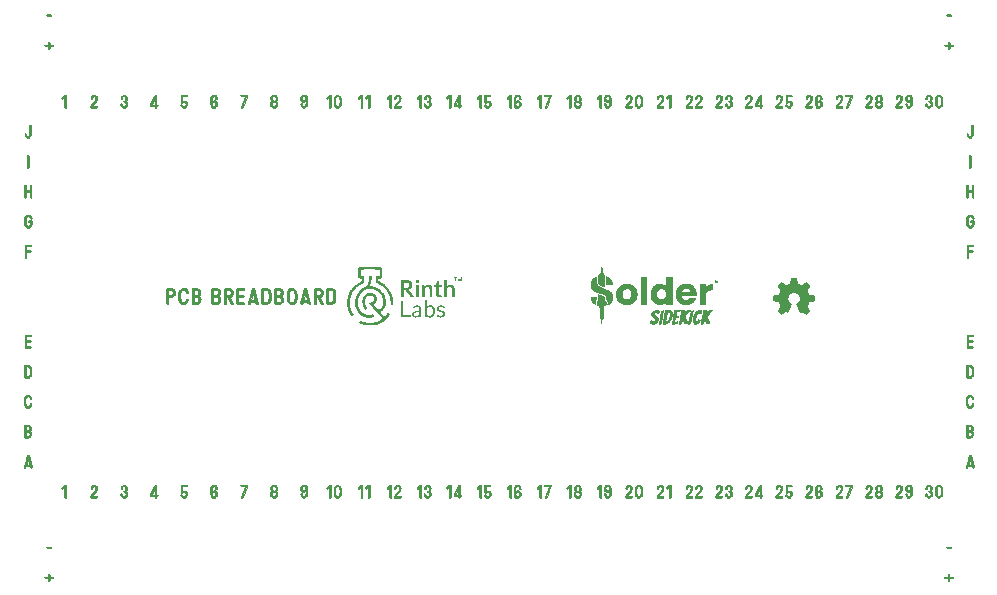
<source format=gbr>
%TF.GenerationSoftware,KiCad,Pcbnew,9.0.1*%
%TF.CreationDate,2025-05-06T21:02:19-04:00*%
%TF.ProjectId,PCB_breadboard,5043425f-6272-4656-9164-626f6172642e,V1.1.1.Locking*%
%TF.SameCoordinates,PX54c81a0PY9157080*%
%TF.FileFunction,Legend,Top*%
%TF.FilePolarity,Positive*%
%FSLAX46Y46*%
G04 Gerber Fmt 4.6, Leading zero omitted, Abs format (unit mm)*
G04 Created by KiCad (PCBNEW 9.0.1) date 2025-05-06 21:02:19*
%MOMM*%
%LPD*%
G01*
G04 APERTURE LIST*
%ADD10C,0.000000*%
%ADD11C,0.010000*%
G04 APERTURE END LIST*
D10*
G36*
X50332705Y28697801D02*
G01*
X50332705Y28107798D01*
X50332902Y28105252D01*
X50333476Y28102212D01*
X50335672Y28094778D01*
X50339123Y28085762D01*
X50343654Y28075430D01*
X50349095Y28064045D01*
X50355273Y28051873D01*
X50369150Y28026227D01*
X50383907Y28000610D01*
X50398165Y27977142D01*
X50410547Y27957940D01*
X50419673Y27945125D01*
X50432545Y27929696D01*
X50446373Y27914833D01*
X50461108Y27900518D01*
X50476696Y27886732D01*
X50510230Y27860667D01*
X50546565Y27836484D01*
X50585290Y27814028D01*
X50625995Y27793144D01*
X50668269Y27773676D01*
X50711701Y27755471D01*
X50755881Y27738372D01*
X50800399Y27722226D01*
X50888803Y27692171D01*
X50973630Y27664066D01*
X51051593Y27636672D01*
X51122755Y27609255D01*
X51191264Y27580928D01*
X51256798Y27551279D01*
X51319035Y27519897D01*
X51377654Y27486371D01*
X51432333Y27450288D01*
X51482750Y27411238D01*
X51506260Y27390472D01*
X51528584Y27368809D01*
X51549681Y27346199D01*
X51569512Y27322589D01*
X51588037Y27297929D01*
X51605214Y27272167D01*
X51621005Y27245251D01*
X51635368Y27217131D01*
X51648263Y27187754D01*
X51659651Y27157070D01*
X51669490Y27125027D01*
X51677742Y27091572D01*
X51684365Y27056656D01*
X51689320Y27020226D01*
X51692565Y26982232D01*
X51694062Y26942621D01*
X51693769Y26901342D01*
X51691647Y26858344D01*
X51689289Y26831943D01*
X51685865Y26805778D01*
X51675922Y26754239D01*
X51662009Y26703888D01*
X51644322Y26654885D01*
X51623053Y26607393D01*
X51598395Y26561573D01*
X51570543Y26517586D01*
X51539689Y26475593D01*
X51506027Y26435756D01*
X51469751Y26398235D01*
X51431052Y26363193D01*
X51390126Y26330790D01*
X51347165Y26301189D01*
X51302363Y26274549D01*
X51255914Y26251033D01*
X51208009Y26230801D01*
X51219271Y26396603D01*
X51220245Y26440578D01*
X51220141Y26485271D01*
X51219147Y26507470D01*
X51217237Y26529349D01*
X51214195Y26550740D01*
X51209808Y26571476D01*
X51203859Y26591391D01*
X51200231Y26600989D01*
X51196133Y26610319D01*
X51191536Y26619360D01*
X51186414Y26628091D01*
X51180740Y26636492D01*
X51174487Y26644542D01*
X51167629Y26652220D01*
X51160137Y26659505D01*
X51151986Y26666376D01*
X51143149Y26672812D01*
X51133598Y26678793D01*
X51123307Y26684297D01*
X51112248Y26689305D01*
X51100395Y26693794D01*
X51100766Y26763898D01*
X51100329Y26797450D01*
X51099691Y26813990D01*
X51098674Y26830424D01*
X51097203Y26846792D01*
X51095201Y26863133D01*
X51092595Y26879487D01*
X51089309Y26895894D01*
X51085267Y26912392D01*
X51080396Y26929021D01*
X51074618Y26945821D01*
X51067860Y26962830D01*
X51061087Y26977886D01*
X51053679Y26992538D01*
X51045646Y27006763D01*
X51036997Y27020538D01*
X51027744Y27033840D01*
X51017896Y27046646D01*
X51007464Y27058933D01*
X50996456Y27070679D01*
X50984885Y27081860D01*
X50972758Y27092454D01*
X50960087Y27102437D01*
X50946882Y27111787D01*
X50933153Y27120481D01*
X50918910Y27128496D01*
X50904162Y27135808D01*
X50888920Y27142396D01*
X50834152Y27163173D01*
X50777748Y27182147D01*
X50661296Y27216391D01*
X50422644Y27281998D01*
X50363623Y27300285D01*
X50305489Y27320179D01*
X50248557Y27342106D01*
X50193143Y27366492D01*
X50139562Y27393763D01*
X50088129Y27424345D01*
X50039160Y27458665D01*
X49992970Y27497149D01*
X49960935Y27527949D01*
X49931872Y27559375D01*
X49905687Y27591465D01*
X49882286Y27624256D01*
X49861576Y27657788D01*
X49843463Y27692100D01*
X49827854Y27727228D01*
X49814656Y27763213D01*
X49803774Y27800092D01*
X49795116Y27837904D01*
X49788588Y27876688D01*
X49784096Y27916481D01*
X49781547Y27957323D01*
X49780848Y27999252D01*
X49781904Y28042307D01*
X49784624Y28086525D01*
X49787473Y28114988D01*
X49791542Y28142999D01*
X49796802Y28170543D01*
X49803222Y28197606D01*
X49810774Y28224172D01*
X49819427Y28250226D01*
X49829151Y28275753D01*
X49839917Y28300738D01*
X49851694Y28325166D01*
X49864454Y28349021D01*
X49878166Y28372289D01*
X49892800Y28394954D01*
X49924717Y28438417D01*
X49959966Y28479287D01*
X49998309Y28517445D01*
X50039508Y28552769D01*
X50083325Y28585138D01*
X50129521Y28614431D01*
X50177858Y28640527D01*
X50228097Y28663306D01*
X50280001Y28682646D01*
X50333331Y28698427D01*
X50332705Y28697801D01*
G37*
G36*
X38568575Y28600381D02*
G01*
X38570481Y28600337D01*
X38572239Y28600263D01*
X38573850Y28600159D01*
X38574607Y28600089D01*
X38575342Y28599997D01*
X38576055Y28599882D01*
X38576745Y28599746D01*
X38577414Y28599587D01*
X38578060Y28599406D01*
X38578684Y28599203D01*
X38579287Y28598977D01*
X38579610Y28598855D01*
X38579929Y28598723D01*
X38580245Y28598581D01*
X38580557Y28598431D01*
X38580866Y28598271D01*
X38581170Y28598102D01*
X38581471Y28597924D01*
X38581769Y28597736D01*
X38582062Y28597540D01*
X38582352Y28597334D01*
X38582638Y28597119D01*
X38582921Y28596894D01*
X38583200Y28596661D01*
X38583475Y28596418D01*
X38583746Y28596166D01*
X38584014Y28595904D01*
X38584279Y28595633D01*
X38584542Y28595350D01*
X38584804Y28595057D01*
X38585063Y28594752D01*
X38585321Y28594436D01*
X38585577Y28594109D01*
X38585831Y28593771D01*
X38586083Y28593422D01*
X38586333Y28593062D01*
X38586581Y28592691D01*
X38586828Y28592309D01*
X38587072Y28591915D01*
X38587315Y28591511D01*
X38587556Y28591095D01*
X38587795Y28590669D01*
X38588033Y28590231D01*
X38690151Y28400413D01*
X38691145Y28398510D01*
X38692116Y28396586D01*
X38693065Y28394640D01*
X38693993Y28392671D01*
X38694898Y28390680D01*
X38695780Y28388667D01*
X38696641Y28386632D01*
X38697479Y28384575D01*
X38699238Y28380541D01*
X38700966Y28376478D01*
X38702665Y28372386D01*
X38704334Y28368264D01*
X38706004Y28372504D01*
X38707703Y28376715D01*
X38709432Y28380896D01*
X38711190Y28385047D01*
X38712084Y28387105D01*
X38712992Y28389140D01*
X38713916Y28391153D01*
X38714854Y28393144D01*
X38715807Y28395112D01*
X38716774Y28397059D01*
X38717757Y28398983D01*
X38718754Y28400885D01*
X38819927Y28590231D01*
X38820400Y28591095D01*
X38820873Y28591915D01*
X38821346Y28592691D01*
X38821818Y28593422D01*
X38822291Y28594109D01*
X38822764Y28594752D01*
X38823237Y28595350D01*
X38823710Y28595904D01*
X38823976Y28596166D01*
X38824245Y28596418D01*
X38824516Y28596661D01*
X38824788Y28596894D01*
X38825062Y28597119D01*
X38825338Y28597334D01*
X38825616Y28597540D01*
X38825896Y28597736D01*
X38826178Y28597924D01*
X38826461Y28598102D01*
X38826746Y28598271D01*
X38827033Y28598431D01*
X38827322Y28598581D01*
X38827613Y28598723D01*
X38827906Y28598855D01*
X38828200Y28598977D01*
X38828858Y28599203D01*
X38829530Y28599406D01*
X38830217Y28599587D01*
X38830919Y28599746D01*
X38831636Y28599882D01*
X38832367Y28599997D01*
X38833113Y28600089D01*
X38833874Y28600159D01*
X38834660Y28600215D01*
X38835484Y28600263D01*
X38837242Y28600337D01*
X38839148Y28600381D01*
X38841202Y28600396D01*
X38889188Y28600396D01*
X38889188Y28258581D01*
X38833165Y28258581D01*
X38833165Y28479366D01*
X38833180Y28482513D01*
X38833224Y28485807D01*
X38833298Y28489250D01*
X38833402Y28492840D01*
X38833653Y28496519D01*
X38833933Y28500227D01*
X38834243Y28503965D01*
X38834583Y28507732D01*
X38731282Y28313895D01*
X38730831Y28313079D01*
X38730363Y28312285D01*
X38729878Y28311513D01*
X38729377Y28310763D01*
X38728859Y28310035D01*
X38728324Y28309330D01*
X38727773Y28308647D01*
X38727205Y28307985D01*
X38726620Y28307346D01*
X38726019Y28306730D01*
X38725401Y28306135D01*
X38724767Y28305562D01*
X38724116Y28305012D01*
X38723448Y28304484D01*
X38722764Y28303978D01*
X38722063Y28303494D01*
X38721347Y28303065D01*
X38720616Y28302663D01*
X38719870Y28302289D01*
X38719109Y28301943D01*
X38718333Y28301624D01*
X38717543Y28301333D01*
X38716738Y28301070D01*
X38715918Y28300835D01*
X38715083Y28300627D01*
X38714234Y28300447D01*
X38713369Y28300294D01*
X38712490Y28300170D01*
X38711596Y28300073D01*
X38710688Y28300004D01*
X38709764Y28299962D01*
X38708826Y28299948D01*
X38700080Y28299948D01*
X38699142Y28299962D01*
X38698218Y28300004D01*
X38697310Y28300073D01*
X38696416Y28300170D01*
X38695537Y28300294D01*
X38694672Y28300447D01*
X38693823Y28300627D01*
X38692988Y28300835D01*
X38692168Y28301070D01*
X38691363Y28301333D01*
X38690573Y28301624D01*
X38689797Y28301943D01*
X38689036Y28302289D01*
X38688290Y28302663D01*
X38687559Y28303065D01*
X38686842Y28303494D01*
X38686141Y28303978D01*
X38685457Y28304484D01*
X38684789Y28305012D01*
X38684138Y28305562D01*
X38683504Y28306135D01*
X38682886Y28306730D01*
X38682285Y28307346D01*
X38681701Y28307985D01*
X38681133Y28308647D01*
X38680581Y28309330D01*
X38680047Y28310035D01*
X38679529Y28310763D01*
X38679027Y28311513D01*
X38678543Y28312285D01*
X38678074Y28313079D01*
X38677623Y28313895D01*
X38572905Y28508441D01*
X38573130Y28506495D01*
X38573333Y28504556D01*
X38573514Y28502624D01*
X38573673Y28500700D01*
X38573809Y28498783D01*
X38573924Y28496873D01*
X38574016Y28494971D01*
X38574086Y28493076D01*
X38574293Y28489471D01*
X38574441Y28485985D01*
X38574530Y28482616D01*
X38574559Y28479366D01*
X38574559Y28258581D01*
X38518536Y28258581D01*
X38518536Y28600396D01*
X38566522Y28600396D01*
X38568575Y28600381D01*
G37*
G36*
X57368922Y25658943D02*
G01*
X57110522Y25648306D01*
X57053586Y25343607D01*
X57286958Y25354869D01*
X57255050Y25161539D01*
X57026683Y25152779D01*
X56966619Y24841198D01*
X57216260Y24876235D01*
X57203120Y24686032D01*
X56645653Y24593433D01*
X56869015Y25821615D01*
X57412093Y25865412D01*
X57368922Y25658943D01*
G37*
G36*
X55471031Y25854090D02*
G01*
X55491355Y25852044D01*
X55511026Y25848840D01*
X55529963Y25844444D01*
X55548083Y25838822D01*
X55565305Y25831939D01*
X55581547Y25823760D01*
X55596728Y25814251D01*
X55610764Y25803377D01*
X55623576Y25791103D01*
X55635080Y25777396D01*
X55645195Y25762219D01*
X55653840Y25745539D01*
X55660932Y25727322D01*
X55666390Y25707532D01*
X55670131Y25686135D01*
X55672075Y25663096D01*
X55672139Y25638381D01*
X55670241Y25611955D01*
X55666300Y25583783D01*
X55660234Y25553832D01*
X55411219Y25479377D01*
X55411219Y25480002D01*
X55414602Y25507737D01*
X55415949Y25521124D01*
X55416414Y25527752D01*
X55416694Y25534357D01*
X55416754Y25540955D01*
X55416560Y25547561D01*
X55416075Y25554190D01*
X55415267Y25560860D01*
X55414099Y25567584D01*
X55412537Y25574379D01*
X55410546Y25581260D01*
X55408091Y25588243D01*
X55404548Y25596572D01*
X55400515Y25603873D01*
X55396027Y25610181D01*
X55391122Y25615534D01*
X55385837Y25619969D01*
X55380208Y25623523D01*
X55374273Y25626234D01*
X55368068Y25628139D01*
X55361630Y25629274D01*
X55354997Y25629678D01*
X55348204Y25629388D01*
X55341289Y25628440D01*
X55334289Y25626873D01*
X55327241Y25624722D01*
X55320181Y25622026D01*
X55313147Y25618822D01*
X55306175Y25615147D01*
X55299302Y25611037D01*
X55292565Y25606532D01*
X55286001Y25601666D01*
X55279647Y25596479D01*
X55273540Y25591007D01*
X55267717Y25585287D01*
X55262214Y25579356D01*
X55257068Y25573252D01*
X55252317Y25567013D01*
X55247997Y25560674D01*
X55244145Y25554275D01*
X55240798Y25547850D01*
X55237993Y25541439D01*
X55235767Y25535078D01*
X55234156Y25528804D01*
X55232455Y25518555D01*
X55231665Y25508681D01*
X55231742Y25499167D01*
X55232645Y25489998D01*
X55234329Y25481162D01*
X55236753Y25472643D01*
X55239874Y25464427D01*
X55243649Y25456501D01*
X55248035Y25448849D01*
X55252990Y25441459D01*
X55258470Y25434315D01*
X55264434Y25427403D01*
X55270838Y25420709D01*
X55277640Y25414219D01*
X55284796Y25407919D01*
X55292265Y25401794D01*
X55419353Y25316078D01*
X55429262Y25307587D01*
X55438698Y25298891D01*
X55447671Y25289995D01*
X55456187Y25280904D01*
X55464255Y25271622D01*
X55471882Y25262155D01*
X55479078Y25252506D01*
X55485849Y25242680D01*
X55492205Y25232681D01*
X55498152Y25222515D01*
X55508855Y25201699D01*
X55518021Y25180266D01*
X55525716Y25158254D01*
X55532003Y25135699D01*
X55536946Y25112639D01*
X55540610Y25089109D01*
X55543058Y25065147D01*
X55544356Y25040789D01*
X55544566Y25016071D01*
X55543754Y24991031D01*
X55541983Y24965705D01*
X55537786Y24934426D01*
X55530922Y24904098D01*
X55521536Y24874782D01*
X55509773Y24846542D01*
X55495779Y24819440D01*
X55479698Y24793541D01*
X55461676Y24768906D01*
X55441857Y24745598D01*
X55420387Y24723681D01*
X55397410Y24703217D01*
X55373071Y24684269D01*
X55347516Y24666900D01*
X55320890Y24651173D01*
X55293338Y24637151D01*
X55265004Y24624896D01*
X55236033Y24614472D01*
X55206572Y24605942D01*
X55176764Y24599368D01*
X55146755Y24594813D01*
X55116690Y24592340D01*
X55086714Y24592013D01*
X55056972Y24593893D01*
X55027609Y24598045D01*
X54998770Y24604530D01*
X54970600Y24613412D01*
X54943244Y24624753D01*
X54916847Y24638617D01*
X54891554Y24655066D01*
X54867511Y24674163D01*
X54844861Y24695972D01*
X54823751Y24720554D01*
X54804325Y24747973D01*
X54927581Y24992609D01*
X54927935Y24993042D01*
X54928292Y24993405D01*
X54928651Y24993701D01*
X54929013Y24993932D01*
X54929377Y24994103D01*
X54929742Y24994216D01*
X54930108Y24994274D01*
X54930475Y24994281D01*
X54930841Y24994239D01*
X54931207Y24994151D01*
X54931572Y24994021D01*
X54931936Y24993852D01*
X54932298Y24993646D01*
X54932658Y24993408D01*
X54933015Y24993139D01*
X54933368Y24992844D01*
X54933718Y24992524D01*
X54934064Y24992184D01*
X54934742Y24991454D01*
X54935397Y24990678D01*
X54936027Y24989881D01*
X54938217Y24986978D01*
X54949971Y24973947D01*
X54962446Y24961009D01*
X54975601Y24948330D01*
X54989395Y24936074D01*
X55003786Y24924409D01*
X55018734Y24913500D01*
X55034196Y24903513D01*
X55042108Y24898917D01*
X55050133Y24894614D01*
X55058266Y24890625D01*
X55066502Y24886969D01*
X55074836Y24883668D01*
X55083262Y24880743D01*
X55091777Y24878215D01*
X55100373Y24876103D01*
X55109047Y24874430D01*
X55117792Y24873215D01*
X55126605Y24872479D01*
X55135480Y24872243D01*
X55144411Y24872528D01*
X55153393Y24873355D01*
X55162422Y24874744D01*
X55171492Y24876716D01*
X55180597Y24879292D01*
X55189734Y24882492D01*
X55195251Y24884716D01*
X55200542Y24887046D01*
X55205606Y24889485D01*
X55210443Y24892032D01*
X55215055Y24894689D01*
X55219441Y24897456D01*
X55223602Y24900335D01*
X55227538Y24903325D01*
X55231249Y24906428D01*
X55234736Y24909644D01*
X55238000Y24912975D01*
X55241040Y24916421D01*
X55243856Y24919983D01*
X55246450Y24923662D01*
X55248822Y24927458D01*
X55250971Y24931372D01*
X55252898Y24935406D01*
X55254604Y24939560D01*
X55256089Y24943834D01*
X55257354Y24948230D01*
X55258397Y24952748D01*
X55259221Y24957390D01*
X55259825Y24962155D01*
X55260209Y24967045D01*
X55260375Y24972061D01*
X55260322Y24977203D01*
X55260050Y24982472D01*
X55259561Y24987869D01*
X55258853Y24993395D01*
X55257929Y24999051D01*
X55256787Y25004837D01*
X55255429Y25010754D01*
X55251840Y25022195D01*
X55246882Y25033426D01*
X55240645Y25044467D01*
X55233218Y25055342D01*
X55224691Y25066075D01*
X55215154Y25076687D01*
X55204697Y25087202D01*
X55193410Y25097643D01*
X55168704Y25118394D01*
X55141754Y25139123D01*
X55083997Y25181248D01*
X55054627Y25203010D01*
X55025888Y25225484D01*
X54998499Y25248853D01*
X54985534Y25260930D01*
X54973176Y25273299D01*
X54961515Y25285983D01*
X54950640Y25299006D01*
X54940641Y25312390D01*
X54931609Y25326158D01*
X54923632Y25340333D01*
X54916800Y25354937D01*
X54911205Y25369995D01*
X54906934Y25385528D01*
X54903615Y25402987D01*
X54901604Y25420280D01*
X54900851Y25437394D01*
X54901308Y25454318D01*
X54902925Y25471038D01*
X54905653Y25487544D01*
X54909443Y25503822D01*
X54914246Y25519860D01*
X54920014Y25535646D01*
X54926697Y25551168D01*
X54934246Y25566413D01*
X54942612Y25581369D01*
X54951745Y25596025D01*
X54961598Y25610367D01*
X54972121Y25624383D01*
X54983265Y25638062D01*
X55007219Y25664356D01*
X55033069Y25689152D01*
X55060421Y25712352D01*
X55088885Y25733857D01*
X55118067Y25753569D01*
X55147575Y25771391D01*
X55177017Y25787224D01*
X55206001Y25800970D01*
X55249884Y25818513D01*
X55294755Y25832949D01*
X55339960Y25844002D01*
X55384843Y25851394D01*
X55428752Y25854849D01*
X55450136Y25855014D01*
X55471031Y25854090D01*
G37*
G36*
X31000000Y29500000D02*
G01*
X31301729Y29495940D01*
X31603203Y29489175D01*
X31678314Y29488253D01*
X31754258Y29488095D01*
X31792253Y29487789D01*
X31830109Y29487058D01*
X31867711Y29485697D01*
X31904943Y29483500D01*
X31942977Y29480598D01*
X31961337Y29478860D01*
X31979164Y29476700D01*
X31996384Y29473945D01*
X32012927Y29470420D01*
X32028721Y29465953D01*
X32043693Y29460370D01*
X32050848Y29457106D01*
X32057771Y29453498D01*
X32064453Y29449524D01*
X32070885Y29445162D01*
X32077057Y29440392D01*
X32082961Y29435190D01*
X32088587Y29429536D01*
X32093928Y29423408D01*
X32098973Y29416784D01*
X32103713Y29409643D01*
X32108141Y29401962D01*
X32112246Y29393721D01*
X32116020Y29384896D01*
X32119454Y29375468D01*
X32122539Y29365414D01*
X32125265Y29354712D01*
X32129401Y29334300D01*
X32132956Y29312110D01*
X32135973Y29288700D01*
X32138496Y29264627D01*
X32140567Y29240451D01*
X32142231Y29216729D01*
X32144509Y29172878D01*
X32149000Y29048711D01*
X32150507Y28974738D01*
X32150832Y28897691D01*
X32149456Y28821210D01*
X32145863Y28748937D01*
X32143073Y28715515D01*
X32139534Y28684510D01*
X32135182Y28656377D01*
X32129953Y28631571D01*
X32126422Y28618864D01*
X32122365Y28607088D01*
X32117802Y28596203D01*
X32112756Y28586172D01*
X32107245Y28576954D01*
X32101290Y28568513D01*
X32094913Y28560809D01*
X32088133Y28553803D01*
X32080972Y28547458D01*
X32073450Y28541735D01*
X32065587Y28536595D01*
X32057405Y28532000D01*
X32048923Y28527911D01*
X32040163Y28524289D01*
X32031144Y28521097D01*
X32021889Y28518295D01*
X32012416Y28515845D01*
X32002747Y28513708D01*
X31982903Y28510222D01*
X31962521Y28507527D01*
X31941766Y28505315D01*
X31899796Y28501107D01*
X31878911Y28498495D01*
X31858313Y28495133D01*
X31852734Y28493999D01*
X31847385Y28492708D01*
X31842275Y28491237D01*
X31837414Y28489563D01*
X31832812Y28487662D01*
X31828479Y28485510D01*
X31824424Y28483084D01*
X31822504Y28481761D01*
X31820657Y28480361D01*
X31818884Y28478881D01*
X31817187Y28477317D01*
X31815567Y28475667D01*
X31814026Y28473928D01*
X31812563Y28472098D01*
X31811181Y28470172D01*
X31809881Y28468149D01*
X31808664Y28466024D01*
X31807531Y28463796D01*
X31806483Y28461462D01*
X31805522Y28459017D01*
X31804649Y28456460D01*
X31803865Y28453788D01*
X31803172Y28450997D01*
X31802570Y28448085D01*
X31802060Y28445049D01*
X31800723Y28435433D01*
X31799617Y28425429D01*
X31798800Y28415127D01*
X31798332Y28404618D01*
X31798270Y28393993D01*
X31798673Y28383344D01*
X31799598Y28372761D01*
X31801104Y28362336D01*
X31803249Y28352159D01*
X31806091Y28342322D01*
X31809688Y28332916D01*
X31811788Y28328403D01*
X31814099Y28324032D01*
X31816628Y28319814D01*
X31819382Y28315761D01*
X31822368Y28311884D01*
X31825594Y28308194D01*
X31829067Y28304703D01*
X31832795Y28301422D01*
X31836784Y28298362D01*
X31841042Y28295536D01*
X31851729Y28289196D01*
X31863187Y28282937D01*
X31875318Y28276747D01*
X31888027Y28270613D01*
X31914786Y28258468D01*
X31942691Y28246407D01*
X31998835Y28222155D01*
X32025526Y28209773D01*
X32038186Y28203477D01*
X32050262Y28197094D01*
X32109247Y28163497D01*
X32167133Y28127524D01*
X32223852Y28089258D01*
X32279337Y28048781D01*
X32333522Y28006175D01*
X32386340Y27961522D01*
X32437725Y27914905D01*
X32487610Y27866406D01*
X32535928Y27816106D01*
X32582612Y27764089D01*
X32627597Y27710435D01*
X32670815Y27655228D01*
X32712200Y27598549D01*
X32751685Y27540481D01*
X32789203Y27481106D01*
X32824689Y27420507D01*
X32858074Y27358764D01*
X32889293Y27295960D01*
X32918279Y27232179D01*
X32944966Y27167501D01*
X32969286Y27102009D01*
X32991173Y27035785D01*
X33010560Y26968911D01*
X33027381Y26901470D01*
X33041570Y26833543D01*
X33053059Y26765213D01*
X33061781Y26696562D01*
X33067671Y26627673D01*
X33070662Y26558626D01*
X33070687Y26489506D01*
X33067679Y26420393D01*
X33061571Y26351369D01*
X33060684Y26345231D01*
X33059327Y26338027D01*
X33057520Y26330192D01*
X33056453Y26326175D01*
X33055280Y26322164D01*
X33054002Y26318213D01*
X33052623Y26314378D01*
X33051143Y26310713D01*
X33049567Y26307272D01*
X33047894Y26304110D01*
X33046129Y26301281D01*
X33044272Y26298841D01*
X33043311Y26297784D01*
X33042327Y26296844D01*
X33041095Y26295856D01*
X33039474Y26294617D01*
X33037510Y26293401D01*
X33035246Y26292215D01*
X33032726Y26291064D01*
X33029993Y26289956D01*
X33027091Y26288895D01*
X33024064Y26287889D01*
X33020956Y26286943D01*
X33017810Y26286064D01*
X33014671Y26285257D01*
X33008585Y26283886D01*
X33003049Y26282880D01*
X33000596Y26282528D01*
X32998411Y26282286D01*
X32993043Y26281984D01*
X32986243Y26281904D01*
X32969202Y26282371D01*
X32949010Y26283614D01*
X32927387Y26285556D01*
X32906053Y26288122D01*
X32896032Y26289616D01*
X32886728Y26291238D01*
X32878357Y26292978D01*
X32871133Y26294828D01*
X32865272Y26296777D01*
X32860988Y26298817D01*
X32859321Y26299882D01*
X32857743Y26300995D01*
X32856251Y26302155D01*
X32854843Y26303360D01*
X32853515Y26304610D01*
X32852266Y26305902D01*
X32851093Y26307235D01*
X32849993Y26308609D01*
X32848964Y26310022D01*
X32848004Y26311473D01*
X32847109Y26312960D01*
X32846277Y26314482D01*
X32845506Y26316039D01*
X32844793Y26317628D01*
X32843532Y26320899D01*
X32842474Y26324286D01*
X32841597Y26327778D01*
X32840882Y26331366D01*
X32840309Y26335039D01*
X32839858Y26338787D01*
X32839507Y26342600D01*
X32839238Y26346469D01*
X32839029Y26350382D01*
X32837950Y26388769D01*
X32837938Y26427147D01*
X32839368Y26503935D01*
X32839938Y26542374D01*
X32839827Y26580862D01*
X32838601Y26619414D01*
X32837433Y26638718D01*
X32835822Y26658044D01*
X32820288Y26775199D01*
X32796728Y26889981D01*
X32765425Y27002086D01*
X32726663Y27111210D01*
X32680725Y27217049D01*
X32627894Y27319300D01*
X32568453Y27417660D01*
X32502686Y27511824D01*
X32430877Y27601490D01*
X32353308Y27686353D01*
X32270264Y27766110D01*
X32182026Y27840457D01*
X32088879Y27909092D01*
X31991106Y27971710D01*
X31888991Y28028007D01*
X31782816Y28077680D01*
X31764924Y28084670D01*
X31740619Y28093444D01*
X31682462Y28114226D01*
X31653456Y28125177D01*
X31627728Y28135795D01*
X31616851Y28140814D01*
X31607703Y28145551D01*
X31600585Y28149941D01*
X31595801Y28153917D01*
X31594512Y28155371D01*
X31593278Y28156910D01*
X31590976Y28160219D01*
X31588883Y28163809D01*
X31586989Y28167645D01*
X31585283Y28171691D01*
X31583753Y28175910D01*
X31582391Y28180267D01*
X31581183Y28184727D01*
X31580120Y28189253D01*
X31579191Y28193810D01*
X31578385Y28198362D01*
X31577691Y28202872D01*
X31576595Y28211629D01*
X31575817Y28219792D01*
X31573004Y28263799D01*
X31571029Y28313203D01*
X31569876Y28366210D01*
X31569526Y28421024D01*
X31569962Y28475850D01*
X31571168Y28528892D01*
X31573125Y28578354D01*
X31575817Y28622442D01*
X31576975Y28635335D01*
X31578456Y28646784D01*
X31579337Y28651996D01*
X31580321Y28656881D01*
X31581417Y28661453D01*
X31582633Y28665722D01*
X31583976Y28669700D01*
X31585454Y28673399D01*
X31587074Y28676830D01*
X31588845Y28680005D01*
X31590775Y28682936D01*
X31592870Y28685635D01*
X31595139Y28688113D01*
X31597590Y28690383D01*
X31600231Y28692454D01*
X31603068Y28694340D01*
X31606110Y28696053D01*
X31609366Y28697603D01*
X31612841Y28699002D01*
X31616545Y28700263D01*
X31620485Y28701396D01*
X31624668Y28702414D01*
X31633798Y28704151D01*
X31643995Y28705566D01*
X31655323Y28706754D01*
X31667844Y28707807D01*
X31690686Y28709118D01*
X31713974Y28709731D01*
X31761352Y28710059D01*
X31785177Y28710369D01*
X31808915Y28711173D01*
X31832433Y28712769D01*
X31844069Y28713958D01*
X31855599Y28715456D01*
X31860955Y28716319D01*
X31866019Y28717333D01*
X31870800Y28718498D01*
X31875306Y28719812D01*
X31879547Y28721273D01*
X31883530Y28722881D01*
X31887265Y28724633D01*
X31890761Y28726527D01*
X31894025Y28728564D01*
X31897067Y28730741D01*
X31899896Y28733057D01*
X31902520Y28735510D01*
X31904948Y28738099D01*
X31907188Y28740822D01*
X31909250Y28743678D01*
X31911142Y28746666D01*
X31912873Y28749784D01*
X31914451Y28753031D01*
X31915886Y28756405D01*
X31917185Y28759904D01*
X31918358Y28763528D01*
X31919414Y28767275D01*
X31921207Y28775132D01*
X31922635Y28783462D01*
X31923767Y28792256D01*
X31924672Y28801500D01*
X31925421Y28811184D01*
X31927897Y28853820D01*
X31929549Y28901866D01*
X31930317Y28953491D01*
X31930139Y29006865D01*
X31928955Y29060158D01*
X31926704Y29111540D01*
X31923326Y29159181D01*
X31918759Y29201251D01*
X31917368Y29209085D01*
X31915389Y29216274D01*
X31912851Y29222846D01*
X31909783Y29228827D01*
X31906214Y29234242D01*
X31902173Y29239119D01*
X31897689Y29243485D01*
X31892792Y29247365D01*
X31887510Y29250785D01*
X31881873Y29253774D01*
X31875909Y29256356D01*
X31869649Y29258559D01*
X31863119Y29260408D01*
X31856351Y29261931D01*
X31849373Y29263154D01*
X31842214Y29264103D01*
X31827470Y29265286D01*
X31812351Y29265692D01*
X31797091Y29265533D01*
X31781922Y29265021D01*
X31752788Y29263782D01*
X31739288Y29263480D01*
X31726810Y29263671D01*
X31419743Y29274450D01*
X31109205Y29279955D01*
X30953691Y29280296D01*
X30798576Y29278798D01*
X30644282Y29275288D01*
X30491231Y29269593D01*
X30475568Y29269289D01*
X30459932Y29269589D01*
X30429219Y29270950D01*
X30414379Y29271484D01*
X30400043Y29271570D01*
X30386330Y29270945D01*
X30373359Y29269346D01*
X30367190Y29268099D01*
X30361250Y29266509D01*
X30355556Y29264545D01*
X30350122Y29262172D01*
X30344963Y29259358D01*
X30340094Y29256071D01*
X30335530Y29252277D01*
X30331286Y29247943D01*
X30327376Y29243037D01*
X30323816Y29237525D01*
X30320620Y29231375D01*
X30317804Y29224554D01*
X30315382Y29217030D01*
X30313369Y29208768D01*
X30311780Y29199736D01*
X30310630Y29189902D01*
X30307746Y29149302D01*
X30305734Y29102971D01*
X30304567Y29052812D01*
X30304216Y29000728D01*
X30304650Y28948621D01*
X30305842Y28898392D01*
X30307763Y28851946D01*
X30310384Y28811184D01*
X30311168Y28802363D01*
X30312311Y28792795D01*
X30313057Y28787846D01*
X30313940Y28782846D01*
X30314976Y28777843D01*
X30316182Y28772880D01*
X30317572Y28768005D01*
X30319164Y28763261D01*
X30320972Y28758695D01*
X30323013Y28754353D01*
X30325303Y28750280D01*
X30327857Y28746521D01*
X30329238Y28744773D01*
X30330691Y28743121D01*
X30332219Y28741571D01*
X30333822Y28740128D01*
X30337577Y28737261D01*
X30341791Y28734666D01*
X30346436Y28732331D01*
X30351485Y28730241D01*
X30362681Y28726747D01*
X30375156Y28724083D01*
X30388686Y28722145D01*
X30403048Y28720829D01*
X30418019Y28720031D01*
X30433374Y28719650D01*
X30464348Y28719720D01*
X30494183Y28720213D01*
X30521092Y28720301D01*
X30532891Y28719934D01*
X30543289Y28719157D01*
X30553469Y28717877D01*
X30562672Y28716321D01*
X30570951Y28714443D01*
X30574760Y28713369D01*
X30578358Y28712198D01*
X30581751Y28710924D01*
X30584945Y28709541D01*
X30587947Y28708045D01*
X30590765Y28706428D01*
X30593403Y28704685D01*
X30595870Y28702811D01*
X30598170Y28700801D01*
X30600312Y28698648D01*
X30602301Y28696346D01*
X30604145Y28693891D01*
X30605848Y28691277D01*
X30607419Y28688497D01*
X30608864Y28685547D01*
X30610189Y28682420D01*
X30611401Y28679111D01*
X30612506Y28675614D01*
X30614422Y28668035D01*
X30615990Y28659637D01*
X30617263Y28650376D01*
X30618292Y28640206D01*
X30621429Y28593895D01*
X30623635Y28540989D01*
X30624927Y28483682D01*
X30625323Y28424170D01*
X30624841Y28364646D01*
X30623496Y28307305D01*
X30621307Y28254341D01*
X30618292Y28207949D01*
X30617524Y28199856D01*
X30616453Y28191133D01*
X30615773Y28186628D01*
X30614983Y28182075D01*
X30614068Y28177512D01*
X30613018Y28172976D01*
X30611820Y28168504D01*
X30610464Y28164132D01*
X30608935Y28159897D01*
X30607224Y28155837D01*
X30605317Y28151987D01*
X30603204Y28148386D01*
X30600871Y28145069D01*
X30598308Y28142074D01*
X30593228Y28137852D01*
X30585610Y28133103D01*
X30575783Y28127909D01*
X30564079Y28122348D01*
X30536355Y28110454D01*
X30505078Y28098066D01*
X30442422Y28074384D01*
X30416323Y28064381D01*
X30397230Y28056462D01*
X30313775Y28015675D01*
X30233504Y27971005D01*
X30156474Y27922620D01*
X30082745Y27870685D01*
X30012377Y27815370D01*
X29945427Y27756842D01*
X29881954Y27695267D01*
X29822018Y27630813D01*
X29765678Y27563648D01*
X29712993Y27493940D01*
X29664021Y27421855D01*
X29618822Y27347560D01*
X29577454Y27271225D01*
X29539977Y27193015D01*
X29506448Y27113098D01*
X29476929Y27031642D01*
X29451476Y26948814D01*
X29430150Y26864782D01*
X29413009Y26779712D01*
X29400112Y26693773D01*
X29391518Y26607132D01*
X29387287Y26519956D01*
X29387476Y26432412D01*
X29392145Y26344669D01*
X29401353Y26256893D01*
X29415159Y26169252D01*
X29433622Y26081913D01*
X29456801Y25995044D01*
X29484754Y25908812D01*
X29517542Y25823385D01*
X29555221Y25738930D01*
X29597853Y25655614D01*
X29609386Y25636168D01*
X29626600Y25608941D01*
X29669248Y25542399D01*
X29690270Y25508711D01*
X29708149Y25478495D01*
X29715220Y25465568D01*
X29720679Y25454564D01*
X29724249Y25445835D01*
X29725239Y25442433D01*
X29725654Y25439732D01*
X29725548Y25436393D01*
X29724968Y25432862D01*
X29723940Y25429157D01*
X29722490Y25425293D01*
X29720642Y25421289D01*
X29718422Y25417161D01*
X29715855Y25412925D01*
X29712967Y25408599D01*
X29706329Y25399742D01*
X29698709Y25390725D01*
X29690311Y25381682D01*
X29681337Y25372747D01*
X29671990Y25364056D01*
X29662473Y25355741D01*
X29652988Y25347938D01*
X29643739Y25340782D01*
X29634928Y25334406D01*
X29626757Y25328945D01*
X29619430Y25324533D01*
X29613149Y25321306D01*
X29609189Y25319533D01*
X29605431Y25317923D01*
X29601844Y25316488D01*
X29598400Y25315242D01*
X29595069Y25314197D01*
X29591820Y25313365D01*
X29588626Y25312760D01*
X29585455Y25312393D01*
X29582278Y25312278D01*
X29579066Y25312427D01*
X29577438Y25312605D01*
X29575789Y25312853D01*
X29572417Y25313569D01*
X29568921Y25314587D01*
X29565271Y25315919D01*
X29561438Y25317579D01*
X29557391Y25319579D01*
X29554689Y25321248D01*
X29551689Y25323592D01*
X29544874Y25330140D01*
X29537117Y25338893D01*
X29528590Y25349525D01*
X29519462Y25361706D01*
X29509906Y25375109D01*
X29490190Y25404266D01*
X29470809Y25434372D01*
X29453132Y25462801D01*
X29428355Y25504127D01*
X29380336Y25592231D01*
X29337281Y25681707D01*
X29299146Y25772385D01*
X29265885Y25864099D01*
X29237454Y25956678D01*
X29213807Y26049955D01*
X29194901Y26143763D01*
X29180690Y26237931D01*
X29171129Y26332292D01*
X29166173Y26426679D01*
X29165778Y26520921D01*
X29169898Y26614851D01*
X29178489Y26708301D01*
X29191507Y26801103D01*
X29208905Y26893087D01*
X29230639Y26984087D01*
X29256665Y27073932D01*
X29286937Y27162456D01*
X29321411Y27249489D01*
X29360042Y27334864D01*
X29402785Y27418412D01*
X29449595Y27499965D01*
X29500426Y27579354D01*
X29555236Y27656411D01*
X29613977Y27730968D01*
X29676607Y27802856D01*
X29743079Y27871908D01*
X29813349Y27937954D01*
X29887372Y28000827D01*
X29965103Y28060358D01*
X30046498Y28116379D01*
X30131511Y28168721D01*
X30351833Y28279745D01*
X30355060Y28281678D01*
X30358254Y28283687D01*
X30361399Y28285779D01*
X30364481Y28287961D01*
X30367483Y28290239D01*
X30370390Y28292622D01*
X30373187Y28295115D01*
X30375857Y28297725D01*
X30378386Y28300460D01*
X30380757Y28303326D01*
X30382956Y28306330D01*
X30384967Y28309479D01*
X30386773Y28312780D01*
X30387595Y28314490D01*
X30388361Y28316240D01*
X30389067Y28318031D01*
X30389713Y28319865D01*
X30390296Y28321741D01*
X30390815Y28323662D01*
X30392037Y28329698D01*
X30393101Y28337624D01*
X30393987Y28347154D01*
X30394674Y28358006D01*
X30395373Y28382535D01*
X30395040Y28408935D01*
X30394437Y28422125D01*
X30393516Y28434930D01*
X30392257Y28447065D01*
X30390641Y28458245D01*
X30388648Y28468186D01*
X30386258Y28476604D01*
X30383450Y28483214D01*
X30381884Y28485752D01*
X30380206Y28487732D01*
X30376041Y28491294D01*
X30371340Y28494421D01*
X30366132Y28497151D01*
X30360449Y28499522D01*
X30354322Y28501572D01*
X30347782Y28503341D01*
X30333587Y28506186D01*
X30318114Y28508364D01*
X30301609Y28510184D01*
X30266499Y28513977D01*
X30248390Y28516565D01*
X30230243Y28520025D01*
X30212307Y28524663D01*
X30203496Y28527521D01*
X30194830Y28530789D01*
X30186341Y28534505D01*
X30178059Y28538708D01*
X30170016Y28543436D01*
X30162244Y28548728D01*
X30154772Y28554623D01*
X30147632Y28561158D01*
X30140855Y28568373D01*
X30134471Y28576305D01*
X30130302Y28582305D01*
X30126435Y28588636D01*
X30122860Y28595278D01*
X30119564Y28602211D01*
X30113763Y28616875D01*
X30108936Y28632472D01*
X30104988Y28648847D01*
X30101823Y28665844D01*
X30099347Y28683309D01*
X30097463Y28701084D01*
X30096077Y28719016D01*
X30095092Y28736948D01*
X30093947Y28772194D01*
X30093265Y28805578D01*
X30092282Y28835856D01*
X30087182Y28966075D01*
X30085789Y29049913D01*
X30086638Y29138368D01*
X30088247Y29182482D01*
X30090829Y29225539D01*
X30094522Y29266799D01*
X30099464Y29305525D01*
X30105792Y29340980D01*
X30113644Y29372426D01*
X30123158Y29399125D01*
X30128581Y29410464D01*
X30134471Y29420340D01*
X30139678Y29427494D01*
X30145291Y29434121D01*
X30151289Y29440241D01*
X30157652Y29445874D01*
X30164357Y29451041D01*
X30171383Y29455763D01*
X30178709Y29460060D01*
X30186314Y29463952D01*
X30194176Y29467460D01*
X30202274Y29470604D01*
X30210587Y29473404D01*
X30219093Y29475883D01*
X30236600Y29479952D01*
X30254625Y29482976D01*
X30272996Y29485119D01*
X30291544Y29486543D01*
X30310098Y29487412D01*
X30328487Y29487891D01*
X30364088Y29488332D01*
X30396983Y29489175D01*
X30547588Y29495095D01*
X30698318Y29498647D01*
X30849135Y29500169D01*
X31000000Y29500000D01*
G37*
G36*
X58254768Y25881547D02*
G01*
X58254862Y25881680D01*
X58256113Y25881680D01*
X58254768Y25881547D01*
G37*
G36*
X36057673Y27976153D02*
G01*
X36067818Y27975823D01*
X36077818Y27975274D01*
X36087672Y27974505D01*
X36097380Y27973516D01*
X36106941Y27972307D01*
X36116356Y27970879D01*
X36125624Y27969231D01*
X36134745Y27967363D01*
X36143717Y27965276D01*
X36152542Y27962969D01*
X36161218Y27960442D01*
X36169745Y27957695D01*
X36178122Y27954728D01*
X36186350Y27951542D01*
X36194428Y27948136D01*
X36202351Y27944531D01*
X36210110Y27940747D01*
X36217707Y27936784D01*
X36225142Y27932643D01*
X36232412Y27928324D01*
X36239519Y27923828D01*
X36246462Y27919155D01*
X36253241Y27914305D01*
X36259854Y27909278D01*
X36266303Y27904076D01*
X36272586Y27898698D01*
X36278703Y27893144D01*
X36284654Y27887416D01*
X36290438Y27881513D01*
X36296056Y27875436D01*
X36301506Y27869186D01*
X36306791Y27862770D01*
X36311914Y27856198D01*
X36316876Y27849470D01*
X36321675Y27842586D01*
X36326313Y27835546D01*
X36330788Y27828349D01*
X36335102Y27820997D01*
X36339254Y27813488D01*
X36343244Y27805824D01*
X36347072Y27798003D01*
X36350738Y27790026D01*
X36354242Y27781892D01*
X36357585Y27773603D01*
X36360765Y27765158D01*
X36363784Y27756556D01*
X36366640Y27747799D01*
X36371844Y27729907D01*
X36376355Y27711577D01*
X36380171Y27692807D01*
X36383294Y27673597D01*
X36385722Y27653948D01*
X36387457Y27633860D01*
X36388498Y27613331D01*
X36388845Y27592364D01*
X36388845Y26947927D01*
X36145084Y26947927D01*
X36145084Y27592364D01*
X36144917Y27603810D01*
X36144414Y27614927D01*
X36143575Y27625715D01*
X36142401Y27636172D01*
X36140892Y27646300D01*
X36139047Y27656099D01*
X36136867Y27665568D01*
X36134352Y27674707D01*
X36131501Y27683517D01*
X36128315Y27691997D01*
X36124793Y27700147D01*
X36120936Y27707968D01*
X36116744Y27715460D01*
X36112216Y27722621D01*
X36107353Y27729453D01*
X36102155Y27735956D01*
X36096621Y27742097D01*
X36090752Y27747844D01*
X36084547Y27753198D01*
X36078007Y27758157D01*
X36071132Y27762722D01*
X36063921Y27766891D01*
X36056375Y27770665D01*
X36048493Y27774044D01*
X36040276Y27777026D01*
X36031724Y27779612D01*
X36022836Y27781801D01*
X36013613Y27783592D01*
X36004054Y27784987D01*
X35994160Y27785983D01*
X35983931Y27786581D01*
X35973366Y27786780D01*
X35965488Y27786668D01*
X35957673Y27786330D01*
X35949921Y27785767D01*
X35942233Y27784980D01*
X35934609Y27783969D01*
X35927048Y27782734D01*
X35919551Y27781276D01*
X35912118Y27779595D01*
X35904748Y27777691D01*
X35897442Y27775565D01*
X35890199Y27773217D01*
X35883020Y27770647D01*
X35875905Y27767856D01*
X35868853Y27764845D01*
X35861865Y27761613D01*
X35854940Y27758161D01*
X35848068Y27754515D01*
X35841237Y27750702D01*
X35834448Y27746723D01*
X35827701Y27742579D01*
X35820998Y27738269D01*
X35814338Y27733796D01*
X35807724Y27729159D01*
X35801155Y27724360D01*
X35794633Y27719399D01*
X35788157Y27714276D01*
X35781729Y27708993D01*
X35775350Y27703551D01*
X35769020Y27697949D01*
X35762739Y27692189D01*
X35756509Y27686271D01*
X35750331Y27680197D01*
X35750331Y26947927D01*
X35506570Y26947927D01*
X35506570Y27960473D01*
X35655590Y27960473D01*
X35661384Y27960299D01*
X35666924Y27959779D01*
X35672209Y27958911D01*
X35677240Y27957697D01*
X35682016Y27956136D01*
X35684309Y27955225D01*
X35686538Y27954227D01*
X35688704Y27953143D01*
X35690806Y27951972D01*
X35692844Y27950714D01*
X35694819Y27949370D01*
X35696730Y27947939D01*
X35698577Y27946421D01*
X35700361Y27944816D01*
X35702081Y27943125D01*
X35703738Y27941347D01*
X35705331Y27939482D01*
X35708327Y27935492D01*
X35711067Y27931155D01*
X35713554Y27926471D01*
X35715786Y27921440D01*
X35717763Y27916062D01*
X35734540Y27836125D01*
X35742266Y27843907D01*
X35750088Y27851522D01*
X35758008Y27858963D01*
X35766028Y27866225D01*
X35774153Y27873302D01*
X35782385Y27880188D01*
X35790727Y27886877D01*
X35799181Y27893364D01*
X35807752Y27899644D01*
X35816440Y27905716D01*
X35825251Y27911579D01*
X35834185Y27917234D01*
X35843247Y27922682D01*
X35852439Y27927921D01*
X35861764Y27932951D01*
X35871224Y27937774D01*
X35880835Y27942343D01*
X35890607Y27946617D01*
X35900542Y27950603D01*
X35910638Y27954304D01*
X35920896Y27957729D01*
X35931316Y27960881D01*
X35941898Y27963768D01*
X35952642Y27966394D01*
X35963594Y27968731D01*
X35974801Y27970746D01*
X35986262Y27972444D01*
X35997977Y27973826D01*
X36009947Y27974897D01*
X36022171Y27975657D01*
X36034650Y27976112D01*
X36047383Y27976263D01*
X36057673Y27976153D01*
G37*
G36*
X33923863Y25382739D02*
G01*
X34535731Y25382739D01*
X34535731Y25221877D01*
X33732408Y25221877D01*
X33732408Y26636085D01*
X33923863Y26636085D01*
X33923863Y25382739D01*
G37*
G36*
X52921890Y28074133D02*
G01*
X53003395Y28065433D01*
X53082646Y28050550D01*
X53159289Y28029620D01*
X53232966Y28002776D01*
X53303320Y27970153D01*
X53337140Y27951717D01*
X53369995Y27931887D01*
X53401842Y27910679D01*
X53432636Y27888111D01*
X53462331Y27864200D01*
X53490884Y27838962D01*
X53518250Y27812414D01*
X53544384Y27784572D01*
X53569242Y27755455D01*
X53592779Y27725078D01*
X53614950Y27693459D01*
X53635712Y27660614D01*
X53655020Y27626560D01*
X53672828Y27591314D01*
X53689093Y27554892D01*
X53703769Y27517313D01*
X53716813Y27478592D01*
X53728179Y27438746D01*
X53737824Y27397793D01*
X53745702Y27355748D01*
X53753983Y27296337D01*
X53759157Y27237922D01*
X53761285Y27180568D01*
X53760427Y27124342D01*
X53756645Y27069308D01*
X53750000Y27015532D01*
X53740551Y26963079D01*
X53728360Y26912014D01*
X53713487Y26862403D01*
X53695993Y26814310D01*
X53675939Y26767802D01*
X53653385Y26722943D01*
X53628392Y26679799D01*
X53601022Y26638435D01*
X53571334Y26598917D01*
X53539389Y26561309D01*
X53505249Y26525677D01*
X53468973Y26492086D01*
X53430623Y26460602D01*
X53390259Y26431290D01*
X53347942Y26404215D01*
X53303733Y26379443D01*
X53257692Y26357038D01*
X53209880Y26337066D01*
X53160358Y26319593D01*
X53109186Y26304684D01*
X53056426Y26292403D01*
X53002137Y26282817D01*
X52946382Y26275990D01*
X52889219Y26271988D01*
X52830711Y26270877D01*
X52770918Y26272720D01*
X52668106Y26283419D01*
X52572008Y26303254D01*
X52482629Y26331606D01*
X52399976Y26367856D01*
X52324053Y26411385D01*
X52254866Y26461573D01*
X52192419Y26517802D01*
X52136719Y26579453D01*
X52087771Y26645906D01*
X52045581Y26716543D01*
X52010153Y26790744D01*
X51981492Y26867890D01*
X51959606Y26947362D01*
X51944498Y27028541D01*
X51936174Y27110808D01*
X51935008Y27173679D01*
X52481705Y27173679D01*
X52483111Y27134840D01*
X52487023Y27096284D01*
X52493419Y27058287D01*
X52502281Y27021125D01*
X52513587Y26985073D01*
X52527316Y26950408D01*
X52543449Y26917406D01*
X52561966Y26886342D01*
X52582845Y26857493D01*
X52606066Y26831134D01*
X52631610Y26807540D01*
X52659454Y26786989D01*
X52689581Y26769755D01*
X52721967Y26756115D01*
X52756595Y26746344D01*
X52793442Y26740719D01*
X52845098Y26738712D01*
X52893323Y26742299D01*
X52938131Y26751107D01*
X52979537Y26764766D01*
X53017554Y26782903D01*
X53052199Y26805148D01*
X53083484Y26831129D01*
X53111426Y26860475D01*
X53136038Y26892815D01*
X53157334Y26927776D01*
X53175331Y26964987D01*
X53190041Y27004078D01*
X53201479Y27044676D01*
X53209661Y27086411D01*
X53214601Y27128910D01*
X53216313Y27171803D01*
X53214811Y27214717D01*
X53210111Y27257283D01*
X53202226Y27299127D01*
X53191172Y27339879D01*
X53176963Y27379168D01*
X53159614Y27416622D01*
X53139138Y27451869D01*
X53115551Y27484538D01*
X53088867Y27514258D01*
X53059101Y27540657D01*
X53026268Y27563364D01*
X52990381Y27582007D01*
X52951455Y27596216D01*
X52909505Y27605618D01*
X52864546Y27609842D01*
X52816591Y27608517D01*
X52775137Y27602665D01*
X52736513Y27592681D01*
X52700702Y27578843D01*
X52667681Y27561426D01*
X52637431Y27540706D01*
X52609931Y27516959D01*
X52585160Y27490460D01*
X52563100Y27461486D01*
X52543728Y27430312D01*
X52527025Y27397214D01*
X52512970Y27362469D01*
X52501543Y27326352D01*
X52492723Y27289138D01*
X52486490Y27251104D01*
X52482824Y27212526D01*
X52481705Y27173679D01*
X51935008Y27173679D01*
X51934640Y27193544D01*
X51939900Y27276130D01*
X51951961Y27357946D01*
X51970828Y27438373D01*
X51996506Y27516794D01*
X52029000Y27592587D01*
X52068316Y27665134D01*
X52114460Y27733817D01*
X52167436Y27798016D01*
X52227249Y27857111D01*
X52293907Y27910485D01*
X52367413Y27957517D01*
X52447773Y27997588D01*
X52534993Y28030081D01*
X52629078Y28054374D01*
X52730033Y28069850D01*
X52837864Y28075890D01*
X52838489Y28076515D01*
X52921890Y28074133D01*
G37*
G36*
X60016096Y25739849D02*
G01*
X59914201Y25599973D01*
X59864401Y25529302D01*
X59815708Y25457986D01*
X59768379Y25385908D01*
X59722670Y25312949D01*
X59730834Y25270031D01*
X59740004Y25227365D01*
X59760923Y25142690D01*
X59784555Y25058719D01*
X59810028Y24975246D01*
X59863003Y24808975D01*
X59888762Y24725767D01*
X59912871Y24642235D01*
X59912286Y24642086D01*
X59911705Y24641989D01*
X59911130Y24641941D01*
X59910560Y24641938D01*
X59909995Y24641978D01*
X59909438Y24642058D01*
X59908887Y24642174D01*
X59908344Y24642323D01*
X59907809Y24642503D01*
X59907284Y24642710D01*
X59906261Y24643192D01*
X59905280Y24643746D01*
X59904346Y24644347D01*
X59903463Y24644969D01*
X59902636Y24645589D01*
X59901169Y24646722D01*
X59900537Y24647185D01*
X59899980Y24647547D01*
X59899501Y24647782D01*
X59899293Y24647844D01*
X59899106Y24647866D01*
X59819480Y24648746D01*
X59737919Y24650212D01*
X59697128Y24650615D01*
X59656710Y24650505D01*
X59616952Y24649662D01*
X59578140Y24647866D01*
X59578767Y24647866D01*
X59578402Y24647841D01*
X59578013Y24647769D01*
X59577600Y24647652D01*
X59577165Y24647496D01*
X59576231Y24647079D01*
X59575218Y24646547D01*
X59570555Y24643878D01*
X59569277Y24643227D01*
X59567971Y24642642D01*
X59567310Y24642385D01*
X59566644Y24642155D01*
X59565976Y24641958D01*
X59565306Y24641796D01*
X59564635Y24641673D01*
X59563964Y24641594D01*
X59563294Y24641561D01*
X59562626Y24641579D01*
X59561962Y24641652D01*
X59561301Y24641783D01*
X59560646Y24641977D01*
X59559998Y24642236D01*
X59494302Y25095843D01*
X59494206Y25096551D01*
X59494149Y25097263D01*
X59494132Y25098693D01*
X59494213Y25100116D01*
X59494351Y25101514D01*
X59494643Y25104158D01*
X59494718Y25105368D01*
X59494693Y25106480D01*
X59494631Y25106993D01*
X59494529Y25107474D01*
X59494382Y25107921D01*
X59494186Y25108332D01*
X59493935Y25108705D01*
X59493625Y25109037D01*
X59493250Y25109326D01*
X59492806Y25109569D01*
X59492288Y25109765D01*
X59491691Y25109911D01*
X59491009Y25110004D01*
X59490239Y25110043D01*
X59489374Y25110025D01*
X59488411Y25109948D01*
X59487344Y25109810D01*
X59486168Y25109608D01*
X59456137Y25063309D01*
X59371672Y24636605D01*
X59091375Y24593434D01*
X59156190Y24906824D01*
X59216664Y25221211D01*
X59244063Y25378871D01*
X59268926Y25536889D01*
X59290768Y25695303D01*
X59309105Y25854150D01*
X59596912Y25837883D01*
X59534345Y25473745D01*
X59776476Y25846016D01*
X60119340Y25878551D01*
X60016096Y25739849D01*
G37*
G36*
X37146736Y26236899D02*
G01*
X37158684Y26236292D01*
X37170471Y26235442D01*
X37182097Y26234349D01*
X37193564Y26233013D01*
X37204870Y26231434D01*
X37216018Y26229613D01*
X37227006Y26227548D01*
X37237836Y26225241D01*
X37248507Y26222691D01*
X37259021Y26219898D01*
X37269377Y26216862D01*
X37279575Y26213583D01*
X37289617Y26210062D01*
X37299502Y26206297D01*
X37309226Y26202322D01*
X37318782Y26198167D01*
X37328171Y26193831D01*
X37337393Y26189316D01*
X37346449Y26184620D01*
X37355340Y26179743D01*
X37364065Y26174684D01*
X37372624Y26169443D01*
X37381019Y26164021D01*
X37389249Y26158416D01*
X37397316Y26152628D01*
X37405218Y26146656D01*
X37412958Y26140502D01*
X37420534Y26134163D01*
X37427948Y26127640D01*
X37435199Y26120932D01*
X37395724Y26056783D01*
X37394195Y26054140D01*
X37393393Y26052884D01*
X37392566Y26051670D01*
X37391715Y26050500D01*
X37390839Y26049374D01*
X37389938Y26048290D01*
X37389013Y26047249D01*
X37388062Y26046251D01*
X37387086Y26045297D01*
X37386086Y26044385D01*
X37385060Y26043516D01*
X37384009Y26042690D01*
X37382933Y26041907D01*
X37381832Y26041166D01*
X37380705Y26040468D01*
X37379553Y26039813D01*
X37378376Y26039200D01*
X37377174Y26038630D01*
X37375946Y26038102D01*
X37374692Y26037617D01*
X37373413Y26037175D01*
X37372109Y26036774D01*
X37370779Y26036416D01*
X37369423Y26036101D01*
X37368041Y26035827D01*
X37366634Y26035596D01*
X37365201Y26035407D01*
X37363742Y26035260D01*
X37362257Y26035155D01*
X37359210Y26035071D01*
X37357345Y26035114D01*
X37355451Y26035244D01*
X37353527Y26035459D01*
X37351573Y26035761D01*
X37349589Y26036147D01*
X37347574Y26036619D01*
X37345528Y26037175D01*
X37343450Y26037816D01*
X37341341Y26038540D01*
X37339200Y26039347D01*
X37337026Y26040238D01*
X37334819Y26041212D01*
X37332579Y26042268D01*
X37330306Y26043406D01*
X37327998Y26044626D01*
X37325656Y26045927D01*
X37315710Y26051474D01*
X37304746Y26057369D01*
X37292765Y26063587D01*
X37279766Y26070106D01*
X37272840Y26073402D01*
X37265572Y26076632D01*
X37257969Y26079799D01*
X37250037Y26082904D01*
X37241780Y26085952D01*
X37233206Y26088945D01*
X37224319Y26091886D01*
X37215125Y26094778D01*
X37210398Y26096166D01*
X37205561Y26097462D01*
X37200614Y26098665D01*
X37195557Y26099778D01*
X37190391Y26100799D01*
X37185114Y26101730D01*
X37174231Y26103321D01*
X37162909Y26104553D01*
X37151148Y26105429D01*
X37138947Y26105953D01*
X37126307Y26106127D01*
X37115343Y26105953D01*
X37104657Y26105429D01*
X37094248Y26104553D01*
X37084117Y26103321D01*
X37074264Y26101730D01*
X37064688Y26099778D01*
X37055389Y26097462D01*
X37046369Y26094778D01*
X37037649Y26091783D01*
X37033410Y26090189D01*
X37029253Y26088533D01*
X37025176Y26086812D01*
X37021180Y26085028D01*
X37017266Y26083181D01*
X37013432Y26081270D01*
X37009679Y26079295D01*
X37006007Y26077256D01*
X37002416Y26075155D01*
X36998906Y26072989D01*
X36995477Y26070760D01*
X36992129Y26068467D01*
X36988862Y26066111D01*
X36985676Y26063691D01*
X36982576Y26061213D01*
X36979569Y26058683D01*
X36976655Y26056101D01*
X36973833Y26053467D01*
X36971104Y26050781D01*
X36968467Y26048043D01*
X36965923Y26045253D01*
X36963471Y26042411D01*
X36961112Y26039517D01*
X36958845Y26036571D01*
X36956671Y26033572D01*
X36954589Y26030522D01*
X36952600Y26027420D01*
X36950703Y26024265D01*
X36948899Y26021059D01*
X36947187Y26017801D01*
X36945574Y26014502D01*
X36944065Y26011173D01*
X36942660Y26007814D01*
X36941359Y26004424D01*
X36940162Y26001002D01*
X36939069Y25997548D01*
X36938080Y25994060D01*
X36937195Y25990538D01*
X36936415Y25986982D01*
X36935738Y25983390D01*
X36935166Y25979762D01*
X36934697Y25976097D01*
X36934333Y25972395D01*
X36934073Y25968654D01*
X36933917Y25964875D01*
X36933865Y25961055D01*
X36933951Y25956293D01*
X36934212Y25951630D01*
X36934645Y25947066D01*
X36935252Y25942601D01*
X36936033Y25938236D01*
X36936987Y25933971D01*
X36938114Y25929807D01*
X36939415Y25925743D01*
X36940890Y25921781D01*
X36942538Y25917920D01*
X36944359Y25914161D01*
X36946354Y25910504D01*
X36948523Y25906950D01*
X36950865Y25903499D01*
X36953380Y25900151D01*
X36956069Y25896907D01*
X36958900Y25893741D01*
X36961840Y25890627D01*
X36964892Y25887566D01*
X36968054Y25884556D01*
X36971328Y25881598D01*
X36974713Y25878692D01*
X36978211Y25875839D01*
X36981820Y25873037D01*
X36985543Y25870287D01*
X36989379Y25867590D01*
X36993328Y25864944D01*
X36997391Y25862351D01*
X37001568Y25859810D01*
X37005860Y25857320D01*
X37010267Y25854883D01*
X37014789Y25852498D01*
X37024099Y25847859D01*
X37033709Y25843377D01*
X37043620Y25839045D01*
X37053832Y25834857D01*
X37064345Y25830808D01*
X37075159Y25826893D01*
X37086273Y25823104D01*
X37097688Y25819437D01*
X37144657Y25804603D01*
X37168639Y25796851D01*
X37192922Y25788844D01*
X37205099Y25784716D01*
X37217204Y25780475D01*
X37241186Y25771666D01*
X37264844Y25762441D01*
X37288156Y25752823D01*
X37299570Y25747758D01*
X37310684Y25742372D01*
X37321497Y25736668D01*
X37332010Y25730649D01*
X37342222Y25724317D01*
X37352133Y25717676D01*
X37361744Y25710729D01*
X37371054Y25703479D01*
X37375576Y25699726D01*
X37379982Y25695869D01*
X37384274Y25691908D01*
X37388451Y25687843D01*
X37392514Y25683673D01*
X37396463Y25679400D01*
X37400299Y25675023D01*
X37404022Y25670541D01*
X37407632Y25665956D01*
X37411129Y25661266D01*
X37414514Y25656472D01*
X37417788Y25651574D01*
X37420951Y25646572D01*
X37424002Y25641466D01*
X37426943Y25636256D01*
X37429773Y25630942D01*
X37432462Y25625509D01*
X37434978Y25619943D01*
X37437319Y25614243D01*
X37439488Y25608410D01*
X37441483Y25602441D01*
X37443304Y25596338D01*
X37444953Y25590100D01*
X37446427Y25583726D01*
X37447728Y25577216D01*
X37448856Y25570570D01*
X37449810Y25563788D01*
X37450591Y25556868D01*
X37451198Y25549811D01*
X37451632Y25542617D01*
X37451892Y25535284D01*
X37451979Y25527813D01*
X37451883Y25519205D01*
X37451597Y25510684D01*
X37451118Y25502248D01*
X37450448Y25493896D01*
X37449586Y25485629D01*
X37448531Y25477444D01*
X37447283Y25469342D01*
X37445841Y25461321D01*
X37444206Y25453382D01*
X37442377Y25445523D01*
X37440353Y25437743D01*
X37438135Y25430042D01*
X37435721Y25422419D01*
X37433112Y25414873D01*
X37430307Y25407404D01*
X37427306Y25400011D01*
X37424117Y25392719D01*
X37420748Y25385554D01*
X37417198Y25378516D01*
X37413467Y25371603D01*
X37409554Y25364817D01*
X37405457Y25358156D01*
X37401177Y25351620D01*
X37396713Y25345208D01*
X37392064Y25338921D01*
X37387229Y25332758D01*
X37382207Y25326718D01*
X37376998Y25320802D01*
X37371601Y25315009D01*
X37366016Y25309338D01*
X37360241Y25303789D01*
X37354277Y25298362D01*
X37348133Y25293068D01*
X37341821Y25287918D01*
X37335342Y25282912D01*
X37328695Y25278050D01*
X37321880Y25273331D01*
X37314898Y25268754D01*
X37307747Y25264320D01*
X37300430Y25260028D01*
X37292944Y25255877D01*
X37285291Y25251868D01*
X37277470Y25248000D01*
X37269482Y25244272D01*
X37261325Y25240685D01*
X37253001Y25237237D01*
X37244510Y25233929D01*
X37235850Y25230760D01*
X37227021Y25227759D01*
X37218018Y25224954D01*
X37208842Y25222345D01*
X37199494Y25219932D01*
X37189974Y25217713D01*
X37180282Y25215690D01*
X37170419Y25213861D01*
X37160385Y25212225D01*
X37150180Y25210784D01*
X37139805Y25209536D01*
X37129260Y25208481D01*
X37118546Y25207619D01*
X37096611Y25206471D01*
X37074001Y25206088D01*
X37060988Y25206221D01*
X37048131Y25206620D01*
X37035429Y25207285D01*
X37022884Y25208216D01*
X37010495Y25209413D01*
X36998262Y25210876D01*
X36986185Y25212605D01*
X36974264Y25214600D01*
X36962500Y25216861D01*
X36950891Y25219388D01*
X36939439Y25222181D01*
X36928143Y25225240D01*
X36917003Y25228565D01*
X36906019Y25232156D01*
X36895191Y25236013D01*
X36884520Y25240136D01*
X36874024Y25244467D01*
X36863726Y25248949D01*
X36853625Y25253581D01*
X36843722Y25258363D01*
X36834017Y25263295D01*
X36824510Y25268378D01*
X36815202Y25273611D01*
X36806093Y25278995D01*
X36797184Y25284529D01*
X36788474Y25290213D01*
X36779965Y25296048D01*
X36771656Y25302033D01*
X36763549Y25308168D01*
X36755642Y25314454D01*
X36747937Y25320890D01*
X36740435Y25327476D01*
X36781884Y25394584D01*
X36782870Y25396177D01*
X36783884Y25397719D01*
X36784925Y25399210D01*
X36785993Y25400652D01*
X36787087Y25402044D01*
X36788207Y25403388D01*
X36789351Y25404684D01*
X36790519Y25405933D01*
X36791710Y25407136D01*
X36792924Y25408293D01*
X36794159Y25409406D01*
X36795415Y25410474D01*
X36796691Y25411499D01*
X36797987Y25412481D01*
X36799302Y25413422D01*
X36800634Y25414321D01*
X36802005Y25415171D01*
X36803433Y25415964D01*
X36804918Y25416700D01*
X36806460Y25417378D01*
X36808058Y25418001D01*
X36809712Y25418567D01*
X36811422Y25419078D01*
X36813187Y25419533D01*
X36815007Y25419934D01*
X36816881Y25420280D01*
X36818810Y25420572D01*
X36820792Y25420809D01*
X36822829Y25420994D01*
X36824918Y25421125D01*
X36827060Y25421204D01*
X36829254Y25421230D01*
X36831483Y25421175D01*
X36833730Y25421010D01*
X36835992Y25420737D01*
X36838272Y25420355D01*
X36840566Y25419864D01*
X36842877Y25419265D01*
X36845202Y25418559D01*
X36847543Y25417745D01*
X36849898Y25416824D01*
X36852266Y25415796D01*
X36854649Y25414663D01*
X36857045Y25413423D01*
X36859454Y25412078D01*
X36861876Y25410628D01*
X36864310Y25409073D01*
X36866756Y25407413D01*
X36871798Y25403933D01*
X36877114Y25400343D01*
X36882703Y25396649D01*
X36888560Y25392857D01*
X36894683Y25388972D01*
X36901069Y25385000D01*
X36907716Y25380948D01*
X36914619Y25376820D01*
X36921836Y25372692D01*
X36929423Y25368639D01*
X36937380Y25364668D01*
X36945707Y25360783D01*
X36954404Y25356991D01*
X36963471Y25353297D01*
X36972908Y25349707D01*
X36982716Y25346227D01*
X36987790Y25344567D01*
X36993020Y25343012D01*
X36998408Y25341562D01*
X37003952Y25340217D01*
X37009655Y25338977D01*
X37015515Y25337843D01*
X37021533Y25336816D01*
X37027711Y25335895D01*
X37034047Y25335081D01*
X37040543Y25334375D01*
X37047198Y25333776D01*
X37054014Y25333285D01*
X37068126Y25332629D01*
X37082884Y25332410D01*
X37095537Y25332618D01*
X37107776Y25333243D01*
X37119604Y25334284D01*
X37131025Y25335741D01*
X37142042Y25337614D01*
X37152656Y25339904D01*
X37162871Y25342611D01*
X37167830Y25344120D01*
X37172690Y25345733D01*
X37177452Y25347436D01*
X37182115Y25349214D01*
X37186679Y25351066D01*
X37191144Y25352992D01*
X37195509Y25354992D01*
X37199774Y25357066D01*
X37203938Y25359212D01*
X37208002Y25361431D01*
X37211964Y25363722D01*
X37215825Y25366086D01*
X37219584Y25368520D01*
X37223241Y25371026D01*
X37226795Y25373603D01*
X37230246Y25376250D01*
X37233593Y25378968D01*
X37236837Y25381755D01*
X37239980Y25384605D01*
X37243024Y25387514D01*
X37245967Y25390479D01*
X37248811Y25393501D01*
X37251553Y25396579D01*
X37254193Y25399714D01*
X37256731Y25402904D01*
X37259166Y25406149D01*
X37261496Y25409450D01*
X37263721Y25412804D01*
X37265841Y25416214D01*
X37267855Y25419677D01*
X37269761Y25423193D01*
X37271560Y25426763D01*
X37273251Y25430385D01*
X37274832Y25434059D01*
X37276312Y25437775D01*
X37277699Y25441519D01*
X37278993Y25445294D01*
X37280194Y25449098D01*
X37281301Y25452933D01*
X37282313Y25456798D01*
X37283230Y25460694D01*
X37284053Y25464622D01*
X37284780Y25468582D01*
X37285411Y25472574D01*
X37285946Y25476598D01*
X37286385Y25480655D01*
X37286727Y25484746D01*
X37286971Y25488870D01*
X37287118Y25493028D01*
X37287168Y25497220D01*
X37287081Y25502347D01*
X37286821Y25507362D01*
X37286387Y25512268D01*
X37285780Y25517062D01*
X37284999Y25521745D01*
X37284045Y25526317D01*
X37282917Y25530776D01*
X37281616Y25535123D01*
X37280142Y25539357D01*
X37278494Y25543478D01*
X37276672Y25547486D01*
X37274677Y25551380D01*
X37272509Y25555159D01*
X37270167Y25558824D01*
X37267651Y25562374D01*
X37264962Y25565809D01*
X37262132Y25569157D01*
X37259191Y25572447D01*
X37256139Y25575678D01*
X37252977Y25578851D01*
X37249703Y25581964D01*
X37246318Y25585017D01*
X37242820Y25588011D01*
X37239211Y25590944D01*
X37235488Y25593816D01*
X37231652Y25596627D01*
X37227703Y25599377D01*
X37223640Y25602065D01*
X37219463Y25604691D01*
X37215171Y25607255D01*
X37210764Y25609755D01*
X37206243Y25612192D01*
X37196932Y25616923D01*
X37187314Y25621495D01*
X37177385Y25625910D01*
X37167137Y25630172D01*
X37156566Y25634284D01*
X37145665Y25638249D01*
X37134428Y25642068D01*
X37122850Y25645747D01*
X37075449Y25660427D01*
X37051413Y25668021D01*
X37027123Y25675846D01*
X37014944Y25679884D01*
X37002832Y25684042D01*
X36990784Y25688328D01*
X36978796Y25692747D01*
X36966866Y25697305D01*
X36954991Y25702007D01*
X36943168Y25706859D01*
X36931395Y25711868D01*
X36919817Y25717108D01*
X36908581Y25722654D01*
X36897680Y25728513D01*
X36887108Y25734689D01*
X36876861Y25741190D01*
X36866931Y25748020D01*
X36857313Y25755186D01*
X36848002Y25762692D01*
X36843481Y25766587D01*
X36839074Y25770591D01*
X36834782Y25774705D01*
X36830605Y25778929D01*
X36826542Y25783263D01*
X36822593Y25787707D01*
X36818757Y25792261D01*
X36815035Y25796925D01*
X36811425Y25801698D01*
X36807928Y25806582D01*
X36804542Y25811575D01*
X36801268Y25816678D01*
X36798106Y25821891D01*
X36795054Y25827214D01*
X36792114Y25832646D01*
X36789283Y25838189D01*
X36786594Y25843864D01*
X36784079Y25849695D01*
X36781737Y25855681D01*
X36779568Y25861820D01*
X36777573Y25868113D01*
X36775752Y25874558D01*
X36774104Y25881155D01*
X36772630Y25887903D01*
X36771328Y25894802D01*
X36770201Y25901850D01*
X36769247Y25909047D01*
X36768466Y25916392D01*
X36767859Y25923885D01*
X36767425Y25931524D01*
X36767165Y25939310D01*
X36767078Y25947240D01*
X36767171Y25954390D01*
X36767448Y25961501D01*
X36767911Y25968572D01*
X36768559Y25975605D01*
X36769391Y25982601D01*
X36770409Y25989560D01*
X36771612Y25996482D01*
X36772999Y26003369D01*
X36774572Y26010222D01*
X36776330Y26017040D01*
X36778273Y26023825D01*
X36780401Y26030578D01*
X36782714Y26037299D01*
X36785212Y26043989D01*
X36787895Y26050648D01*
X36790763Y26057278D01*
X36793808Y26063841D01*
X36797020Y26070301D01*
X36800401Y26076657D01*
X36803951Y26082910D01*
X36807670Y26089061D01*
X36811559Y26095109D01*
X36815617Y26101055D01*
X36819846Y26106900D01*
X36824245Y26112643D01*
X36828815Y26118286D01*
X36833556Y26123828D01*
X36838469Y26129271D01*
X36843554Y26134613D01*
X36848812Y26139856D01*
X36854242Y26145000D01*
X36859845Y26150046D01*
X36865613Y26154978D01*
X36871538Y26159783D01*
X36877621Y26164461D01*
X36883862Y26169012D01*
X36890262Y26173436D01*
X36896822Y26177732D01*
X36903542Y26181902D01*
X36910423Y26185944D01*
X36917466Y26189858D01*
X36924672Y26193646D01*
X36932041Y26197306D01*
X36939574Y26200839D01*
X36947272Y26204245D01*
X36955136Y26207524D01*
X36963166Y26210675D01*
X36971362Y26213699D01*
X36979715Y26216567D01*
X36988213Y26219251D01*
X36996855Y26221749D01*
X37005641Y26224062D01*
X37014572Y26226190D01*
X37023648Y26228133D01*
X37032868Y26229891D01*
X37042233Y26231464D01*
X37051742Y26232851D01*
X37061396Y26234054D01*
X37071195Y26235072D01*
X37081138Y26235904D01*
X37091226Y26236552D01*
X37101458Y26237015D01*
X37122356Y26237385D01*
X37146736Y26236899D01*
G37*
G36*
X36931631Y27951591D02*
G01*
X37198091Y27951591D01*
X37198091Y27777899D01*
X36931631Y27777899D01*
X36931631Y27229190D01*
X36931724Y27223350D01*
X36932001Y27217671D01*
X36932464Y27212155D01*
X36933112Y27206800D01*
X36933944Y27201607D01*
X36934962Y27196576D01*
X36936165Y27191708D01*
X36937553Y27187001D01*
X36939125Y27182455D01*
X36940883Y27178072D01*
X36942826Y27173851D01*
X36944954Y27169792D01*
X36947267Y27165894D01*
X36949765Y27162159D01*
X36952448Y27158585D01*
X36955317Y27155173D01*
X36958338Y27151947D01*
X36961481Y27148928D01*
X36964747Y27146118D01*
X36968135Y27143516D01*
X36971646Y27141122D01*
X36975280Y27138936D01*
X36979037Y27136958D01*
X36982919Y27135189D01*
X36986925Y27133627D01*
X36991055Y27132274D01*
X36995311Y27131129D01*
X36999692Y27130193D01*
X37004199Y27129464D01*
X37008832Y27128944D01*
X37013591Y27128631D01*
X37018477Y27128527D01*
X37024016Y27128609D01*
X37029341Y27128855D01*
X37034446Y27129269D01*
X37039325Y27129853D01*
X37043973Y27130611D01*
X37046209Y27131056D01*
X37048385Y27131546D01*
X37050500Y27132080D01*
X37052553Y27132659D01*
X37054544Y27133284D01*
X37056473Y27133955D01*
X37060208Y27135343D01*
X37063828Y27136735D01*
X37067332Y27138132D01*
X37070721Y27139537D01*
X37073994Y27140955D01*
X37077151Y27142386D01*
X37080192Y27143835D01*
X37083118Y27145305D01*
X37088673Y27148223D01*
X37093881Y27151072D01*
X37096362Y27152477D01*
X37098766Y27153874D01*
X37101094Y27155266D01*
X37103350Y27156654D01*
X37104460Y27157325D01*
X37105570Y27157950D01*
X37106680Y27158529D01*
X37107790Y27159063D01*
X37108901Y27159553D01*
X37110011Y27159998D01*
X37111121Y27160399D01*
X37112231Y27160756D01*
X37113342Y27161069D01*
X37114452Y27161340D01*
X37115562Y27161568D01*
X37116672Y27161754D01*
X37117782Y27161898D01*
X37118893Y27162000D01*
X37120003Y27162062D01*
X37121113Y27162082D01*
X37122440Y27162062D01*
X37123738Y27162000D01*
X37125008Y27161898D01*
X37126248Y27161754D01*
X37127460Y27161568D01*
X37128642Y27161340D01*
X37129796Y27161069D01*
X37130920Y27160756D01*
X37132016Y27160399D01*
X37133083Y27159998D01*
X37134121Y27159553D01*
X37135130Y27159063D01*
X37136110Y27158529D01*
X37137061Y27157950D01*
X37137984Y27157325D01*
X37138877Y27156654D01*
X37139759Y27155940D01*
X37140647Y27155185D01*
X37141540Y27154390D01*
X37142439Y27153555D01*
X37143344Y27152679D01*
X37144255Y27151762D01*
X37145172Y27150805D01*
X37146094Y27149808D01*
X37147022Y27148770D01*
X37147956Y27147691D01*
X37148896Y27146572D01*
X37149841Y27145413D01*
X37150792Y27144213D01*
X37151749Y27142973D01*
X37152712Y27141692D01*
X37153681Y27140370D01*
X37226710Y27021944D01*
X37219988Y27016476D01*
X37213144Y27011177D01*
X37206178Y27006046D01*
X37199089Y27001084D01*
X37191877Y26996291D01*
X37184543Y26991668D01*
X37177084Y26987214D01*
X37169502Y26982931D01*
X37161795Y26978818D01*
X37153964Y26974876D01*
X37146007Y26971106D01*
X37137925Y26967507D01*
X37129718Y26964080D01*
X37121384Y26960826D01*
X37112924Y26957744D01*
X37104337Y26954836D01*
X37086966Y26949539D01*
X37069453Y26944940D01*
X37051795Y26941040D01*
X37033991Y26937843D01*
X37016035Y26935351D01*
X36997927Y26933567D01*
X36979662Y26932495D01*
X36961239Y26932137D01*
X36945054Y26932429D01*
X36929342Y26933304D01*
X36914104Y26934763D01*
X36899339Y26936805D01*
X36885047Y26939430D01*
X36871227Y26942636D01*
X36857879Y26946425D01*
X36845003Y26950795D01*
X36832598Y26955746D01*
X36820663Y26961278D01*
X36809200Y26967391D01*
X36798206Y26974083D01*
X36787683Y26981356D01*
X36777629Y26989207D01*
X36768044Y26997638D01*
X36758927Y27006647D01*
X36750323Y27016168D01*
X36742274Y27026134D01*
X36734779Y27036545D01*
X36727840Y27047402D01*
X36721456Y27058704D01*
X36715628Y27070451D01*
X36710354Y27082644D01*
X36705636Y27095282D01*
X36701472Y27108365D01*
X36697864Y27121893D01*
X36694811Y27135866D01*
X36692313Y27150285D01*
X36690370Y27165149D01*
X36688982Y27180458D01*
X36688150Y27196213D01*
X36687872Y27212412D01*
X36687872Y27777898D01*
X36585236Y27777898D01*
X36582804Y27777948D01*
X36580413Y27778095D01*
X36578063Y27778342D01*
X36575752Y27778689D01*
X36573483Y27779135D01*
X36571254Y27779681D01*
X36569065Y27780328D01*
X36566917Y27781075D01*
X36564809Y27781924D01*
X36562742Y27782874D01*
X36560715Y27783926D01*
X36558728Y27785080D01*
X36556782Y27786337D01*
X36554877Y27787698D01*
X36553012Y27789161D01*
X36551188Y27790728D01*
X36549441Y27792396D01*
X36547810Y27794163D01*
X36546294Y27796028D01*
X36544892Y27797991D01*
X36543605Y27800053D01*
X36542431Y27802212D01*
X36541371Y27804470D01*
X36540425Y27806827D01*
X36539591Y27809282D01*
X36538869Y27811834D01*
X36538259Y27814486D01*
X36537761Y27817235D01*
X36537375Y27820083D01*
X36537099Y27823029D01*
X36536934Y27826074D01*
X36536879Y27829217D01*
X36536879Y27925932D01*
X36699715Y27952578D01*
X36751032Y28228906D01*
X36751579Y28231326D01*
X36752201Y28233681D01*
X36752900Y28235972D01*
X36753677Y28238196D01*
X36754531Y28240354D01*
X36755464Y28242445D01*
X36756477Y28244469D01*
X36757570Y28246423D01*
X36758744Y28248308D01*
X36760000Y28250123D01*
X36761338Y28251867D01*
X36762759Y28253539D01*
X36764264Y28255140D01*
X36765853Y28256667D01*
X36767528Y28258120D01*
X36769289Y28259499D01*
X36771119Y28260800D01*
X36773003Y28262020D01*
X36774939Y28263158D01*
X36776930Y28264214D01*
X36778976Y28265188D01*
X36781077Y28266078D01*
X36783235Y28266886D01*
X36785450Y28267610D01*
X36787722Y28268251D01*
X36790053Y28268807D01*
X36792444Y28269278D01*
X36794894Y28269665D01*
X36797405Y28269966D01*
X36799978Y28270182D01*
X36802613Y28270312D01*
X36805310Y28270355D01*
X36931631Y28270355D01*
X36931631Y27951591D01*
G37*
G36*
X50725462Y29448685D02*
G01*
X50730805Y29448463D01*
X50735858Y29448082D01*
X50740525Y29447537D01*
X50744714Y29446820D01*
X50748328Y29445925D01*
X50751275Y29444846D01*
X50752446Y29444216D01*
X50753725Y29443388D01*
X50756570Y29441189D01*
X50759731Y29438342D01*
X50763133Y29434943D01*
X50766700Y29431086D01*
X50770356Y29426865D01*
X50774025Y29422374D01*
X50777631Y29417708D01*
X50781097Y29412962D01*
X50784348Y29408229D01*
X50787308Y29403604D01*
X50789900Y29399182D01*
X50792048Y29395057D01*
X50793677Y29391324D01*
X50794272Y29389633D01*
X50794710Y29388076D01*
X50794979Y29386663D01*
X50795071Y29385408D01*
X50795071Y29018142D01*
X50873905Y29018142D01*
X51012802Y28743475D01*
X51012802Y27751169D01*
X50939912Y27774016D01*
X50867022Y27797859D01*
X50830724Y27810320D01*
X50794602Y27823228D01*
X50758714Y27836649D01*
X50723120Y27850650D01*
X50671798Y27871887D01*
X50647308Y27882974D01*
X50623659Y27894554D01*
X50600897Y27906760D01*
X50579068Y27919728D01*
X50558218Y27933593D01*
X50538392Y27948488D01*
X50519638Y27964549D01*
X50501999Y27981911D01*
X50485522Y28000708D01*
X50470254Y28021075D01*
X50463087Y28031890D01*
X50456239Y28043147D01*
X50449716Y28054864D01*
X50443524Y28067058D01*
X50437668Y28079745D01*
X50432154Y28092943D01*
X50426988Y28106668D01*
X50422175Y28120937D01*
X50420924Y28747854D01*
X50549811Y29010008D01*
X50551358Y29011452D01*
X50553062Y29012739D01*
X50554912Y29013877D01*
X50556900Y29014874D01*
X50559016Y29015739D01*
X50561253Y29016478D01*
X50563600Y29017101D01*
X50566049Y29017614D01*
X50571215Y29018347D01*
X50576679Y29018741D01*
X50582368Y29018860D01*
X50588211Y29018768D01*
X50611664Y29017575D01*
X50617185Y29017392D01*
X50622426Y29017382D01*
X50627312Y29017611D01*
X50631773Y29018142D01*
X50631773Y29374146D01*
X50631856Y29375647D01*
X50632100Y29377325D01*
X50633041Y29381159D01*
X50634536Y29385541D01*
X50636524Y29390364D01*
X50638944Y29395521D01*
X50641737Y29400904D01*
X50644841Y29406406D01*
X50648196Y29411921D01*
X50651742Y29417339D01*
X50655418Y29422556D01*
X50659164Y29427462D01*
X50662919Y29431952D01*
X50666623Y29435917D01*
X50670214Y29439251D01*
X50671949Y29440647D01*
X50673634Y29441846D01*
X50675260Y29442833D01*
X50676820Y29443595D01*
X50679877Y29444606D01*
X50683587Y29445522D01*
X50687856Y29446338D01*
X50692589Y29447046D01*
X50697693Y29447641D01*
X50703073Y29448115D01*
X50708634Y29448463D01*
X50714282Y29448679D01*
X50719923Y29448754D01*
X50725462Y29448685D01*
G37*
G36*
X60125597Y27501528D02*
G01*
X60053965Y27501575D01*
X59978849Y27500726D01*
X59940840Y27499064D01*
X59902986Y27496095D01*
X59865629Y27491458D01*
X59829110Y27484792D01*
X59793772Y27475735D01*
X59759956Y27463927D01*
X59743726Y27456878D01*
X59728004Y27449007D01*
X59712834Y27440267D01*
X59698259Y27430613D01*
X59684320Y27420000D01*
X59671061Y27408384D01*
X59658524Y27395719D01*
X59646752Y27381960D01*
X59635789Y27367062D01*
X59625676Y27350979D01*
X59616456Y27333667D01*
X59608173Y27315080D01*
X59604962Y27306720D01*
X59601900Y27298085D01*
X59598991Y27289211D01*
X59596236Y27280130D01*
X59591203Y27261486D01*
X59586822Y27242424D01*
X59583116Y27223216D01*
X59580106Y27204132D01*
X59577815Y27185443D01*
X59576265Y27167423D01*
X59571774Y27062439D01*
X59570721Y26956114D01*
X59572030Y26848865D01*
X59574622Y26741109D01*
X59579344Y26525753D01*
X59579318Y26418988D01*
X59576265Y26313389D01*
X59568131Y26294619D01*
X59038193Y26294619D01*
X59038193Y28050237D01*
X59576265Y28050237D01*
X59576265Y27767436D01*
X59595317Y27792010D01*
X59614953Y27815950D01*
X59635197Y27839193D01*
X59656076Y27861677D01*
X59677614Y27883340D01*
X59699838Y27904120D01*
X59722773Y27923953D01*
X59746445Y27942779D01*
X59770880Y27960534D01*
X59796102Y27977156D01*
X59822139Y27992584D01*
X59849015Y28006753D01*
X59876756Y28019603D01*
X59905388Y28031071D01*
X59934937Y28041095D01*
X59965428Y28049612D01*
X59983591Y28054099D01*
X60007034Y28059700D01*
X60018939Y28062314D01*
X60030008Y28064481D01*
X60039522Y28065958D01*
X60043472Y28066363D01*
X60046764Y28066505D01*
X60125597Y28066505D01*
X60125597Y27501528D01*
G37*
G36*
X31157751Y28732724D02*
G01*
X31167925Y28732129D01*
X31177777Y28731244D01*
X31187116Y28730036D01*
X31195746Y28728468D01*
X31203474Y28726508D01*
X31210106Y28724120D01*
X31212950Y28722755D01*
X31215448Y28721269D01*
X31217575Y28719659D01*
X31219307Y28717921D01*
X31219306Y28717799D01*
X31219305Y28717676D01*
X31221128Y28715145D01*
X31222807Y28712063D01*
X31224349Y28708464D01*
X31225757Y28704382D01*
X31228198Y28694906D01*
X31230172Y28683909D01*
X31231722Y28671665D01*
X31232892Y28658446D01*
X31233724Y28644528D01*
X31234262Y28630182D01*
X31234626Y28601304D01*
X31234327Y28574003D01*
X31233121Y28532881D01*
X31230193Y28469727D01*
X31225380Y28405503D01*
X31218532Y28340713D01*
X31209497Y28275859D01*
X31198127Y28211444D01*
X31184270Y28147972D01*
X31176362Y28116747D01*
X31167777Y28085945D01*
X31158494Y28055632D01*
X31148496Y28025868D01*
X31146143Y28019738D01*
X31143064Y28012476D01*
X31135296Y27995247D01*
X31126325Y27975573D01*
X31117285Y27954843D01*
X31113094Y27944517D01*
X31109310Y27934448D01*
X31106075Y27924812D01*
X31103531Y27915780D01*
X31101820Y27907528D01*
X31101321Y27903748D01*
X31101083Y27900228D01*
X31101124Y27896991D01*
X31101462Y27894056D01*
X31102115Y27891447D01*
X31103099Y27889184D01*
X31104375Y27887285D01*
X31105703Y27885472D01*
X31107085Y27883744D01*
X31108523Y27882103D01*
X31110017Y27880546D01*
X31111569Y27879075D01*
X31113179Y27877688D01*
X31114849Y27876386D01*
X31116580Y27875167D01*
X31118372Y27874032D01*
X31120228Y27872980D01*
X31122147Y27872010D01*
X31124131Y27871123D01*
X31126182Y27870318D01*
X31128299Y27869595D01*
X31130485Y27868953D01*
X31140397Y27866503D01*
X31151101Y27864399D01*
X31162497Y27862600D01*
X31174486Y27861066D01*
X31199849Y27858622D01*
X31226398Y27856740D01*
X31279882Y27853340D01*
X31305234Y27851163D01*
X31317215Y27849811D01*
X31328602Y27848228D01*
X31422939Y27829912D01*
X31515145Y27805006D01*
X31604898Y27773751D01*
X31691876Y27736386D01*
X31775757Y27693153D01*
X31856220Y27644290D01*
X31932943Y27590038D01*
X32005605Y27530636D01*
X32073884Y27466325D01*
X32137457Y27397345D01*
X32196005Y27323935D01*
X32249204Y27246336D01*
X32296733Y27164787D01*
X32338271Y27079529D01*
X32373496Y26990801D01*
X32402086Y26898844D01*
X32421757Y26817597D01*
X32436514Y26737807D01*
X32446313Y26659478D01*
X32451110Y26582616D01*
X32450861Y26507226D01*
X32445520Y26433312D01*
X32435044Y26360880D01*
X32419387Y26289935D01*
X32398507Y26220482D01*
X32372357Y26152525D01*
X32340894Y26086071D01*
X32304072Y26021124D01*
X32261849Y25957689D01*
X32214179Y25895771D01*
X32161017Y25835375D01*
X32102320Y25776507D01*
X32097343Y25772054D01*
X32091325Y25767062D01*
X32076904Y25755717D01*
X32060534Y25742979D01*
X32043693Y25729353D01*
X32035557Y25722365D01*
X32027858Y25715345D01*
X32020780Y25708356D01*
X32014507Y25701461D01*
X32009224Y25694724D01*
X32007012Y25691435D01*
X32005116Y25688208D01*
X32003561Y25685053D01*
X32002368Y25681976D01*
X32001561Y25678986D01*
X32001164Y25676091D01*
X32001128Y25673192D01*
X32001379Y25670192D01*
X32001903Y25667098D01*
X32002685Y25663917D01*
X32003710Y25660659D01*
X32004964Y25657331D01*
X32008099Y25650497D01*
X32011974Y25643480D01*
X32016469Y25636343D01*
X32021469Y25629151D01*
X32026854Y25621966D01*
X32032509Y25614854D01*
X32038315Y25607879D01*
X32049911Y25594592D01*
X32069753Y25572468D01*
X32122555Y25511419D01*
X32178896Y25447318D01*
X32207562Y25415452D01*
X32236116Y25384419D01*
X32264224Y25354751D01*
X32291555Y25326979D01*
X32296658Y25322023D01*
X32301568Y25317510D01*
X32306293Y25313430D01*
X32310847Y25309775D01*
X32315239Y25306535D01*
X32319481Y25303701D01*
X32323583Y25301263D01*
X32327557Y25299212D01*
X32331413Y25297539D01*
X32335163Y25296234D01*
X32338818Y25295288D01*
X32342387Y25294691D01*
X32345884Y25294435D01*
X32349318Y25294510D01*
X32352700Y25294906D01*
X32356041Y25295615D01*
X32359353Y25296627D01*
X32362647Y25297931D01*
X32365932Y25299521D01*
X32369221Y25301385D01*
X32372525Y25303514D01*
X32375853Y25305899D01*
X32379218Y25308532D01*
X32382630Y25311401D01*
X32389639Y25317815D01*
X32396969Y25325067D01*
X32412942Y25341783D01*
X32420201Y25349673D01*
X32427449Y25357868D01*
X32441889Y25375029D01*
X32456220Y25392976D01*
X32470397Y25411420D01*
X32524707Y25484388D01*
X32530182Y25492063D01*
X32535885Y25500773D01*
X32548022Y25520359D01*
X32561224Y25541258D01*
X32568256Y25551609D01*
X32575593Y25561581D01*
X32583249Y25570937D01*
X32591235Y25579441D01*
X32595356Y25583300D01*
X32599566Y25586857D01*
X32603864Y25590084D01*
X32608253Y25592949D01*
X32612735Y25595425D01*
X32617311Y25597482D01*
X32621982Y25599089D01*
X32626752Y25600219D01*
X32631620Y25600840D01*
X32636588Y25600923D01*
X32641659Y25600440D01*
X32646834Y25599360D01*
X32650802Y25597997D01*
X32656266Y25595655D01*
X32670804Y25588543D01*
X32688685Y25579038D01*
X32708144Y25568150D01*
X32727418Y25556893D01*
X32744744Y25546277D01*
X32758357Y25537315D01*
X32763220Y25533770D01*
X32766494Y25531019D01*
X32769826Y25527625D01*
X32772757Y25524201D01*
X32775300Y25520749D01*
X32777471Y25517270D01*
X32779286Y25513768D01*
X32780760Y25510245D01*
X32781908Y25506702D01*
X32782747Y25503143D01*
X32783290Y25499570D01*
X32783553Y25495986D01*
X32783553Y25492391D01*
X32783304Y25488791D01*
X32782821Y25485185D01*
X32782120Y25481578D01*
X32781216Y25477970D01*
X32780125Y25474366D01*
X32777442Y25467174D01*
X32774194Y25460021D01*
X32770504Y25452928D01*
X32766494Y25445912D01*
X32749717Y25419007D01*
X32702335Y25345544D01*
X32651521Y25275015D01*
X32597434Y25207456D01*
X32540232Y25142904D01*
X32480073Y25081394D01*
X32417118Y25022961D01*
X32351523Y24967643D01*
X32283448Y24915475D01*
X32213053Y24866493D01*
X32140494Y24820732D01*
X32065932Y24778229D01*
X31989524Y24739019D01*
X31911430Y24703139D01*
X31831808Y24670625D01*
X31750817Y24641511D01*
X31668615Y24615835D01*
X31585362Y24593632D01*
X31501216Y24574938D01*
X31416336Y24559789D01*
X31330880Y24548221D01*
X31245007Y24540270D01*
X31158876Y24535972D01*
X31072645Y24535362D01*
X30986474Y24538476D01*
X30900520Y24545352D01*
X30814943Y24556023D01*
X30729902Y24570527D01*
X30645555Y24588899D01*
X30562060Y24611175D01*
X30479577Y24637391D01*
X30398264Y24667583D01*
X30318279Y24701787D01*
X30291229Y24714270D01*
X30273458Y24722891D01*
X30254903Y24732442D01*
X30245812Y24737414D01*
X30237100Y24742434D01*
X30228960Y24747440D01*
X30221584Y24752373D01*
X30215163Y24757169D01*
X30209890Y24761768D01*
X30207744Y24763975D01*
X30205957Y24766108D01*
X30204552Y24768162D01*
X30203554Y24770129D01*
X30202201Y24774167D01*
X30201233Y24778674D01*
X30200633Y24783611D01*
X30200388Y24788943D01*
X30200900Y24800650D01*
X30202648Y24813505D01*
X30205515Y24827223D01*
X30209379Y24841514D01*
X30214121Y24856092D01*
X30219622Y24870668D01*
X30225762Y24884955D01*
X30232421Y24898665D01*
X30239480Y24911511D01*
X30246819Y24923204D01*
X30254319Y24933458D01*
X30261859Y24941984D01*
X30265607Y24945509D01*
X30269321Y24948495D01*
X30272984Y24950905D01*
X30276584Y24952703D01*
X30279564Y24953721D01*
X30282804Y24954384D01*
X30286285Y24954710D01*
X30289993Y24954717D01*
X30293909Y24954424D01*
X30298017Y24953850D01*
X30306742Y24951931D01*
X30316031Y24949111D01*
X30325751Y24945538D01*
X30335767Y24941360D01*
X30345943Y24936727D01*
X30366240Y24926691D01*
X30385561Y24916619D01*
X30402830Y24907705D01*
X30410358Y24904053D01*
X30416968Y24901138D01*
X30503435Y24867587D01*
X30590336Y24838299D01*
X30677606Y24813324D01*
X30765181Y24792708D01*
X30852997Y24776499D01*
X30940991Y24764747D01*
X31029099Y24757498D01*
X31117256Y24754801D01*
X31205398Y24756704D01*
X31293462Y24763256D01*
X31381384Y24774503D01*
X31469100Y24790495D01*
X31556545Y24811279D01*
X31643655Y24836903D01*
X31730368Y24867416D01*
X31816618Y24902865D01*
X31847899Y24917576D01*
X31891305Y24939457D01*
X31942240Y24966496D01*
X31996108Y24996681D01*
X32048309Y25027999D01*
X32072349Y25043454D01*
X32094249Y25058438D01*
X32113433Y25072699D01*
X32129329Y25085986D01*
X32141359Y25098047D01*
X32145746Y25103539D01*
X32148952Y25108631D01*
X32150653Y25112153D01*
X32152019Y25115597D01*
X32153065Y25118968D01*
X32153806Y25122267D01*
X32154258Y25125499D01*
X32154434Y25128668D01*
X32154350Y25131775D01*
X32154021Y25134825D01*
X32153462Y25137822D01*
X32152687Y25140768D01*
X32151712Y25143667D01*
X32150552Y25146522D01*
X32149221Y25149337D01*
X32147735Y25152115D01*
X32144357Y25157574D01*
X32140535Y25162926D01*
X32136392Y25168198D01*
X32127614Y25178611D01*
X32123220Y25183806D01*
X32118982Y25189030D01*
X32115018Y25194309D01*
X32111450Y25199671D01*
X31862505Y25477029D01*
X31610760Y25752050D01*
X31359432Y26027395D01*
X31234929Y26166021D01*
X31111736Y26305724D01*
X31084003Y26335181D01*
X31075792Y26344167D01*
X31067647Y26353548D01*
X31059856Y26363197D01*
X31052708Y26372987D01*
X31046491Y26382792D01*
X31043821Y26387660D01*
X31041493Y26392484D01*
X31039541Y26397249D01*
X31038003Y26401938D01*
X31036913Y26406535D01*
X31036309Y26411025D01*
X31036226Y26415391D01*
X31036700Y26419619D01*
X31037767Y26423691D01*
X31039463Y26427593D01*
X31041825Y26431308D01*
X31044888Y26434820D01*
X31048689Y26438114D01*
X31053263Y26441174D01*
X31059286Y26444280D01*
X31066434Y26447227D01*
X31074570Y26450035D01*
X31083552Y26452724D01*
X31103498Y26457828D01*
X31125152Y26462701D01*
X31169110Y26472400D01*
X31189177Y26477551D01*
X31198243Y26480272D01*
X31206477Y26483117D01*
X31235471Y26494765D01*
X31263507Y26507534D01*
X31290433Y26521468D01*
X31316094Y26536614D01*
X31340337Y26553015D01*
X31363008Y26570719D01*
X31383954Y26589768D01*
X31393732Y26599812D01*
X31403021Y26610210D01*
X31411802Y26620967D01*
X31420055Y26632088D01*
X31427762Y26643581D01*
X31434903Y26655449D01*
X31441460Y26667699D01*
X31447412Y26680337D01*
X31452741Y26693368D01*
X31457427Y26706798D01*
X31461451Y26720632D01*
X31464795Y26734876D01*
X31467439Y26749536D01*
X31469363Y26764617D01*
X31470548Y26780125D01*
X31470976Y26796066D01*
X31470627Y26812445D01*
X31469482Y26829268D01*
X31466353Y26852029D01*
X31461288Y26873595D01*
X31454386Y26893976D01*
X31445747Y26913182D01*
X31435470Y26931221D01*
X31423655Y26948104D01*
X31410402Y26963840D01*
X31395808Y26978438D01*
X31379975Y26991909D01*
X31363001Y27004261D01*
X31344987Y27015504D01*
X31326030Y27025647D01*
X31306231Y27034701D01*
X31285690Y27042675D01*
X31264505Y27049578D01*
X31242776Y27055419D01*
X31220602Y27060209D01*
X31198083Y27063957D01*
X31175319Y27066672D01*
X31152409Y27068364D01*
X31129451Y27069042D01*
X31106547Y27068717D01*
X31083794Y27067397D01*
X31061293Y27065092D01*
X31039143Y27061811D01*
X31017443Y27057565D01*
X30996293Y27052362D01*
X30975792Y27046212D01*
X30956040Y27039125D01*
X30937136Y27031110D01*
X30919179Y27022177D01*
X30902270Y27012336D01*
X30877467Y26995677D01*
X30854381Y26978110D01*
X30832970Y26959678D01*
X30813192Y26940422D01*
X30795006Y26920385D01*
X30778369Y26899609D01*
X30763241Y26878135D01*
X30749580Y26856007D01*
X30737345Y26833265D01*
X30726493Y26809953D01*
X30716984Y26786112D01*
X30708775Y26761784D01*
X30701825Y26737012D01*
X30696093Y26711837D01*
X30691537Y26686302D01*
X30688116Y26660449D01*
X30685787Y26634320D01*
X30684510Y26607956D01*
X30684943Y26554696D01*
X30689083Y26501005D01*
X30696597Y26447220D01*
X30707153Y26393677D01*
X30720417Y26340715D01*
X30736058Y26288669D01*
X30753744Y26237876D01*
X30759459Y26222980D01*
X30765476Y26208251D01*
X30778262Y26179211D01*
X30791787Y26150575D01*
X30805740Y26122164D01*
X30833681Y26065302D01*
X30847045Y26036492D01*
X30859587Y26007191D01*
X30859355Y26003929D01*
X30858676Y26000535D01*
X30857574Y25997021D01*
X30856073Y25993399D01*
X30854197Y25989683D01*
X30851971Y25985884D01*
X30849417Y25982016D01*
X30846561Y25978089D01*
X30840036Y25970114D01*
X30832590Y25962057D01*
X30824414Y25954018D01*
X30815701Y25946097D01*
X30806645Y25938392D01*
X30797437Y25931004D01*
X30788270Y25924031D01*
X30779337Y25917573D01*
X30770830Y25911730D01*
X30762943Y25906600D01*
X30755867Y25902284D01*
X30749796Y25898880D01*
X30742665Y25895075D01*
X30739326Y25893329D01*
X30736095Y25891710D01*
X30732943Y25890235D01*
X30729838Y25888922D01*
X30726748Y25887789D01*
X30723644Y25886852D01*
X30720493Y25886129D01*
X30718890Y25885854D01*
X30717265Y25885638D01*
X30715612Y25885484D01*
X30713928Y25885395D01*
X30712209Y25885372D01*
X30710452Y25885418D01*
X30708652Y25885535D01*
X30706805Y25885724D01*
X30704908Y25885989D01*
X30702957Y25886332D01*
X30700947Y25886753D01*
X30698875Y25887257D01*
X30696738Y25887844D01*
X30694531Y25888517D01*
X30692045Y25889562D01*
X30689406Y25891149D01*
X30686628Y25893245D01*
X30683722Y25895820D01*
X30677578Y25902273D01*
X30671073Y25910252D01*
X30664306Y25919500D01*
X30657376Y25929761D01*
X30650384Y25940778D01*
X30643428Y25952295D01*
X30630024Y25975800D01*
X30617958Y25998224D01*
X30608026Y26017513D01*
X30601023Y26031616D01*
X30573195Y26091989D01*
X30547736Y26153704D01*
X30524944Y26216540D01*
X30505118Y26280277D01*
X30488556Y26344694D01*
X30475557Y26409573D01*
X30466419Y26474692D01*
X30461441Y26539832D01*
X30460921Y26604772D01*
X30465158Y26669292D01*
X30474450Y26733173D01*
X30489097Y26796194D01*
X30498521Y26827314D01*
X30509395Y26858136D01*
X30521758Y26888633D01*
X30535645Y26918777D01*
X30551095Y26948541D01*
X30568144Y26977898D01*
X30586830Y27006820D01*
X30607191Y27035279D01*
X30625373Y27058436D01*
X30644234Y27080492D01*
X30663750Y27101447D01*
X30683894Y27121304D01*
X30704641Y27140064D01*
X30725964Y27157729D01*
X30747839Y27174299D01*
X30770239Y27189777D01*
X30793139Y27204164D01*
X30816514Y27217461D01*
X30840336Y27229670D01*
X30864582Y27240792D01*
X30889224Y27250829D01*
X30914238Y27259783D01*
X30939597Y27267654D01*
X30965276Y27274445D01*
X30991250Y27280156D01*
X31017492Y27284790D01*
X31043976Y27288348D01*
X31070678Y27290831D01*
X31097571Y27292241D01*
X31124630Y27292579D01*
X31151828Y27291847D01*
X31179141Y27290046D01*
X31206543Y27287178D01*
X31234007Y27283244D01*
X31261509Y27278246D01*
X31289021Y27272185D01*
X31316520Y27265063D01*
X31343979Y27256881D01*
X31371372Y27247641D01*
X31398673Y27237344D01*
X31430115Y27223596D01*
X31459812Y27208091D01*
X31487761Y27190927D01*
X31513958Y27172202D01*
X31538398Y27152015D01*
X31561078Y27130463D01*
X31581994Y27107644D01*
X31601142Y27083656D01*
X31618518Y27058597D01*
X31634119Y27032566D01*
X31647939Y27005659D01*
X31659975Y26977976D01*
X31670224Y26949613D01*
X31678681Y26920670D01*
X31685343Y26891244D01*
X31690205Y26861433D01*
X31693263Y26831335D01*
X31694515Y26801048D01*
X31693955Y26770670D01*
X31691580Y26740299D01*
X31687385Y26710033D01*
X31681368Y26679970D01*
X31673523Y26650208D01*
X31663848Y26620845D01*
X31652338Y26591978D01*
X31638989Y26563707D01*
X31623797Y26536129D01*
X31606759Y26509341D01*
X31587870Y26483443D01*
X31567126Y26458531D01*
X31544524Y26434704D01*
X31520060Y26412060D01*
X31510232Y26404108D01*
X31499802Y26396553D01*
X31478229Y26382191D01*
X31467630Y26375161D01*
X31457518Y26368084D01*
X31448165Y26360847D01*
X31439845Y26353340D01*
X31436157Y26349451D01*
X31432828Y26345452D01*
X31429894Y26341330D01*
X31427388Y26337070D01*
X31425344Y26332660D01*
X31423796Y26328084D01*
X31422778Y26323330D01*
X31422324Y26318383D01*
X31422468Y26313229D01*
X31423245Y26307855D01*
X31424687Y26302246D01*
X31426830Y26296388D01*
X31429707Y26290268D01*
X31433352Y26283872D01*
X31437800Y26277186D01*
X31443083Y26270195D01*
X31476977Y26228582D01*
X31513738Y26185103D01*
X31552581Y26140509D01*
X31592720Y26095547D01*
X31633367Y26050967D01*
X31673737Y26007517D01*
X31750498Y25927005D01*
X31775960Y25899754D01*
X31782238Y25893394D01*
X31788589Y25887440D01*
X31795066Y25882004D01*
X31798368Y25879515D01*
X31801723Y25877198D01*
X31805136Y25875067D01*
X31808615Y25873136D01*
X31812165Y25871419D01*
X31815794Y25869929D01*
X31819509Y25868682D01*
X31823316Y25867690D01*
X31827222Y25866969D01*
X31831233Y25866532D01*
X31835357Y25866393D01*
X31839600Y25866566D01*
X31843969Y25867065D01*
X31848471Y25867905D01*
X31853111Y25869099D01*
X31857898Y25870661D01*
X31862838Y25872606D01*
X31867937Y25874947D01*
X31884881Y25883889D01*
X31901695Y25894021D01*
X31918356Y25905286D01*
X31934839Y25917625D01*
X31951121Y25930980D01*
X31967176Y25945293D01*
X31982982Y25960505D01*
X31998514Y25976558D01*
X32028661Y26010955D01*
X32057425Y26048016D01*
X32084613Y26087276D01*
X32110032Y26128269D01*
X32133492Y26170528D01*
X32154799Y26213587D01*
X32173761Y26256981D01*
X32190186Y26300242D01*
X32203882Y26342904D01*
X32214656Y26384502D01*
X32222316Y26424569D01*
X32224918Y26443882D01*
X32226670Y26462638D01*
X32229620Y26566028D01*
X32223788Y26665782D01*
X32209629Y26761727D01*
X32187598Y26853690D01*
X32158153Y26941498D01*
X32121748Y27024976D01*
X32078841Y27103953D01*
X32029886Y27178254D01*
X31975341Y27247707D01*
X31915661Y27312138D01*
X31851301Y27371373D01*
X31782719Y27425240D01*
X31710370Y27473565D01*
X31634710Y27516175D01*
X31556194Y27552897D01*
X31475280Y27583557D01*
X31392423Y27607981D01*
X31308079Y27625998D01*
X31222705Y27637433D01*
X31136755Y27642113D01*
X31050686Y27639864D01*
X30964955Y27630514D01*
X30880016Y27613890D01*
X30796327Y27589817D01*
X30714343Y27558123D01*
X30634520Y27518634D01*
X30557314Y27471178D01*
X30483181Y27415580D01*
X30412577Y27351667D01*
X30345959Y27279267D01*
X30283781Y27198205D01*
X30226501Y27108309D01*
X30199562Y27059391D01*
X30174996Y27009746D01*
X30152799Y26959452D01*
X30132966Y26908591D01*
X30115494Y26857242D01*
X30100378Y26805486D01*
X30077200Y26701072D01*
X30063400Y26595990D01*
X30058945Y26490881D01*
X30063804Y26386387D01*
X30069716Y26334571D01*
X30077944Y26283148D01*
X30088484Y26232200D01*
X30101333Y26181806D01*
X30116486Y26132047D01*
X30133939Y26083002D01*
X30153689Y26034752D01*
X30175731Y25987377D01*
X30200060Y25940957D01*
X30226674Y25895572D01*
X30255568Y25851302D01*
X30286739Y25808228D01*
X30320181Y25766429D01*
X30355891Y25725986D01*
X30393866Y25686979D01*
X30434100Y25649488D01*
X30476590Y25613593D01*
X30521333Y25579375D01*
X30560652Y25552125D01*
X30600605Y25527120D01*
X30641178Y25504400D01*
X30682357Y25484005D01*
X30724129Y25465977D01*
X30766480Y25450356D01*
X30809397Y25437183D01*
X30852864Y25426499D01*
X30896870Y25418346D01*
X30941400Y25412763D01*
X30986440Y25409791D01*
X31031976Y25409472D01*
X31077996Y25411846D01*
X31124484Y25416954D01*
X31171428Y25424837D01*
X31218814Y25435536D01*
X31227889Y25438099D01*
X31237398Y25441250D01*
X31257437Y25448728D01*
X31278372Y25456796D01*
X31289002Y25460684D01*
X31299646Y25464279D01*
X31310235Y25467435D01*
X31320700Y25470005D01*
X31330970Y25471842D01*
X31340976Y25472799D01*
X31345858Y25472902D01*
X31350648Y25472730D01*
X31355336Y25472264D01*
X31359916Y25471487D01*
X31364377Y25470380D01*
X31368711Y25468925D01*
X31372909Y25467103D01*
X31376962Y25464896D01*
X31381922Y25461289D01*
X31387967Y25455897D01*
X31394895Y25448955D01*
X31402502Y25440694D01*
X31410584Y25431349D01*
X31418939Y25421154D01*
X31427362Y25410341D01*
X31435651Y25399145D01*
X31443601Y25387798D01*
X31451010Y25376534D01*
X31457673Y25365587D01*
X31463388Y25355190D01*
X31467950Y25345576D01*
X31469736Y25341136D01*
X31471157Y25336980D01*
X31472189Y25333136D01*
X31472805Y25329633D01*
X31472981Y25326502D01*
X31472690Y25323771D01*
X31471434Y25319462D01*
X31469495Y25315187D01*
X31466913Y25310952D01*
X31463727Y25306760D01*
X31459975Y25302616D01*
X31455696Y25298525D01*
X31450931Y25294491D01*
X31445716Y25290518D01*
X31434099Y25282774D01*
X31421155Y25275328D01*
X31407197Y25268216D01*
X31392536Y25261474D01*
X31377486Y25255137D01*
X31362357Y25249239D01*
X31347462Y25243817D01*
X31333111Y25238907D01*
X31307295Y25230760D01*
X31287402Y25225083D01*
X31225427Y25210155D01*
X31163763Y25199253D01*
X31102495Y25192267D01*
X31041704Y25189086D01*
X30981473Y25189602D01*
X30921885Y25193703D01*
X30863022Y25201280D01*
X30804966Y25212222D01*
X30747800Y25226420D01*
X30691608Y25243764D01*
X30636470Y25264143D01*
X30582470Y25287447D01*
X30529691Y25313567D01*
X30478214Y25342392D01*
X30428122Y25373813D01*
X30379499Y25407718D01*
X30332426Y25443999D01*
X30286986Y25482545D01*
X30243262Y25523246D01*
X30201335Y25565992D01*
X30161289Y25610673D01*
X30123206Y25657179D01*
X30087169Y25705400D01*
X30053260Y25755226D01*
X30021562Y25806546D01*
X29992157Y25859252D01*
X29965128Y25913231D01*
X29940558Y25968376D01*
X29918528Y26024575D01*
X29899121Y26081719D01*
X29882421Y26139697D01*
X29868509Y26198400D01*
X29852008Y26292923D01*
X29842208Y26388392D01*
X29838985Y26484383D01*
X29842217Y26580471D01*
X29851781Y26676233D01*
X29867554Y26771244D01*
X29889414Y26865080D01*
X29917236Y26957316D01*
X29950899Y27047528D01*
X29990279Y27135292D01*
X30035254Y27220183D01*
X30085700Y27301778D01*
X30141496Y27379651D01*
X30202517Y27453379D01*
X30268642Y27522538D01*
X30339747Y27586703D01*
X30380379Y27618592D01*
X30422447Y27648092D01*
X30465561Y27675731D01*
X30509329Y27702041D01*
X30597263Y27752793D01*
X30640647Y27778295D01*
X30683121Y27804589D01*
X30724293Y27832203D01*
X30763774Y27861670D01*
X30801172Y27893517D01*
X30818967Y27910500D01*
X30836095Y27928277D01*
X30852507Y27946915D01*
X30868154Y27966479D01*
X30882986Y27987036D01*
X30896956Y28008653D01*
X30910013Y28031395D01*
X30922110Y28055329D01*
X30933197Y28080522D01*
X30943226Y28107038D01*
X30954662Y28142296D01*
X30964624Y28178082D01*
X30973237Y28214334D01*
X30980624Y28250993D01*
X30986908Y28287995D01*
X30992212Y28325280D01*
X31000373Y28400452D01*
X31006095Y28476017D01*
X31010362Y28551484D01*
X31018476Y28700157D01*
X31019500Y28702324D01*
X31020670Y28704385D01*
X31021978Y28706343D01*
X31023419Y28708202D01*
X31024984Y28709964D01*
X31026666Y28711631D01*
X31028458Y28713207D01*
X31030353Y28714694D01*
X31032344Y28716096D01*
X31034424Y28717415D01*
X31036585Y28718654D01*
X31038821Y28719816D01*
X31043485Y28721920D01*
X31048360Y28723750D01*
X31053389Y28725328D01*
X31058513Y28726677D01*
X31063676Y28727821D01*
X31068819Y28728781D01*
X31073886Y28729580D01*
X31078819Y28730242D01*
X31088052Y28731244D01*
X31100816Y28732169D01*
X31117720Y28732909D01*
X31137215Y28733187D01*
X31157751Y28732724D01*
G37*
G36*
X38478114Y28548154D02*
G01*
X38375286Y28548154D01*
X38375286Y28258581D01*
X38311698Y28258581D01*
X38311698Y28548154D01*
X38208398Y28548154D01*
X38208398Y28600396D01*
X38478114Y28600396D01*
X38478114Y28548154D01*
G37*
G36*
X54584717Y26295245D02*
G01*
X54046646Y26295245D01*
X54046646Y28621470D01*
X54584717Y28621470D01*
X54584717Y26295245D01*
G37*
G36*
X51129562Y28688082D02*
G01*
X51158855Y28677942D01*
X51187621Y28666777D01*
X51215829Y28654608D01*
X51243450Y28641456D01*
X51270454Y28627341D01*
X51296813Y28612284D01*
X51322496Y28596306D01*
X51347474Y28579429D01*
X51371719Y28561672D01*
X51395199Y28543057D01*
X51417886Y28523605D01*
X51439751Y28503335D01*
X51460764Y28482271D01*
X51480896Y28460431D01*
X51500116Y28437837D01*
X51518396Y28414510D01*
X51535707Y28390471D01*
X51552018Y28365740D01*
X51567300Y28340338D01*
X51581525Y28314287D01*
X51594662Y28287607D01*
X51606682Y28260318D01*
X51617555Y28232443D01*
X51627253Y28204001D01*
X51635745Y28175013D01*
X51643003Y28145501D01*
X51648996Y28115485D01*
X51653696Y28084986D01*
X51657072Y28054024D01*
X51659097Y28022622D01*
X51659739Y27990799D01*
X51099770Y27990799D01*
X51099770Y28697176D01*
X51129562Y28688082D01*
G37*
G36*
X59054465Y25859160D02*
G01*
X59067843Y25857669D01*
X59080823Y25855341D01*
X59093396Y25852207D01*
X59105553Y25848302D01*
X59117286Y25843656D01*
X59128586Y25838301D01*
X59139444Y25832272D01*
X59149853Y25825598D01*
X59159803Y25818314D01*
X59169286Y25810451D01*
X59178293Y25802042D01*
X59186816Y25793118D01*
X59194846Y25783713D01*
X59202374Y25773858D01*
X59209392Y25763585D01*
X59215891Y25752928D01*
X59221863Y25741918D01*
X59227299Y25730588D01*
X59232191Y25718970D01*
X59236529Y25707096D01*
X59240306Y25694999D01*
X59243512Y25682710D01*
X59246140Y25670263D01*
X59248180Y25657690D01*
X59249624Y25645022D01*
X59250463Y25632292D01*
X59250689Y25619533D01*
X59250293Y25606777D01*
X59249267Y25594055D01*
X59247602Y25581401D01*
X59245289Y25568847D01*
X59237727Y25567513D01*
X59227086Y25565043D01*
X59198443Y25557418D01*
X59124849Y25536547D01*
X59087407Y25526217D01*
X59054540Y25517904D01*
X59040995Y25514959D01*
X59030002Y25513066D01*
X59022030Y25512406D01*
X59019323Y25512596D01*
X59017548Y25513162D01*
X59017547Y25513162D01*
X59014819Y25517747D01*
X59011773Y25522566D01*
X59009935Y25525340D01*
X59007927Y25528257D01*
X59005781Y25531239D01*
X59003525Y25534211D01*
X59001190Y25537098D01*
X58998807Y25539822D01*
X58996405Y25542307D01*
X58995207Y25543437D01*
X58994015Y25544479D01*
X58992834Y25545423D01*
X58991668Y25546260D01*
X58990519Y25546980D01*
X58989392Y25547574D01*
X58984003Y25549512D01*
X58978629Y25550770D01*
X58973278Y25551383D01*
X58967954Y25551382D01*
X58962663Y25550800D01*
X58957410Y25549669D01*
X58952202Y25548023D01*
X58947043Y25545893D01*
X58941939Y25543312D01*
X58936895Y25540312D01*
X58931918Y25536927D01*
X58927012Y25533189D01*
X58922183Y25529129D01*
X58917436Y25524782D01*
X58908213Y25515352D01*
X58899385Y25505160D01*
X58890997Y25494466D01*
X58883093Y25483529D01*
X58875717Y25472611D01*
X58868913Y25461972D01*
X58862724Y25451872D01*
X58852371Y25434329D01*
X58840128Y25412190D01*
X58827042Y25386672D01*
X58813384Y25358237D01*
X58799425Y25327350D01*
X58785437Y25294471D01*
X58771690Y25260065D01*
X58758457Y25224594D01*
X58746009Y25188520D01*
X58734616Y25152308D01*
X58724551Y25116418D01*
X58716083Y25081316D01*
X58709486Y25047462D01*
X58705029Y25015320D01*
X58702985Y24985354D01*
X58703624Y24958025D01*
X58705034Y24945494D01*
X58707217Y24933796D01*
X58710478Y24921858D01*
X58714476Y24911683D01*
X58719154Y24903194D01*
X58724459Y24896315D01*
X58730334Y24890968D01*
X58736724Y24887076D01*
X58743574Y24884563D01*
X58750828Y24883352D01*
X58758432Y24883365D01*
X58766329Y24884525D01*
X58774465Y24886756D01*
X58782785Y24889980D01*
X58791232Y24894121D01*
X58799751Y24899101D01*
X58808288Y24904844D01*
X58816787Y24911272D01*
X58825192Y24918309D01*
X58833448Y24925878D01*
X58841500Y24933901D01*
X58849293Y24942301D01*
X58856771Y24951003D01*
X58863878Y24959928D01*
X58870561Y24968999D01*
X58876762Y24978140D01*
X58882427Y24987274D01*
X58887501Y24996324D01*
X58891928Y25005212D01*
X58895653Y25013862D01*
X58898620Y25022197D01*
X58900775Y25030139D01*
X58902061Y25037612D01*
X58902424Y25044539D01*
X59103262Y24968207D01*
X59092672Y24943160D01*
X59081304Y24918284D01*
X59069143Y24893660D01*
X59056172Y24869372D01*
X59042376Y24845501D01*
X59027739Y24822132D01*
X59012247Y24799345D01*
X58995883Y24777223D01*
X58978632Y24755849D01*
X58960478Y24735306D01*
X58941406Y24715675D01*
X58921400Y24697040D01*
X58900444Y24679483D01*
X58878523Y24663085D01*
X58855622Y24647931D01*
X58831724Y24634102D01*
X58815154Y24625564D01*
X58798769Y24618010D01*
X58782580Y24611429D01*
X58766600Y24605812D01*
X58750842Y24601150D01*
X58735317Y24597432D01*
X58720038Y24594648D01*
X58705017Y24592788D01*
X58690267Y24591844D01*
X58675799Y24591804D01*
X58661626Y24592659D01*
X58647761Y24594399D01*
X58634214Y24597014D01*
X58621000Y24600495D01*
X58608129Y24604832D01*
X58595614Y24610014D01*
X58583468Y24616032D01*
X58571703Y24622876D01*
X58560330Y24630536D01*
X58549363Y24639002D01*
X58538813Y24648265D01*
X58528693Y24658314D01*
X58519015Y24669140D01*
X58509791Y24680733D01*
X58501034Y24693084D01*
X58492755Y24706181D01*
X58484968Y24720015D01*
X58477683Y24734577D01*
X58470915Y24749857D01*
X58464674Y24765845D01*
X58458973Y24782530D01*
X58453824Y24799903D01*
X58445660Y24834394D01*
X58439450Y24870749D01*
X58432798Y24948273D01*
X58433673Y25030913D01*
X58441878Y25117106D01*
X58457217Y25205290D01*
X58479493Y25293902D01*
X58508512Y25381379D01*
X58544076Y25466159D01*
X58585990Y25546679D01*
X58609266Y25584854D01*
X58634057Y25621377D01*
X58660336Y25656054D01*
X58688081Y25688689D01*
X58717266Y25719088D01*
X58747866Y25747054D01*
X58779858Y25772392D01*
X58813217Y25794908D01*
X58847918Y25814405D01*
X58883936Y25830689D01*
X58921248Y25843564D01*
X58959828Y25852834D01*
X58999653Y25858305D01*
X59040697Y25859781D01*
X59054465Y25859160D01*
G37*
G36*
X35902567Y26077508D02*
G01*
X35910411Y26086416D01*
X35918399Y26095099D01*
X35926531Y26103559D01*
X35934806Y26111795D01*
X35943225Y26119808D01*
X35951786Y26127599D01*
X35960490Y26135169D01*
X35969335Y26142519D01*
X35978323Y26149649D01*
X35987452Y26156560D01*
X35996721Y26163253D01*
X36006132Y26169728D01*
X36015682Y26175986D01*
X36025373Y26182029D01*
X36035203Y26187855D01*
X36045172Y26193467D01*
X36055303Y26198799D01*
X36065618Y26203784D01*
X36076118Y26208423D01*
X36086802Y26212716D01*
X36097670Y26216663D01*
X36108720Y26220265D01*
X36119954Y26223523D01*
X36131370Y26226436D01*
X36142968Y26229004D01*
X36154748Y26231230D01*
X36166710Y26233112D01*
X36178852Y26234651D01*
X36191175Y26235847D01*
X36203679Y26236701D01*
X36216362Y26237213D01*
X36229225Y26237384D01*
X36240030Y26237256D01*
X36250702Y26236875D01*
X36261240Y26236239D01*
X36271646Y26235348D01*
X36281919Y26234203D01*
X36292058Y26232804D01*
X36302065Y26231150D01*
X36311939Y26229242D01*
X36321679Y26227079D01*
X36331287Y26224662D01*
X36340762Y26221991D01*
X36350103Y26219065D01*
X36359312Y26215884D01*
X36368388Y26212449D01*
X36377330Y26208760D01*
X36386140Y26204816D01*
X36394805Y26200621D01*
X36403313Y26196177D01*
X36411664Y26191483D01*
X36419856Y26186540D01*
X36427889Y26181346D01*
X36435763Y26175902D01*
X36443476Y26170207D01*
X36451028Y26164261D01*
X36458418Y26158064D01*
X36465645Y26151615D01*
X36472709Y26144913D01*
X36479609Y26137959D01*
X36486344Y26130751D01*
X36492913Y26123291D01*
X36499316Y26115576D01*
X36505552Y26107608D01*
X36511618Y26099394D01*
X36517510Y26090942D01*
X36523228Y26082254D01*
X36528771Y26073329D01*
X36534140Y26064166D01*
X36539333Y26054767D01*
X36544350Y26045130D01*
X36549191Y26035257D01*
X36553856Y26025146D01*
X36558345Y26014798D01*
X36562656Y26004213D01*
X36566790Y25993391D01*
X36570746Y25982332D01*
X36574523Y25971036D01*
X36578123Y25959502D01*
X36581543Y25947732D01*
X36587788Y25923492D01*
X36593200Y25898330D01*
X36597780Y25872248D01*
X36601527Y25845250D01*
X36604441Y25817338D01*
X36606522Y25788515D01*
X36607771Y25758785D01*
X36608188Y25728150D01*
X36607725Y25700729D01*
X36606337Y25673794D01*
X36604024Y25647345D01*
X36600786Y25621381D01*
X36596623Y25595903D01*
X36591534Y25570911D01*
X36585520Y25546405D01*
X36578581Y25522384D01*
X36574779Y25510593D01*
X36570774Y25499000D01*
X36566566Y25487604D01*
X36562155Y25476405D01*
X36557540Y25465405D01*
X36552720Y25454603D01*
X36547696Y25443999D01*
X36542467Y25433595D01*
X36537033Y25423391D01*
X36531393Y25413386D01*
X36525547Y25403581D01*
X36519495Y25393977D01*
X36513236Y25384574D01*
X36506770Y25375373D01*
X36500097Y25366372D01*
X36493216Y25357574D01*
X36486135Y25348993D01*
X36478863Y25340643D01*
X36471401Y25332524D01*
X36463748Y25324637D01*
X36455904Y25316981D01*
X36447869Y25309556D01*
X36439643Y25302363D01*
X36431227Y25295400D01*
X36422620Y25288670D01*
X36413822Y25282170D01*
X36404833Y25275902D01*
X36395653Y25269865D01*
X36386283Y25264059D01*
X36376721Y25258485D01*
X36366969Y25253141D01*
X36357026Y25248030D01*
X36346907Y25243190D01*
X36336626Y25238662D01*
X36326183Y25234447D01*
X36315581Y25230543D01*
X36304817Y25226952D01*
X36293894Y25223674D01*
X36282810Y25220707D01*
X36271568Y25218053D01*
X36260166Y25215711D01*
X36248606Y25213682D01*
X36236887Y25211964D01*
X36225011Y25210559D01*
X36212977Y25209466D01*
X36200786Y25208686D01*
X36188438Y25208217D01*
X36175933Y25208061D01*
X36163525Y25208208D01*
X36151457Y25208650D01*
X36139718Y25209387D01*
X36128296Y25210416D01*
X36117180Y25211740D01*
X36106356Y25213356D01*
X36095814Y25215266D01*
X36085540Y25217467D01*
X36075525Y25219961D01*
X36065754Y25222746D01*
X36056217Y25225823D01*
X36046902Y25229190D01*
X36037796Y25232848D01*
X36028888Y25236797D01*
X36020165Y25241035D01*
X36011617Y25245562D01*
X36003220Y25250353D01*
X35994963Y25255380D01*
X35986843Y25260643D01*
X35978861Y25266141D01*
X35971016Y25271872D01*
X35963308Y25277838D01*
X35955737Y25284036D01*
X35948302Y25290466D01*
X35941003Y25297127D01*
X35933839Y25304019D01*
X35926811Y25311141D01*
X35919917Y25318492D01*
X35913158Y25326071D01*
X35906533Y25333878D01*
X35900041Y25341912D01*
X35893683Y25350172D01*
X35884802Y25259379D01*
X35883712Y25254851D01*
X35883079Y25252696D01*
X35882386Y25250613D01*
X35881635Y25248602D01*
X35880824Y25246665D01*
X35879955Y25244799D01*
X35879027Y25243006D01*
X35878041Y25241286D01*
X35876997Y25239639D01*
X35875893Y25238064D01*
X35874732Y25236562D01*
X35873513Y25235133D01*
X35872235Y25233777D01*
X35870899Y25232494D01*
X35869506Y25231283D01*
X35868054Y25230146D01*
X35866545Y25229082D01*
X35864978Y25228091D01*
X35863354Y25227173D01*
X35861672Y25226328D01*
X35859933Y25225556D01*
X35858136Y25224858D01*
X35856283Y25224233D01*
X35854372Y25223681D01*
X35852404Y25223203D01*
X35850379Y25222798D01*
X35848298Y25222467D01*
X35846160Y25222209D01*
X35843965Y25222025D01*
X35841713Y25221914D01*
X35839405Y25221877D01*
X35725914Y25221876D01*
X35725914Y25462677D01*
X35902566Y25462677D01*
X35908528Y25454686D01*
X35914570Y25446995D01*
X35920694Y25439605D01*
X35926899Y25432515D01*
X35933184Y25425727D01*
X35939551Y25419239D01*
X35945999Y25413051D01*
X35952527Y25407165D01*
X35959137Y25401579D01*
X35965827Y25396294D01*
X35972598Y25391309D01*
X35979451Y25386625D01*
X35986384Y25382242D01*
X35993398Y25378160D01*
X36000493Y25374378D01*
X36007669Y25370897D01*
X36014938Y25367670D01*
X36022311Y25364652D01*
X36029788Y25361841D01*
X36037369Y25359239D01*
X36045053Y25356845D01*
X36052843Y25354659D01*
X36060736Y25352682D01*
X36068733Y25350912D01*
X36076834Y25349351D01*
X36085040Y25347998D01*
X36093349Y25346853D01*
X36101763Y25345916D01*
X36110281Y25345188D01*
X36118903Y25344667D01*
X36127628Y25344355D01*
X36136458Y25344251D01*
X36153734Y25344641D01*
X36170495Y25345812D01*
X36186743Y25347762D01*
X36202479Y25350492D01*
X36217703Y25354002D01*
X36232416Y25358290D01*
X36246619Y25363356D01*
X36260312Y25369201D01*
X36273496Y25375823D01*
X36286173Y25383223D01*
X36298341Y25391400D01*
X36310003Y25400353D01*
X36321159Y25410083D01*
X36331810Y25420589D01*
X36341956Y25431870D01*
X36351599Y25443927D01*
X36360695Y25456703D01*
X36369201Y25470145D01*
X36377119Y25484251D01*
X36384447Y25499023D01*
X36391188Y25514459D01*
X36397340Y25530561D01*
X36402905Y25547327D01*
X36407882Y25564759D01*
X36412273Y25582855D01*
X36416077Y25601617D01*
X36419294Y25621043D01*
X36421926Y25641134D01*
X36423973Y25661891D01*
X36425434Y25683312D01*
X36426310Y25705398D01*
X36426602Y25728150D01*
X36426336Y25752147D01*
X36425534Y25775285D01*
X36424195Y25797562D01*
X36422315Y25818974D01*
X36419892Y25839519D01*
X36416922Y25859194D01*
X36413403Y25877995D01*
X36409331Y25895920D01*
X36404751Y25913024D01*
X36399705Y25929359D01*
X36397007Y25937236D01*
X36394191Y25944919D01*
X36391258Y25952406D01*
X36388206Y25959698D01*
X36385035Y25966793D01*
X36381746Y25973691D01*
X36378338Y25980390D01*
X36374810Y25986891D01*
X36371162Y25993193D01*
X36367393Y25999294D01*
X36363504Y26005194D01*
X36359494Y26010893D01*
X36355366Y26016398D01*
X36351121Y26021717D01*
X36346761Y26026851D01*
X36342286Y26031798D01*
X36337694Y26036559D01*
X36332987Y26041134D01*
X36328165Y26045521D01*
X36323226Y26049720D01*
X36318172Y26053732D01*
X36313003Y26057555D01*
X36307718Y26061190D01*
X36302317Y26064636D01*
X36296800Y26067892D01*
X36291168Y26070958D01*
X36285420Y26073835D01*
X36279556Y26076521D01*
X36273586Y26079030D01*
X36267517Y26081378D01*
X36261348Y26083564D01*
X36255081Y26085588D01*
X36248714Y26087450D01*
X36242246Y26089150D01*
X36235678Y26090688D01*
X36229009Y26092064D01*
X36222239Y26093278D01*
X36215368Y26094331D01*
X36208395Y26095221D01*
X36201319Y26095950D01*
X36194141Y26096516D01*
X36186859Y26096921D01*
X36179475Y26097164D01*
X36171987Y26097245D01*
X36171986Y26097245D01*
X36161337Y26097092D01*
X36150856Y26096632D01*
X36140541Y26095864D01*
X36130394Y26094789D01*
X36120412Y26093407D01*
X36110597Y26091716D01*
X36100947Y26089716D01*
X36091462Y26087407D01*
X36082142Y26084789D01*
X36072986Y26081861D01*
X36063995Y26078623D01*
X36055167Y26075075D01*
X36046503Y26071216D01*
X36038002Y26067045D01*
X36029663Y26062563D01*
X36021486Y26057770D01*
X36013434Y26052695D01*
X36005468Y26047372D01*
X35997587Y26041798D01*
X35989790Y26035973D01*
X35982077Y26029897D01*
X35974448Y26023569D01*
X35966901Y26016987D01*
X35959435Y26010152D01*
X35952051Y26003063D01*
X35944747Y25995718D01*
X35937522Y25988118D01*
X35930376Y25980261D01*
X35923308Y25972146D01*
X35916318Y25963774D01*
X35909404Y25955142D01*
X35902566Y25946252D01*
X35902566Y25462677D01*
X35725914Y25462677D01*
X35725914Y25946252D01*
X35725914Y26675561D01*
X35902567Y26675561D01*
X35902567Y26077508D01*
G37*
G36*
X50465479Y27178091D02*
G01*
X50510873Y27164901D01*
X50601975Y27139268D01*
X50692960Y27113166D01*
X50738207Y27099389D01*
X50783183Y27084835D01*
X50818429Y27072856D01*
X50834743Y27066995D01*
X50850237Y27061030D01*
X50864949Y27054820D01*
X50878921Y27048223D01*
X50892190Y27041095D01*
X50904797Y27033296D01*
X50910864Y27029100D01*
X50916780Y27024683D01*
X50922550Y27020027D01*
X50928179Y27015114D01*
X50933673Y27009926D01*
X50939035Y27004447D01*
X50944270Y26998657D01*
X50949385Y26992540D01*
X50954383Y26986077D01*
X50959269Y26979250D01*
X50964049Y26972043D01*
X50968728Y26964437D01*
X50973310Y26956415D01*
X50977799Y26947958D01*
X50982203Y26939049D01*
X50986524Y26929670D01*
X50988910Y26924116D01*
X50992477Y26915270D01*
X51001305Y26892365D01*
X51005642Y26880637D01*
X51009312Y26870281D01*
X51011852Y26862461D01*
X51012555Y26859867D01*
X51012802Y26858344D01*
X51012802Y26611206D01*
X51019844Y26612194D01*
X51026661Y26612929D01*
X51033253Y26613410D01*
X51039622Y26613638D01*
X51045769Y26613612D01*
X51051696Y26613331D01*
X51057404Y26612797D01*
X51062894Y26612008D01*
X51068168Y26610964D01*
X51073227Y26609665D01*
X51078072Y26608111D01*
X51082705Y26606301D01*
X51087127Y26604236D01*
X51091340Y26601914D01*
X51095345Y26599337D01*
X51099143Y26596503D01*
X51102736Y26593413D01*
X51106125Y26590065D01*
X51109312Y26586461D01*
X51112297Y26582599D01*
X51115082Y26578480D01*
X51117670Y26574103D01*
X51120060Y26569468D01*
X51122254Y26564575D01*
X51124254Y26559423D01*
X51126061Y26554013D01*
X51127677Y26548343D01*
X51129102Y26542415D01*
X51130339Y26536227D01*
X51131388Y26529780D01*
X51132929Y26516105D01*
X51134559Y26488841D01*
X51135295Y26457654D01*
X51135239Y26423842D01*
X51134493Y26388704D01*
X51133162Y26353536D01*
X51131346Y26319636D01*
X51129148Y26288303D01*
X51126673Y26260833D01*
X51125640Y26252091D01*
X51124394Y26244129D01*
X51122896Y26236888D01*
X51121110Y26230313D01*
X51120097Y26227257D01*
X51118998Y26224346D01*
X51117808Y26221573D01*
X51116522Y26218931D01*
X51115135Y26216413D01*
X51113644Y26214011D01*
X51112043Y26211719D01*
X51110327Y26209529D01*
X51108493Y26207434D01*
X51106534Y26205428D01*
X51104447Y26203503D01*
X51102227Y26201652D01*
X51099868Y26199867D01*
X51097368Y26198143D01*
X51094719Y26196471D01*
X51091919Y26194845D01*
X51085844Y26191701D01*
X51079104Y26188654D01*
X51071662Y26185648D01*
X51063481Y26182625D01*
X51052457Y26179146D01*
X51040633Y26176114D01*
X51028206Y26173375D01*
X51015373Y26170776D01*
X50989277Y26165380D01*
X50976409Y26162275D01*
X50963922Y26158693D01*
X50957884Y26156675D01*
X50952015Y26154481D01*
X50946340Y26152090D01*
X50940884Y26149484D01*
X50935671Y26146643D01*
X50930726Y26143549D01*
X50926074Y26140181D01*
X50921739Y26136521D01*
X50917745Y26132549D01*
X50914119Y26128247D01*
X50910883Y26123594D01*
X50908063Y26118572D01*
X50905684Y26113162D01*
X50903769Y26107343D01*
X50902344Y26101098D01*
X50901434Y26094406D01*
X50893300Y25129630D01*
X50780055Y25019512D01*
X50782558Y24764240D01*
X50783809Y24764241D01*
X50717488Y24609076D01*
X50649291Y24766118D01*
X50649995Y24868336D01*
X50650083Y24953788D01*
X50649291Y25024518D01*
X50537923Y25127127D01*
X50534795Y25901075D01*
X50533934Y26003215D01*
X50533334Y26030803D01*
X50532243Y26056983D01*
X50530492Y26080641D01*
X50529316Y26091176D01*
X50527912Y26100663D01*
X50525943Y26109162D01*
X50523012Y26116863D01*
X50519184Y26123820D01*
X50514522Y26130084D01*
X50509091Y26135708D01*
X50502955Y26140745D01*
X50496179Y26145248D01*
X50488828Y26149269D01*
X50480965Y26152861D01*
X50472655Y26156078D01*
X50454951Y26161592D01*
X50436233Y26166234D01*
X50417013Y26170424D01*
X50397809Y26174586D01*
X50379134Y26179140D01*
X50361504Y26184507D01*
X50353241Y26187628D01*
X50345433Y26191111D01*
X50338144Y26195007D01*
X50331438Y26199371D01*
X50325380Y26204254D01*
X50320033Y26209710D01*
X50315463Y26215790D01*
X50311733Y26222549D01*
X50308908Y26230037D01*
X50307053Y26238309D01*
X50303735Y26266737D01*
X50300923Y26304777D01*
X50298771Y26349136D01*
X50297433Y26396524D01*
X50297063Y26443648D01*
X50297814Y26487216D01*
X50299842Y26523936D01*
X50301382Y26538700D01*
X50303299Y26550516D01*
X50304487Y26555502D01*
X50305933Y26560257D01*
X50307626Y26564783D01*
X50309558Y26569083D01*
X50311718Y26573161D01*
X50314096Y26577019D01*
X50316683Y26580660D01*
X50319468Y26584087D01*
X50322443Y26587304D01*
X50325596Y26590312D01*
X50328918Y26593116D01*
X50332400Y26595718D01*
X50336030Y26598121D01*
X50339801Y26600328D01*
X50343701Y26602343D01*
X50347721Y26604167D01*
X50356081Y26607258D01*
X50364802Y26609624D01*
X50373806Y26611291D01*
X50383012Y26612281D01*
X50392344Y26612619D01*
X50401721Y26612328D01*
X50411066Y26611432D01*
X50420298Y26609954D01*
X50420298Y27191824D01*
X50465479Y27178091D01*
G37*
G36*
X35113777Y28411430D02*
G01*
X35117714Y28411283D01*
X35121649Y28411039D01*
X35125579Y28410697D01*
X35129501Y28410258D01*
X35133410Y28409723D01*
X35137303Y28409092D01*
X35141177Y28408365D01*
X35145027Y28407542D01*
X35148851Y28406625D01*
X35152644Y28405612D01*
X35156404Y28404506D01*
X35160126Y28403305D01*
X35163807Y28402011D01*
X35167443Y28400624D01*
X35171030Y28399144D01*
X35174566Y28397582D01*
X35178049Y28395952D01*
X35181479Y28394253D01*
X35184854Y28392486D01*
X35188175Y28390651D01*
X35191440Y28388748D01*
X35194648Y28386778D01*
X35197799Y28384741D01*
X35200893Y28382638D01*
X35203928Y28380468D01*
X35206904Y28378233D01*
X35209819Y28375933D01*
X35212674Y28373567D01*
X35215468Y28371136D01*
X35218199Y28368642D01*
X35220868Y28366083D01*
X35223473Y28363461D01*
X35226014Y28360775D01*
X35228492Y28358027D01*
X35230906Y28355216D01*
X35233257Y28352343D01*
X35235544Y28349408D01*
X35237767Y28346411D01*
X35239927Y28343354D01*
X35242023Y28340236D01*
X35244056Y28337057D01*
X35246025Y28333818D01*
X35247930Y28330520D01*
X35249772Y28327163D01*
X35251550Y28323746D01*
X35253264Y28320272D01*
X35254915Y28316738D01*
X35256482Y28313159D01*
X35257946Y28309545D01*
X35259306Y28305898D01*
X35260563Y28302217D01*
X35261717Y28298502D01*
X35262769Y28294755D01*
X35263720Y28290975D01*
X35264568Y28287163D01*
X35265316Y28283319D01*
X35265962Y28279444D01*
X35266508Y28275537D01*
X35266954Y28271600D01*
X35267301Y28267633D01*
X35267548Y28263635D01*
X35267695Y28259608D01*
X35267745Y28255552D01*
X35267695Y28251634D01*
X35267547Y28247745D01*
X35267301Y28243885D01*
X35266954Y28240054D01*
X35266508Y28236252D01*
X35265962Y28232479D01*
X35265315Y28228735D01*
X35264568Y28225020D01*
X35263719Y28221334D01*
X35262769Y28217676D01*
X35261717Y28214048D01*
X35260563Y28210448D01*
X35259306Y28206877D01*
X35257946Y28203336D01*
X35256482Y28199823D01*
X35254915Y28196339D01*
X35253264Y28192898D01*
X35251550Y28189515D01*
X35249772Y28186189D01*
X35247930Y28182919D01*
X35246025Y28179706D01*
X35244056Y28176549D01*
X35242023Y28173448D01*
X35239927Y28170402D01*
X35237767Y28167411D01*
X35235544Y28164475D01*
X35233257Y28161592D01*
X35230906Y28158764D01*
X35228492Y28155989D01*
X35226014Y28153267D01*
X35223473Y28150598D01*
X35220868Y28147981D01*
X35218199Y28145422D01*
X35215468Y28142928D01*
X35212674Y28140497D01*
X35209819Y28138131D01*
X35206903Y28135831D01*
X35203928Y28133596D01*
X35200893Y28131426D01*
X35197799Y28129323D01*
X35194648Y28127286D01*
X35191439Y28125316D01*
X35188174Y28123413D01*
X35184854Y28121578D01*
X35181479Y28119811D01*
X35178049Y28118112D01*
X35174566Y28116482D01*
X35171030Y28114920D01*
X35167451Y28113440D01*
X35163837Y28112053D01*
X35160190Y28110759D01*
X35156508Y28109558D01*
X35152794Y28108451D01*
X35149046Y28107439D01*
X35145267Y28106522D01*
X35141454Y28105699D01*
X35137611Y28104972D01*
X35133735Y28104341D01*
X35129829Y28103806D01*
X35125892Y28103367D01*
X35121924Y28103025D01*
X35117926Y28102781D01*
X35113899Y28102634D01*
X35109843Y28102584D01*
X35105800Y28102634D01*
X35101813Y28102781D01*
X35097877Y28103025D01*
X35093991Y28103367D01*
X35090151Y28103806D01*
X35086354Y28104341D01*
X35082598Y28104972D01*
X35078879Y28105699D01*
X35075195Y28106522D01*
X35071543Y28107439D01*
X35067920Y28108451D01*
X35064323Y28109558D01*
X35060749Y28110759D01*
X35057195Y28112053D01*
X35053658Y28113440D01*
X35050136Y28114920D01*
X35046649Y28116482D01*
X35043220Y28118112D01*
X35039849Y28119811D01*
X35036535Y28121578D01*
X35033280Y28123413D01*
X35030082Y28125316D01*
X35026942Y28127286D01*
X35023860Y28129323D01*
X35020836Y28131426D01*
X35017869Y28133596D01*
X35014961Y28135831D01*
X35012110Y28138131D01*
X35009317Y28140497D01*
X35006582Y28142928D01*
X35003905Y28145422D01*
X35001285Y28147981D01*
X34998726Y28150598D01*
X34996232Y28153267D01*
X34993801Y28155989D01*
X34991436Y28158764D01*
X34989135Y28161592D01*
X34986900Y28164474D01*
X34984730Y28167411D01*
X34982627Y28170402D01*
X34980590Y28173448D01*
X34978620Y28176549D01*
X34976717Y28179706D01*
X34974882Y28182919D01*
X34973115Y28186189D01*
X34971416Y28189515D01*
X34969786Y28192898D01*
X34968225Y28196339D01*
X34966744Y28199823D01*
X34965357Y28203336D01*
X34964063Y28206877D01*
X34962862Y28210448D01*
X34961756Y28214048D01*
X34960743Y28217676D01*
X34959826Y28221334D01*
X34959003Y28225020D01*
X34958276Y28228735D01*
X34957645Y28232480D01*
X34957110Y28236253D01*
X34956671Y28240055D01*
X34956329Y28243886D01*
X34956084Y28247745D01*
X34955937Y28251634D01*
X34955888Y28255552D01*
X34955937Y28259486D01*
X34956084Y28263423D01*
X34956329Y28267358D01*
X34956671Y28271288D01*
X34957110Y28275209D01*
X34957645Y28279119D01*
X34958276Y28283012D01*
X34959003Y28286885D01*
X34959826Y28290736D01*
X34960743Y28294560D01*
X34961756Y28298353D01*
X34962862Y28302113D01*
X34964063Y28305835D01*
X34965357Y28309515D01*
X34966744Y28313151D01*
X34968225Y28316738D01*
X34969786Y28320272D01*
X34971416Y28323746D01*
X34973115Y28327163D01*
X34974882Y28330520D01*
X34976717Y28333818D01*
X34978620Y28337057D01*
X34980590Y28340236D01*
X34982627Y28343354D01*
X34984730Y28346411D01*
X34986900Y28349408D01*
X34989135Y28352343D01*
X34991436Y28355216D01*
X34993801Y28358027D01*
X34996232Y28360775D01*
X34998726Y28363461D01*
X35001285Y28366083D01*
X35003905Y28368642D01*
X35006582Y28371136D01*
X35009317Y28373567D01*
X35012110Y28375933D01*
X35014961Y28378233D01*
X35017869Y28380468D01*
X35020836Y28382638D01*
X35023860Y28384741D01*
X35026942Y28386778D01*
X35030082Y28388748D01*
X35033280Y28390651D01*
X35036535Y28392486D01*
X35039849Y28394253D01*
X35043220Y28395952D01*
X35046649Y28397582D01*
X35050136Y28399144D01*
X35053666Y28400624D01*
X35057225Y28402011D01*
X35060812Y28403305D01*
X35064427Y28404506D01*
X35068069Y28405612D01*
X35071738Y28406625D01*
X35075434Y28407542D01*
X35079157Y28408365D01*
X35082905Y28409092D01*
X35086679Y28409723D01*
X35090479Y28410258D01*
X35094303Y28410697D01*
X35098152Y28411039D01*
X35102025Y28411283D01*
X35105922Y28411430D01*
X35109843Y28411480D01*
X35113777Y28411430D01*
G37*
G36*
X37636268Y27850928D02*
G01*
X37643716Y27857876D01*
X37651256Y27864656D01*
X37658889Y27871267D01*
X37666614Y27877709D01*
X37674432Y27883983D01*
X37682343Y27890086D01*
X37690346Y27896020D01*
X37698441Y27901784D01*
X37706629Y27907377D01*
X37714910Y27912799D01*
X37723283Y27918050D01*
X37731749Y27923129D01*
X37740307Y27928036D01*
X37748958Y27932771D01*
X37757701Y27937333D01*
X37766537Y27941722D01*
X37775514Y27945891D01*
X37784683Y27949793D01*
X37794043Y27953429D01*
X37803595Y27956798D01*
X37813340Y27959900D01*
X37823277Y27962734D01*
X37833407Y27965299D01*
X37843730Y27967596D01*
X37854247Y27969625D01*
X37864958Y27971384D01*
X37875864Y27972873D01*
X37886964Y27974092D01*
X37898260Y27975041D01*
X37909751Y27975720D01*
X37921438Y27976127D01*
X37933321Y27976263D01*
X37943611Y27976153D01*
X37953756Y27975823D01*
X37963755Y27975274D01*
X37973609Y27974505D01*
X37983317Y27973516D01*
X37992879Y27972307D01*
X38002294Y27970879D01*
X38011562Y27969231D01*
X38020682Y27967363D01*
X38029655Y27965276D01*
X38038479Y27962969D01*
X38047155Y27960442D01*
X38055682Y27957695D01*
X38064060Y27954728D01*
X38072288Y27951542D01*
X38080366Y27948136D01*
X38088288Y27944531D01*
X38096048Y27940747D01*
X38103645Y27936784D01*
X38111079Y27932643D01*
X38118350Y27928324D01*
X38125457Y27923828D01*
X38132400Y27919155D01*
X38139178Y27914305D01*
X38145792Y27909278D01*
X38152240Y27904076D01*
X38158523Y27898698D01*
X38164640Y27893144D01*
X38170591Y27887416D01*
X38176376Y27881513D01*
X38181993Y27875436D01*
X38187443Y27869186D01*
X38192728Y27862770D01*
X38197851Y27856198D01*
X38202813Y27849470D01*
X38207612Y27842586D01*
X38212250Y27835546D01*
X38216726Y27828349D01*
X38221040Y27820997D01*
X38225192Y27813488D01*
X38229182Y27805824D01*
X38233010Y27798003D01*
X38236676Y27790026D01*
X38240180Y27781892D01*
X38243522Y27773603D01*
X38246703Y27765158D01*
X38249721Y27756556D01*
X38252578Y27747799D01*
X38257782Y27729907D01*
X38262293Y27711577D01*
X38266109Y27692807D01*
X38269231Y27673597D01*
X38271660Y27653948D01*
X38273395Y27633860D01*
X38274435Y27613331D01*
X38274782Y27592364D01*
X38274782Y26947927D01*
X38031022Y26947927D01*
X38031022Y27592364D01*
X38030854Y27603810D01*
X38030351Y27614927D01*
X38029513Y27625715D01*
X38028339Y27636172D01*
X38026830Y27646300D01*
X38024985Y27656099D01*
X38022805Y27665568D01*
X38020290Y27674707D01*
X38017439Y27683517D01*
X38014253Y27691997D01*
X38010731Y27700147D01*
X38006874Y27707968D01*
X38002682Y27715460D01*
X37998154Y27722621D01*
X37993291Y27729453D01*
X37988092Y27735956D01*
X37982559Y27742097D01*
X37976689Y27747844D01*
X37970485Y27753198D01*
X37963945Y27758157D01*
X37957069Y27762722D01*
X37949859Y27766891D01*
X37942312Y27770665D01*
X37934431Y27774044D01*
X37926214Y27777026D01*
X37917662Y27779612D01*
X37908774Y27781801D01*
X37899551Y27783592D01*
X37889992Y27784987D01*
X37880098Y27785983D01*
X37869869Y27786581D01*
X37859304Y27786780D01*
X37851426Y27786668D01*
X37843611Y27786330D01*
X37835859Y27785767D01*
X37828171Y27784980D01*
X37820547Y27783969D01*
X37812986Y27782734D01*
X37805489Y27781276D01*
X37798056Y27779595D01*
X37790686Y27777691D01*
X37783380Y27775565D01*
X37776137Y27773217D01*
X37768958Y27770647D01*
X37761843Y27767856D01*
X37754791Y27764845D01*
X37747803Y27761613D01*
X37740878Y27758161D01*
X37734006Y27754515D01*
X37727175Y27750702D01*
X37720385Y27746723D01*
X37713639Y27742579D01*
X37706935Y27738269D01*
X37700276Y27733796D01*
X37693662Y27729159D01*
X37687093Y27724360D01*
X37680571Y27719399D01*
X37674095Y27714276D01*
X37667667Y27708993D01*
X37661288Y27703551D01*
X37654957Y27697949D01*
X37648677Y27692189D01*
X37642447Y27686271D01*
X37636269Y27680197D01*
X37636269Y26947927D01*
X37392508Y26947927D01*
X37392508Y28414440D01*
X37636268Y28414440D01*
X37636268Y27850928D01*
G37*
G36*
X60313007Y28349833D02*
G01*
X60254820Y28349833D01*
X60254820Y28173082D01*
X60201327Y28173082D01*
X60201327Y28349832D01*
X60143140Y28349832D01*
X60143140Y28392691D01*
X60313007Y28392691D01*
X60313007Y28349833D01*
G37*
G36*
X50332705Y26691916D02*
G01*
X50324439Y26690060D01*
X50316313Y26687566D01*
X50308353Y26684471D01*
X50300581Y26680811D01*
X50293022Y26676623D01*
X50285700Y26671944D01*
X50278638Y26666810D01*
X50271860Y26661259D01*
X50265389Y26655326D01*
X50259251Y26649049D01*
X50253468Y26642463D01*
X50248065Y26635606D01*
X50243065Y26628515D01*
X50238492Y26621226D01*
X50234370Y26613775D01*
X50230722Y26606200D01*
X50225851Y26593260D01*
X50221756Y26578314D01*
X50218378Y26561631D01*
X50215657Y26543477D01*
X50213534Y26524121D01*
X50211949Y26503830D01*
X50210154Y26461515D01*
X50209795Y26418671D01*
X50210398Y26377441D01*
X50212578Y26308383D01*
X50212735Y26306268D01*
X50213163Y26303521D01*
X50214562Y26296583D01*
X50216240Y26288488D01*
X50217016Y26284292D01*
X50217661Y26280150D01*
X50218109Y26276177D01*
X50218291Y26272487D01*
X50218141Y26269194D01*
X50217921Y26267733D01*
X50217593Y26266414D01*
X50217148Y26265252D01*
X50216579Y26264261D01*
X50215877Y26263456D01*
X50215033Y26262850D01*
X50214039Y26262458D01*
X50212887Y26262294D01*
X50211569Y26262373D01*
X50210075Y26262709D01*
X50204413Y26264764D01*
X50197622Y26267798D01*
X50189865Y26271689D01*
X50181304Y26276317D01*
X50162421Y26287301D01*
X50142269Y26299780D01*
X50122146Y26312787D01*
X50103351Y26325354D01*
X50087180Y26336513D01*
X50074932Y26345297D01*
X50040132Y26372325D01*
X50007311Y26401035D01*
X49976500Y26431351D01*
X49947727Y26463196D01*
X49921021Y26496493D01*
X49896412Y26531164D01*
X49873930Y26567133D01*
X49853603Y26604323D01*
X49835461Y26642657D01*
X49819534Y26682057D01*
X49805850Y26722447D01*
X49794439Y26763750D01*
X49785330Y26805889D01*
X49778553Y26848787D01*
X49774137Y26892367D01*
X49772110Y26936551D01*
X50332705Y26936552D01*
X50332705Y26691916D01*
G37*
G36*
X56716354Y28613336D02*
G01*
X56716354Y26303379D01*
X56708221Y26295245D01*
X56178283Y26295245D01*
X56178283Y26539880D01*
X56177157Y26540148D01*
X56176122Y26540367D01*
X56175173Y26540537D01*
X56174307Y26540662D01*
X56173518Y26540743D01*
X56172803Y26540782D01*
X56172158Y26540781D01*
X56171577Y26540741D01*
X56171056Y26540664D01*
X56170592Y26540552D01*
X56170180Y26540408D01*
X56169815Y26540232D01*
X56169493Y26540027D01*
X56169210Y26539795D01*
X56168961Y26539537D01*
X56168742Y26539255D01*
X56168549Y26538951D01*
X56168377Y26538626D01*
X56168080Y26537925D01*
X56167549Y26536361D01*
X56167247Y26535527D01*
X56166872Y26534679D01*
X56166648Y26534254D01*
X56166392Y26533831D01*
X56166101Y26533412D01*
X56165770Y26532998D01*
X56142541Y26504360D01*
X56119007Y26477343D01*
X56095069Y26451953D01*
X56070630Y26428199D01*
X56045589Y26406087D01*
X56019849Y26385624D01*
X55993309Y26366819D01*
X55965870Y26349678D01*
X55937435Y26334208D01*
X55907904Y26320418D01*
X55877177Y26308314D01*
X55845156Y26297904D01*
X55811743Y26289195D01*
X55776837Y26282194D01*
X55740340Y26276909D01*
X55702153Y26273346D01*
X55634836Y26271378D01*
X55570154Y26274480D01*
X55508130Y26282433D01*
X55448785Y26295022D01*
X55392140Y26312030D01*
X55338217Y26333239D01*
X55287038Y26358433D01*
X55238624Y26387394D01*
X55192997Y26419905D01*
X55150179Y26455750D01*
X55110192Y26494712D01*
X55073056Y26536573D01*
X55038795Y26581117D01*
X55007428Y26628127D01*
X54978979Y26677385D01*
X54953468Y26728675D01*
X54930917Y26781779D01*
X54911349Y26836481D01*
X54894784Y26892564D01*
X54881244Y26949811D01*
X54870751Y27008004D01*
X54863327Y27066927D01*
X54858993Y27126363D01*
X54857858Y27181810D01*
X55408829Y27181810D01*
X55409426Y27148286D01*
X55412088Y27114888D01*
X55416825Y27081794D01*
X55423644Y27049184D01*
X55432556Y27017235D01*
X55443568Y26986126D01*
X55456688Y26956036D01*
X55471927Y26927142D01*
X55489291Y26899622D01*
X55508790Y26873657D01*
X55530432Y26849423D01*
X55554226Y26827099D01*
X55580180Y26806863D01*
X55608303Y26788895D01*
X55630138Y26777278D01*
X55652204Y26767274D01*
X55674449Y26758854D01*
X55696821Y26751984D01*
X55719269Y26746634D01*
X55741740Y26742770D01*
X55764184Y26740363D01*
X55786549Y26739379D01*
X55808782Y26739788D01*
X55830833Y26741557D01*
X55852649Y26744654D01*
X55874180Y26749049D01*
X55895372Y26754709D01*
X55916175Y26761602D01*
X55936538Y26769697D01*
X55956407Y26778962D01*
X55975732Y26789366D01*
X55994461Y26800876D01*
X56012542Y26813461D01*
X56029924Y26827089D01*
X56046554Y26841728D01*
X56062382Y26857347D01*
X56077356Y26873914D01*
X56091423Y26891397D01*
X56104533Y26909764D01*
X56116633Y26928984D01*
X56127673Y26949025D01*
X56137599Y26969855D01*
X56146361Y26991443D01*
X56153907Y27013757D01*
X56160185Y27036764D01*
X56165144Y27060434D01*
X56169364Y27087463D01*
X56172409Y27114429D01*
X56174284Y27141275D01*
X56174992Y27167941D01*
X56174540Y27194369D01*
X56172932Y27220499D01*
X56170173Y27246274D01*
X56166268Y27271635D01*
X56161222Y27296523D01*
X56155040Y27320879D01*
X56147727Y27344646D01*
X56139288Y27367763D01*
X56129727Y27390173D01*
X56119050Y27411816D01*
X56107261Y27432635D01*
X56094366Y27452570D01*
X56080369Y27471563D01*
X56065275Y27489555D01*
X56049090Y27506488D01*
X56031818Y27522302D01*
X56013464Y27536940D01*
X55994033Y27550342D01*
X55973529Y27562451D01*
X55951959Y27573206D01*
X55929326Y27582550D01*
X55905637Y27590424D01*
X55880894Y27596769D01*
X55855105Y27601527D01*
X55828273Y27604639D01*
X55800403Y27606046D01*
X55771500Y27605690D01*
X55741570Y27603512D01*
X55706449Y27598215D01*
X55673239Y27589833D01*
X55641950Y27578546D01*
X55612589Y27564531D01*
X55585165Y27547967D01*
X55559686Y27529032D01*
X55536162Y27507904D01*
X55514600Y27484762D01*
X55495010Y27459785D01*
X55477400Y27433150D01*
X55461778Y27405036D01*
X55448154Y27375622D01*
X55436535Y27345085D01*
X55426931Y27313604D01*
X55419350Y27281358D01*
X55413800Y27248525D01*
X55410290Y27215283D01*
X55408829Y27181810D01*
X54857858Y27181810D01*
X54857770Y27186095D01*
X54859682Y27245906D01*
X54864748Y27305578D01*
X54872992Y27364895D01*
X54884433Y27423640D01*
X54899095Y27481596D01*
X54916999Y27538546D01*
X54938166Y27594273D01*
X54962618Y27648560D01*
X54985489Y27692065D01*
X55010499Y27733404D01*
X55037529Y27772549D01*
X55066461Y27809470D01*
X55097176Y27844138D01*
X55129554Y27876526D01*
X55163477Y27906603D01*
X55198826Y27934342D01*
X55235482Y27959714D01*
X55273325Y27982690D01*
X55312238Y28003241D01*
X55352101Y28021338D01*
X55392796Y28036953D01*
X55434202Y28050057D01*
X55476202Y28060621D01*
X55518677Y28068616D01*
X55561507Y28074014D01*
X55604574Y28076786D01*
X55647759Y28076903D01*
X55690942Y28074336D01*
X55734006Y28069057D01*
X55776830Y28061037D01*
X55819297Y28050247D01*
X55861287Y28036658D01*
X55902681Y28020242D01*
X55943360Y28000970D01*
X55983206Y27978813D01*
X56022100Y27953742D01*
X56059922Y27925728D01*
X56096553Y27894744D01*
X56131876Y27860759D01*
X56165770Y27823746D01*
X56166046Y27823387D01*
X56166289Y27823016D01*
X56166503Y27822634D01*
X56166693Y27822244D01*
X56167014Y27821449D01*
X56167286Y27820647D01*
X56167538Y27819856D01*
X56167805Y27819094D01*
X56168117Y27818377D01*
X56168301Y27818042D01*
X56168507Y27817724D01*
X56168742Y27817427D01*
X56169008Y27817151D01*
X56169309Y27816901D01*
X56169650Y27816677D01*
X56170034Y27816482D01*
X56170466Y27816318D01*
X56170950Y27816187D01*
X56171489Y27816092D01*
X56172088Y27816034D01*
X56172750Y27816016D01*
X56173480Y27816039D01*
X56174281Y27816107D01*
X56175158Y27816222D01*
X56176115Y27816384D01*
X56177155Y27816598D01*
X56178283Y27816864D01*
X56178283Y28621470D01*
X56708221Y28621470D01*
X56716354Y28613336D01*
G37*
G36*
X35115592Y26239002D02*
G01*
X35125868Y26238681D01*
X35135995Y26238145D01*
X35145972Y26237394D01*
X35155800Y26236427D01*
X35165480Y26235245D01*
X35175011Y26233847D01*
X35184395Y26232232D01*
X35193631Y26230400D01*
X35202720Y26228352D01*
X35211663Y26226085D01*
X35220459Y26223601D01*
X35229109Y26220898D01*
X35237613Y26217977D01*
X35245972Y26214836D01*
X35254187Y26211477D01*
X35262247Y26207923D01*
X35270146Y26204202D01*
X35277883Y26200313D01*
X35285458Y26196257D01*
X35292872Y26192033D01*
X35300123Y26187641D01*
X35307212Y26183082D01*
X35314140Y26178354D01*
X35320905Y26173459D01*
X35327509Y26168397D01*
X35333950Y26163167D01*
X35340230Y26157769D01*
X35346348Y26152203D01*
X35352304Y26146470D01*
X35358098Y26140569D01*
X35363730Y26134500D01*
X35369198Y26128264D01*
X35374497Y26121860D01*
X35379628Y26115291D01*
X35384590Y26108555D01*
X35389383Y26101656D01*
X35394006Y26094592D01*
X35398460Y26087364D01*
X35402743Y26079974D01*
X35406856Y26072422D01*
X35410798Y26064709D01*
X35414568Y26056836D01*
X35418167Y26048802D01*
X35421594Y26040610D01*
X35424848Y26032260D01*
X35427930Y26023751D01*
X35430839Y26015087D01*
X35433574Y26006288D01*
X35436135Y25997380D01*
X35438522Y25988362D01*
X35440735Y25979235D01*
X35444635Y25960649D01*
X35447832Y25941625D01*
X35450324Y25922161D01*
X35452108Y25902258D01*
X35453180Y25881915D01*
X35453538Y25861132D01*
X35453538Y25221629D01*
X35453536Y25221753D01*
X35453535Y25221815D01*
X35453535Y25221876D01*
X35375570Y25221876D01*
X35372416Y25221908D01*
X35369337Y25222003D01*
X35366333Y25222161D01*
X35363404Y25222381D01*
X35360551Y25222664D01*
X35357772Y25223008D01*
X35355069Y25223414D01*
X35352441Y25223881D01*
X35349888Y25224409D01*
X35347410Y25224997D01*
X35345007Y25225645D01*
X35342680Y25226352D01*
X35340427Y25227119D01*
X35338250Y25227945D01*
X35336148Y25228829D01*
X35334122Y25229772D01*
X35333138Y25230276D01*
X35332176Y25230816D01*
X35331236Y25231391D01*
X35330317Y25232003D01*
X35329420Y25232650D01*
X35328545Y25233334D01*
X35327691Y25234052D01*
X35326859Y25234806D01*
X35326049Y25235596D01*
X35325260Y25236421D01*
X35324493Y25237281D01*
X35323748Y25238177D01*
X35323025Y25239107D01*
X35322323Y25240073D01*
X35321643Y25241073D01*
X35320984Y25242108D01*
X35320347Y25243178D01*
X35319732Y25244282D01*
X35318567Y25246594D01*
X35317489Y25249044D01*
X35316497Y25251630D01*
X35315592Y25254352D01*
X35314774Y25257209D01*
X35314042Y25260200D01*
X35313397Y25263326D01*
X35293660Y25356093D01*
X35283795Y25347327D01*
X35273999Y25338792D01*
X35264273Y25330488D01*
X35254616Y25322416D01*
X35245029Y25314575D01*
X35235511Y25306965D01*
X35226062Y25299586D01*
X35216682Y25292439D01*
X35207269Y25285546D01*
X35197720Y25278931D01*
X35188038Y25272594D01*
X35178225Y25266534D01*
X35168286Y25260751D01*
X35158221Y25255246D01*
X35148036Y25250018D01*
X35137732Y25245068D01*
X35127288Y25240407D01*
X35116679Y25236044D01*
X35105903Y25231975D01*
X35094956Y25228199D01*
X35083836Y25224712D01*
X35072540Y25221510D01*
X35061064Y25218593D01*
X35049406Y25215956D01*
X35037505Y25213619D01*
X35025297Y25211603D01*
X35012776Y25209906D01*
X34999938Y25208523D01*
X34986776Y25207453D01*
X34973285Y25206692D01*
X34959458Y25206238D01*
X34945290Y25206087D01*
X34931011Y25206341D01*
X34916871Y25207105D01*
X34902892Y25208377D01*
X34889099Y25210158D01*
X34875514Y25212448D01*
X34862160Y25215246D01*
X34849061Y25218554D01*
X34836239Y25222370D01*
X34829950Y25224470D01*
X34823761Y25226696D01*
X34817671Y25229051D01*
X34811682Y25231534D01*
X34805794Y25234145D01*
X34800008Y25236886D01*
X34794325Y25239756D01*
X34788745Y25242756D01*
X34783269Y25245886D01*
X34777898Y25249146D01*
X34772632Y25252537D01*
X34767473Y25256060D01*
X34762420Y25259714D01*
X34757476Y25263499D01*
X34752639Y25267417D01*
X34747912Y25271468D01*
X34743298Y25275608D01*
X34738800Y25279887D01*
X34734418Y25284304D01*
X34730152Y25288858D01*
X34726004Y25293550D01*
X34721973Y25298378D01*
X34718061Y25303344D01*
X34714266Y25308445D01*
X34710590Y25313683D01*
X34707032Y25319056D01*
X34703594Y25324564D01*
X34700276Y25330207D01*
X34697077Y25335984D01*
X34693999Y25341896D01*
X34691042Y25347941D01*
X34688206Y25354120D01*
X34685517Y25360437D01*
X34683001Y25366899D01*
X34680659Y25373506D01*
X34678491Y25380257D01*
X34676496Y25387153D01*
X34674675Y25394193D01*
X34673027Y25401378D01*
X34671552Y25408707D01*
X34670251Y25416181D01*
X34669124Y25423799D01*
X34668170Y25431563D01*
X34667389Y25439470D01*
X34666782Y25447522D01*
X34666348Y25455719D01*
X34666088Y25464060D01*
X34666001Y25472546D01*
X34666129Y25479933D01*
X34666155Y25480440D01*
X34834758Y25480440D01*
X34834807Y25475287D01*
X34834955Y25470278D01*
X34835202Y25465407D01*
X34835548Y25460668D01*
X34835994Y25456055D01*
X34836540Y25451561D01*
X34837187Y25447181D01*
X34837934Y25442908D01*
X34838783Y25438736D01*
X34839733Y25434659D01*
X34840785Y25430672D01*
X34841939Y25426767D01*
X34843196Y25422938D01*
X34844556Y25419181D01*
X34846020Y25415487D01*
X34847587Y25411852D01*
X34849238Y25408284D01*
X34850953Y25404798D01*
X34852734Y25401393D01*
X34854580Y25398070D01*
X34856492Y25394830D01*
X34858472Y25391672D01*
X34860520Y25388598D01*
X34862637Y25385607D01*
X34864823Y25382700D01*
X34867079Y25379877D01*
X34869405Y25377138D01*
X34871804Y25374485D01*
X34874275Y25371917D01*
X34876818Y25369434D01*
X34879436Y25367038D01*
X34882128Y25364728D01*
X34884886Y25362455D01*
X34887702Y25360263D01*
X34890577Y25358151D01*
X34893511Y25356120D01*
X34896505Y25354167D01*
X34899557Y25352294D01*
X34902670Y25350499D01*
X34905843Y25348783D01*
X34909077Y25347146D01*
X34912372Y25345585D01*
X34915729Y25344102D01*
X34919147Y25342696D01*
X34922627Y25341367D01*
X34926170Y25340114D01*
X34929776Y25338937D01*
X34933445Y25337835D01*
X34940927Y25335845D01*
X34948568Y25334130D01*
X34956365Y25332687D01*
X34964316Y25331513D01*
X34972417Y25330605D01*
X34980665Y25329959D01*
X34989058Y25329574D01*
X34997593Y25329447D01*
X34997594Y25329447D01*
X35009043Y25329597D01*
X35020257Y25330044D01*
X35031235Y25330787D01*
X35041973Y25331821D01*
X35052467Y25333145D01*
X35062717Y25334755D01*
X35072717Y25336649D01*
X35082466Y25338822D01*
X35092019Y25341263D01*
X35101433Y25343957D01*
X35110708Y25346906D01*
X35119844Y25350110D01*
X35128842Y25353568D01*
X35137700Y25357280D01*
X35146420Y25361247D01*
X35155002Y25365468D01*
X35163467Y25369921D01*
X35171840Y25374589D01*
X35180121Y25379476D01*
X35188309Y25384589D01*
X35196405Y25389933D01*
X35204408Y25395514D01*
X35212318Y25401338D01*
X35220137Y25407411D01*
X35227885Y25413714D01*
X35235587Y25420225D01*
X35243243Y25426944D01*
X35250853Y25433872D01*
X35258417Y25441008D01*
X35265934Y25448351D01*
X35273405Y25455903D01*
X35280829Y25463663D01*
X35280829Y25669922D01*
X35251050Y25669680D01*
X35222407Y25668955D01*
X35194903Y25667750D01*
X35168541Y25666067D01*
X35143324Y25663911D01*
X35119255Y25661283D01*
X35096336Y25658187D01*
X35074572Y25654626D01*
X35053871Y25650601D01*
X35034144Y25646295D01*
X35015394Y25641706D01*
X34997625Y25636831D01*
X34980839Y25631667D01*
X34965039Y25626210D01*
X34950227Y25620459D01*
X34936407Y25614410D01*
X34929858Y25611276D01*
X34923536Y25608072D01*
X34917439Y25604799D01*
X34911569Y25601457D01*
X34905926Y25598045D01*
X34900511Y25594564D01*
X34895323Y25591014D01*
X34890363Y25587394D01*
X34885631Y25583705D01*
X34881129Y25579946D01*
X34876855Y25576118D01*
X34872811Y25572221D01*
X34868997Y25568254D01*
X34865413Y25564218D01*
X34862059Y25560112D01*
X34858936Y25555937D01*
X34856022Y25551696D01*
X34853293Y25547391D01*
X34850750Y25543022D01*
X34848393Y25538589D01*
X34846222Y25534094D01*
X34844239Y25529534D01*
X34842442Y25524911D01*
X34840833Y25520224D01*
X34839412Y25515474D01*
X34838180Y25510660D01*
X34837136Y25505782D01*
X34836281Y25500841D01*
X34835615Y25495837D01*
X34835139Y25490768D01*
X34834853Y25485636D01*
X34834758Y25480440D01*
X34666155Y25480440D01*
X34666510Y25487290D01*
X34667146Y25494618D01*
X34668037Y25501914D01*
X34669182Y25509178D01*
X34670581Y25516409D01*
X34672235Y25523608D01*
X34674143Y25530772D01*
X34676306Y25537902D01*
X34678723Y25544996D01*
X34681394Y25552055D01*
X34684320Y25559076D01*
X34687501Y25566060D01*
X34690935Y25573005D01*
X34694625Y25579911D01*
X34698568Y25586778D01*
X34702795Y25593619D01*
X34707335Y25600356D01*
X34712186Y25606991D01*
X34717350Y25613524D01*
X34722826Y25619956D01*
X34728614Y25626287D01*
X34734715Y25632519D01*
X34741128Y25638651D01*
X34747853Y25644685D01*
X34754890Y25650622D01*
X34762240Y25656462D01*
X34769902Y25662205D01*
X34777876Y25667854D01*
X34786162Y25673407D01*
X34794761Y25678867D01*
X34803672Y25684234D01*
X34812915Y25689493D01*
X34822511Y25694631D01*
X34832458Y25699648D01*
X34842758Y25704546D01*
X34853408Y25709323D01*
X34864410Y25713980D01*
X34875762Y25718518D01*
X34887465Y25722938D01*
X34899517Y25727239D01*
X34911918Y25731421D01*
X34937769Y25739433D01*
X34965013Y25746977D01*
X34993648Y25754055D01*
X35023798Y25760463D01*
X35055590Y25765998D01*
X35089025Y25770666D01*
X35124101Y25774472D01*
X35160820Y25777422D01*
X35199182Y25779522D01*
X35239185Y25780778D01*
X35280831Y25781195D01*
X35280831Y25859652D01*
X35280638Y25874091D01*
X35280056Y25888080D01*
X35279086Y25901618D01*
X35277728Y25914706D01*
X35275981Y25927344D01*
X35273844Y25939534D01*
X35271319Y25951274D01*
X35268403Y25962566D01*
X35265096Y25973410D01*
X35261400Y25983806D01*
X35257312Y25993754D01*
X35252832Y26003256D01*
X35247961Y26012311D01*
X35242698Y26020919D01*
X35237043Y26029081D01*
X35230994Y26036798D01*
X35224564Y26044061D01*
X35217763Y26050860D01*
X35210592Y26057196D01*
X35203049Y26063066D01*
X35195135Y26068471D01*
X35186849Y26073410D01*
X35178190Y26077882D01*
X35169159Y26081886D01*
X35159755Y26085422D01*
X35149978Y26088489D01*
X35139827Y26091086D01*
X35129302Y26093212D01*
X35118403Y26094868D01*
X35107128Y26096051D01*
X35095479Y26096761D01*
X35083454Y26096998D01*
X35067760Y26096744D01*
X35052691Y26095980D01*
X35038246Y26094708D01*
X35024426Y26092927D01*
X35011231Y26090637D01*
X35004867Y26089302D01*
X34998659Y26087839D01*
X34992608Y26086248D01*
X34986713Y26084531D01*
X34980973Y26082686D01*
X34975390Y26080715D01*
X34964576Y26076585D01*
X34954149Y26072338D01*
X34944104Y26067968D01*
X34934435Y26063475D01*
X34925136Y26058854D01*
X34916201Y26054103D01*
X34907624Y26049219D01*
X34899401Y26044199D01*
X34883896Y26034296D01*
X34869547Y26024924D01*
X34856309Y26016062D01*
X34844135Y26007685D01*
X34841224Y26005713D01*
X34838318Y26003868D01*
X34835418Y26002150D01*
X34832524Y26000560D01*
X34829635Y25999097D01*
X34826753Y25997761D01*
X34823876Y25996553D01*
X34821005Y25995472D01*
X34818140Y25994517D01*
X34815281Y25993690D01*
X34812427Y25992991D01*
X34809579Y25992418D01*
X34806737Y25991973D01*
X34803901Y25991655D01*
X34801070Y25991464D01*
X34798245Y25991401D01*
X34796042Y25991438D01*
X34793874Y25991550D01*
X34791740Y25991737D01*
X34789641Y25991998D01*
X34787577Y25992333D01*
X34785547Y25992741D01*
X34783552Y25993222D01*
X34781592Y25993775D01*
X34779666Y25994401D01*
X34777775Y25995099D01*
X34775919Y25995869D01*
X34774098Y25996709D01*
X34772311Y25997621D01*
X34770559Y25998602D01*
X34768841Y25999654D01*
X34767159Y26000776D01*
X34765514Y26001953D01*
X34763909Y26003169D01*
X34762346Y26004425D01*
X34760825Y26005718D01*
X34759345Y26007050D01*
X34757908Y26008418D01*
X34756513Y26009822D01*
X34755162Y26011262D01*
X34753854Y26012736D01*
X34752589Y26014245D01*
X34751369Y26015786D01*
X34750192Y26017361D01*
X34749061Y26018967D01*
X34747975Y26020604D01*
X34746935Y26022271D01*
X34745940Y26023968D01*
X34714360Y26080221D01*
X34724772Y26090054D01*
X34735282Y26099570D01*
X34745891Y26108768D01*
X34756600Y26117649D01*
X34767408Y26126214D01*
X34778316Y26134462D01*
X34789325Y26142395D01*
X34800435Y26150012D01*
X34811646Y26157314D01*
X34822958Y26164301D01*
X34834373Y26170974D01*
X34845889Y26177332D01*
X34857509Y26183377D01*
X34869231Y26189109D01*
X34881057Y26194528D01*
X34892986Y26199634D01*
X34905046Y26204428D01*
X34917262Y26208910D01*
X34929636Y26213080D01*
X34942169Y26216939D01*
X34954860Y26220487D01*
X34967711Y26223725D01*
X34980723Y26226653D01*
X34993895Y26229271D01*
X35007230Y26231580D01*
X35020727Y26233580D01*
X35034388Y26235271D01*
X35048213Y26236654D01*
X35062202Y26237729D01*
X35076357Y26238496D01*
X35090678Y26238956D01*
X35105166Y26239109D01*
X35115592Y26239002D01*
G37*
G36*
X34172661Y28374491D02*
G01*
X34207229Y28373072D01*
X34240478Y28370710D01*
X34272409Y28367409D01*
X34303022Y28363171D01*
X34332316Y28357999D01*
X34360292Y28351896D01*
X34386950Y28344865D01*
X34399804Y28341022D01*
X34412369Y28336989D01*
X34424644Y28332765D01*
X34436629Y28328350D01*
X34448324Y28323744D01*
X34459727Y28318948D01*
X34470839Y28313960D01*
X34481660Y28308782D01*
X34492188Y28303413D01*
X34502424Y28297853D01*
X34512368Y28292102D01*
X34522018Y28286161D01*
X34531375Y28280028D01*
X34540438Y28273705D01*
X34549206Y28267191D01*
X34557681Y28260486D01*
X34565869Y28253605D01*
X34573779Y28246561D01*
X34581412Y28239355D01*
X34588768Y28231986D01*
X34595846Y28224453D01*
X34602646Y28216757D01*
X34609169Y28208897D01*
X34615414Y28200872D01*
X34621381Y28192682D01*
X34627071Y28184328D01*
X34632484Y28175807D01*
X34637619Y28167121D01*
X34642476Y28158269D01*
X34647056Y28149250D01*
X34651358Y28140064D01*
X34655383Y28130711D01*
X34659147Y28121213D01*
X34662669Y28111594D01*
X34665947Y28101855D01*
X34668983Y28091995D01*
X34671776Y28082015D01*
X34674326Y28071915D01*
X34676633Y28061697D01*
X34678697Y28051359D01*
X34680519Y28040903D01*
X34682098Y28030328D01*
X34683433Y28019636D01*
X34684526Y28008826D01*
X34685376Y27997899D01*
X34685983Y27986856D01*
X34686348Y27975696D01*
X34686469Y27964420D01*
X34686134Y27946506D01*
X34685131Y27928846D01*
X34683464Y27911440D01*
X34681134Y27894289D01*
X34678145Y27877393D01*
X34674500Y27860751D01*
X34670201Y27844363D01*
X34665251Y27828230D01*
X34662539Y27820270D01*
X34659677Y27812398D01*
X34656666Y27804614D01*
X34653505Y27796919D01*
X34650195Y27789314D01*
X34646737Y27781799D01*
X34643131Y27774375D01*
X34639376Y27767043D01*
X34635475Y27759803D01*
X34631426Y27752657D01*
X34627230Y27745604D01*
X34622889Y27738647D01*
X34618401Y27731784D01*
X34613767Y27725018D01*
X34608988Y27718349D01*
X34604064Y27711777D01*
X34598996Y27705303D01*
X34593783Y27698928D01*
X34588424Y27692651D01*
X34582920Y27686473D01*
X34577270Y27680392D01*
X34571473Y27674410D01*
X34565529Y27668526D01*
X34559439Y27662741D01*
X34553201Y27657054D01*
X34546815Y27651465D01*
X34540281Y27645975D01*
X34533599Y27640582D01*
X34526767Y27635289D01*
X34519787Y27630093D01*
X34512656Y27624996D01*
X34505376Y27619997D01*
X34497960Y27615110D01*
X34490421Y27610351D01*
X34482760Y27605718D01*
X34474975Y27601211D01*
X34467066Y27596830D01*
X34459032Y27592574D01*
X34450872Y27588444D01*
X34442586Y27584438D01*
X34425630Y27576799D01*
X34408160Y27569654D01*
X34390170Y27563000D01*
X34371653Y27556836D01*
X34377890Y27553175D01*
X34384017Y27549319D01*
X34390034Y27545266D01*
X34395944Y27541019D01*
X34401744Y27536575D01*
X34407437Y27531937D01*
X34413022Y27527105D01*
X34418499Y27522079D01*
X34423870Y27516859D01*
X34429134Y27511445D01*
X34434292Y27505839D01*
X34439343Y27500040D01*
X34444290Y27494048D01*
X34449131Y27487865D01*
X34453867Y27481490D01*
X34458499Y27474924D01*
X34815752Y26947927D01*
X34576925Y26947927D01*
X34572660Y26947981D01*
X34568472Y26948146D01*
X34564360Y26948419D01*
X34560325Y26948802D01*
X34556369Y26949292D01*
X34552491Y26949891D01*
X34548693Y26950598D01*
X34544975Y26951412D01*
X34541338Y26952332D01*
X34537782Y26953360D01*
X34534309Y26954493D01*
X34530919Y26955733D01*
X34527613Y26957078D01*
X34524392Y26958528D01*
X34521255Y26960083D01*
X34518205Y26961743D01*
X34515224Y26963504D01*
X34512297Y26965362D01*
X34509422Y26967317D01*
X34506602Y26969368D01*
X34503836Y26971515D01*
X34501127Y26973756D01*
X34498473Y26976092D01*
X34495877Y26978520D01*
X34493339Y26981041D01*
X34490859Y26983654D01*
X34488438Y26986358D01*
X34486078Y26989152D01*
X34483778Y26992036D01*
X34481539Y26995009D01*
X34479363Y26998070D01*
X34477250Y27001218D01*
X34177237Y27458147D01*
X34175140Y27461284D01*
X34173015Y27464310D01*
X34170861Y27467225D01*
X34168678Y27470028D01*
X34166467Y27472719D01*
X34164226Y27475295D01*
X34161956Y27477758D01*
X34159658Y27480105D01*
X34157330Y27482337D01*
X34154974Y27484453D01*
X34152589Y27486451D01*
X34150174Y27488332D01*
X34147731Y27490094D01*
X34145259Y27491737D01*
X34142758Y27493260D01*
X34140228Y27494662D01*
X34137612Y27495963D01*
X34134850Y27497182D01*
X34131942Y27498320D01*
X34128887Y27499376D01*
X34125685Y27500350D01*
X34122334Y27501241D01*
X34118835Y27502048D01*
X34115186Y27502773D01*
X34111387Y27503413D01*
X34107436Y27503969D01*
X34103334Y27504441D01*
X34099080Y27504827D01*
X34094672Y27505129D01*
X34090110Y27505345D01*
X34085394Y27505474D01*
X34080522Y27505518D01*
X33967030Y27505518D01*
X33967030Y26947927D01*
X33701558Y26947927D01*
X33701558Y27695987D01*
X33701558Y28169692D01*
X33967030Y28169692D01*
X33967030Y27695987D01*
X34132827Y27695987D01*
X34151297Y27696277D01*
X34169149Y27697148D01*
X34186388Y27698602D01*
X34203019Y27700644D01*
X34219049Y27703276D01*
X34234484Y27706500D01*
X34249329Y27710320D01*
X34263589Y27714738D01*
X34270497Y27717152D01*
X34277248Y27719676D01*
X34283842Y27722310D01*
X34290281Y27725054D01*
X34296564Y27727908D01*
X34302691Y27730871D01*
X34308661Y27733945D01*
X34314475Y27737128D01*
X34320134Y27740421D01*
X34325636Y27743824D01*
X34330982Y27747337D01*
X34336172Y27750960D01*
X34341205Y27754693D01*
X34346083Y27758535D01*
X34350804Y27762487D01*
X34355370Y27766550D01*
X34359787Y27770716D01*
X34364066Y27774981D01*
X34368205Y27779344D01*
X34372204Y27783805D01*
X34376064Y27788364D01*
X34379782Y27793022D01*
X34383359Y27797778D01*
X34386796Y27802633D01*
X34390090Y27807585D01*
X34393243Y27812636D01*
X34396253Y27817786D01*
X34399120Y27823033D01*
X34401844Y27828379D01*
X34404425Y27833824D01*
X34406862Y27839366D01*
X34409154Y27845007D01*
X34411306Y27850729D01*
X34413318Y27856515D01*
X34415191Y27862366D01*
X34416926Y27868284D01*
X34418522Y27874267D01*
X34419979Y27880318D01*
X34421298Y27886437D01*
X34422478Y27892624D01*
X34423518Y27898881D01*
X34424420Y27905208D01*
X34425184Y27911606D01*
X34425808Y27918075D01*
X34426294Y27924617D01*
X34426641Y27931231D01*
X34426849Y27937919D01*
X34426919Y27944682D01*
X34426638Y27958043D01*
X34425797Y27971015D01*
X34424396Y27983598D01*
X34422435Y27995792D01*
X34419915Y28007596D01*
X34416835Y28019008D01*
X34413197Y28030029D01*
X34409000Y28040657D01*
X34404246Y28050892D01*
X34398934Y28060733D01*
X34393064Y28070179D01*
X34386638Y28079230D01*
X34379654Y28087885D01*
X34372115Y28096143D01*
X34364020Y28104004D01*
X34355370Y28111466D01*
X34346144Y28118503D01*
X34336323Y28125089D01*
X34325908Y28131223D01*
X34314900Y28136905D01*
X34303299Y28142135D01*
X34291105Y28146912D01*
X34278321Y28151235D01*
X34264946Y28155105D01*
X34250982Y28158521D01*
X34236428Y28161483D01*
X34221286Y28163990D01*
X34205556Y28166042D01*
X34189239Y28167638D01*
X34172336Y28168779D01*
X34154848Y28169464D01*
X34136775Y28169692D01*
X33967030Y28169692D01*
X33701558Y28169692D01*
X33701558Y28374965D01*
X34136775Y28374965D01*
X34172661Y28374491D01*
G37*
G36*
X56442235Y25854698D02*
G01*
X56484235Y25849494D01*
X56504653Y25845471D01*
X56524616Y25840419D01*
X56544073Y25834275D01*
X56562973Y25826979D01*
X56581264Y25818468D01*
X56598896Y25808682D01*
X56615817Y25797559D01*
X56631978Y25785037D01*
X56647326Y25771054D01*
X56661810Y25755551D01*
X56675381Y25738463D01*
X56687987Y25719731D01*
X56699576Y25699293D01*
X56710098Y25677087D01*
X56718197Y25656841D01*
X56725269Y25636241D01*
X56731343Y25615317D01*
X56736446Y25594096D01*
X56743855Y25550876D01*
X56747726Y25506808D01*
X56748286Y25462117D01*
X56745764Y25417028D01*
X56740389Y25371766D01*
X56732387Y25326558D01*
X56721988Y25281628D01*
X56709420Y25237203D01*
X56694910Y25193507D01*
X56678688Y25150765D01*
X56660980Y25109205D01*
X56642017Y25069050D01*
X56622025Y25030527D01*
X56601233Y24993860D01*
X56571443Y24946540D01*
X56539146Y24900951D01*
X56504432Y24857361D01*
X56467389Y24816034D01*
X56428107Y24777237D01*
X56386673Y24741235D01*
X56365177Y24724366D01*
X56343177Y24708295D01*
X56320683Y24693055D01*
X56297707Y24678681D01*
X56274261Y24665205D01*
X56250354Y24652660D01*
X56225998Y24641080D01*
X56201205Y24630497D01*
X56175985Y24620946D01*
X56150349Y24612459D01*
X56124309Y24605070D01*
X56097876Y24598811D01*
X56071061Y24593716D01*
X56043874Y24589818D01*
X56016328Y24587151D01*
X55988433Y24585748D01*
X55960200Y24585641D01*
X55931640Y24586864D01*
X55902765Y24589451D01*
X55873585Y24593434D01*
X55913365Y24811166D01*
X56178283Y24811166D01*
X56179213Y24811072D01*
X56180125Y24811024D01*
X56181020Y24811020D01*
X56181898Y24811058D01*
X56182761Y24811137D01*
X56183609Y24811254D01*
X56184443Y24811407D01*
X56185264Y24811596D01*
X56186867Y24812070D01*
X56188424Y24812661D01*
X56189941Y24813356D01*
X56191423Y24814138D01*
X56192875Y24814993D01*
X56194304Y24815907D01*
X56197112Y24817852D01*
X56199891Y24819857D01*
X56202685Y24821802D01*
X56215193Y24831825D01*
X56227823Y24843526D01*
X56253310Y24871567D01*
X56278862Y24905129D01*
X56304199Y24943416D01*
X56329036Y24985633D01*
X56353093Y25030984D01*
X56376087Y25078675D01*
X56397735Y25127909D01*
X56417756Y25177891D01*
X56435866Y25227825D01*
X56451785Y25276916D01*
X56465229Y25324368D01*
X56475916Y25369386D01*
X56483563Y25411174D01*
X56487890Y25448937D01*
X56488613Y25481880D01*
X56488147Y25489437D01*
X56487339Y25496854D01*
X56486199Y25504119D01*
X56484732Y25511225D01*
X56482946Y25518161D01*
X56480848Y25524918D01*
X56478446Y25531486D01*
X56475747Y25537857D01*
X56472759Y25544021D01*
X56469488Y25549968D01*
X56465943Y25555689D01*
X56462129Y25561175D01*
X56458056Y25566417D01*
X56453729Y25571404D01*
X56449157Y25576128D01*
X56444347Y25580578D01*
X56439306Y25584747D01*
X56434041Y25588624D01*
X56428559Y25592199D01*
X56422869Y25595465D01*
X56416977Y25598410D01*
X56410891Y25601026D01*
X56404618Y25603304D01*
X56398165Y25605233D01*
X56391540Y25606805D01*
X56384750Y25608011D01*
X56377802Y25608840D01*
X56370704Y25609283D01*
X56363463Y25609332D01*
X56356087Y25608976D01*
X56348582Y25608206D01*
X56340956Y25607013D01*
X56178283Y24811166D01*
X55913365Y24811166D01*
X56096947Y25815985D01*
X56179108Y25832163D01*
X56222249Y25839857D01*
X56266218Y25846633D01*
X56310610Y25851996D01*
X56355015Y25855457D01*
X56399026Y25856521D01*
X56442235Y25854698D01*
G37*
G36*
X55818526Y24640358D02*
G01*
X55530721Y24599064D01*
X55742821Y25802219D01*
X56006851Y25849144D01*
X55818526Y24640358D01*
G37*
G36*
X57882592Y25354243D02*
G01*
X57858192Y25308569D01*
X57876432Y25229546D01*
X57896660Y25151029D01*
X57918515Y25072937D01*
X57941639Y24995189D01*
X57990255Y24840405D01*
X58039634Y24686032D01*
X58237970Y25802219D01*
X58498871Y25847268D01*
X58510132Y25841011D01*
X58312422Y24636604D01*
X58029622Y24599064D01*
X58032124Y24647866D01*
X57700522Y24644738D01*
X57627319Y25110233D01*
X57597288Y25074571D01*
X57509695Y24632225D01*
X57233151Y24593433D01*
X57354765Y25218943D01*
X57382547Y25375833D01*
X57407800Y25533105D01*
X57429782Y25690846D01*
X57447754Y25849144D01*
X57733682Y25837883D01*
X57669864Y25485633D01*
X57676747Y25473745D01*
X57914500Y25847893D01*
X58254768Y25881547D01*
X57882592Y25354243D01*
G37*
G36*
X57919480Y28075980D02*
G01*
X57980197Y28072135D01*
X58030145Y28066580D01*
X58078618Y28058752D01*
X58125596Y28048710D01*
X58171060Y28036513D01*
X58214990Y28022219D01*
X58257367Y28005887D01*
X58298171Y27987577D01*
X58337382Y27967346D01*
X58374982Y27945254D01*
X58410949Y27921359D01*
X58445266Y27895721D01*
X58477911Y27868397D01*
X58508866Y27839447D01*
X58538111Y27808929D01*
X58565626Y27776903D01*
X58591392Y27743426D01*
X58615389Y27708559D01*
X58637598Y27672358D01*
X58657999Y27634884D01*
X58676572Y27596196D01*
X58693297Y27556351D01*
X58708156Y27515408D01*
X58721129Y27473427D01*
X58732196Y27430466D01*
X58741337Y27386584D01*
X58748533Y27341840D01*
X58753764Y27296292D01*
X58757011Y27250000D01*
X58758254Y27203021D01*
X58757474Y27155415D01*
X58754650Y27107241D01*
X58749764Y27058557D01*
X58741630Y27044792D01*
X57531640Y27044792D01*
X57533116Y27024157D01*
X57535580Y27003111D01*
X57539006Y26982335D01*
X57543414Y26961882D01*
X57548822Y26941807D01*
X57555251Y26922163D01*
X57562719Y26903005D01*
X57571246Y26884387D01*
X57580850Y26866363D01*
X57591552Y26848987D01*
X57603370Y26832313D01*
X57616323Y26816395D01*
X57630431Y26801287D01*
X57645713Y26787044D01*
X57662189Y26773718D01*
X57679877Y26761366D01*
X57700887Y26749037D01*
X57723196Y26738344D01*
X57746606Y26729311D01*
X57770921Y26721959D01*
X57795943Y26716311D01*
X57821476Y26712392D01*
X57847322Y26710222D01*
X57873285Y26709826D01*
X57899167Y26711227D01*
X57924772Y26714447D01*
X57949901Y26719509D01*
X57974359Y26726436D01*
X57997948Y26735251D01*
X58020471Y26745977D01*
X58031272Y26752064D01*
X58041732Y26758637D01*
X58051827Y26765699D01*
X58061532Y26773253D01*
X58068386Y26779109D01*
X58074892Y26785168D01*
X58081086Y26791414D01*
X58086999Y26797830D01*
X58092667Y26804401D01*
X58098123Y26811109D01*
X58103401Y26817937D01*
X58108536Y26824871D01*
X58148500Y26882119D01*
X58710972Y26882119D01*
X58710206Y26874211D01*
X58709100Y26866217D01*
X58707678Y26858156D01*
X58705966Y26850044D01*
X58703991Y26841899D01*
X58701777Y26833739D01*
X58699351Y26825580D01*
X58696738Y26817441D01*
X58691053Y26801290D01*
X58684928Y26785425D01*
X58678569Y26769985D01*
X58672181Y26755109D01*
X58638923Y26687487D01*
X58600748Y26625025D01*
X58558027Y26567696D01*
X58511129Y26515473D01*
X58460425Y26468329D01*
X58406285Y26426236D01*
X58349079Y26389168D01*
X58289177Y26357098D01*
X58226949Y26329997D01*
X58162765Y26307840D01*
X58096994Y26290598D01*
X58030008Y26278246D01*
X57962176Y26270754D01*
X57893868Y26268098D01*
X57825454Y26270248D01*
X57757304Y26277179D01*
X57689788Y26288862D01*
X57623277Y26305272D01*
X57558140Y26326380D01*
X57494747Y26352160D01*
X57433469Y26382584D01*
X57374675Y26417625D01*
X57318736Y26457256D01*
X57266021Y26501451D01*
X57216900Y26550181D01*
X57171744Y26603419D01*
X57130923Y26661139D01*
X57094806Y26723314D01*
X57063764Y26789915D01*
X57038167Y26860917D01*
X57018384Y26936292D01*
X57004786Y27016012D01*
X56998622Y27075298D01*
X56995236Y27133570D01*
X56994586Y27190761D01*
X56996632Y27246801D01*
X57001331Y27301622D01*
X57007099Y27343861D01*
X57537225Y27343861D01*
X58206061Y27343861D01*
X58203281Y27380599D01*
X58197085Y27414915D01*
X58187699Y27446814D01*
X58175346Y27476303D01*
X58160251Y27503384D01*
X58142639Y27528065D01*
X58122735Y27550350D01*
X58100763Y27570244D01*
X58076948Y27587752D01*
X58051515Y27602880D01*
X58024688Y27615633D01*
X57996691Y27626015D01*
X57967751Y27634032D01*
X57938090Y27639690D01*
X57907935Y27642992D01*
X57877508Y27643946D01*
X57847036Y27642554D01*
X57816743Y27638824D01*
X57786854Y27632759D01*
X57757592Y27624365D01*
X57729184Y27613648D01*
X57701852Y27600612D01*
X57675823Y27585262D01*
X57651321Y27567605D01*
X57628570Y27547644D01*
X57607795Y27525385D01*
X57589221Y27500833D01*
X57573073Y27473993D01*
X57559574Y27444871D01*
X57548950Y27413471D01*
X57541426Y27379800D01*
X57537225Y27343861D01*
X57007099Y27343861D01*
X57008642Y27355157D01*
X57018525Y27407337D01*
X57030937Y27458094D01*
X57045837Y27507359D01*
X57063185Y27555066D01*
X57082938Y27601145D01*
X57105055Y27645528D01*
X57129495Y27688148D01*
X57156216Y27728935D01*
X57185178Y27767823D01*
X57216339Y27804742D01*
X57249657Y27839624D01*
X57285091Y27872402D01*
X57322599Y27903008D01*
X57362142Y27931372D01*
X57403676Y27957427D01*
X57447161Y27981105D01*
X57492555Y28002337D01*
X57539817Y28021056D01*
X57588906Y28037193D01*
X57639779Y28050680D01*
X57692397Y28061449D01*
X57746718Y28069431D01*
X57802699Y28074559D01*
X57860300Y28076765D01*
X57919480Y28075980D01*
G37*
G36*
X35231230Y26947927D02*
G01*
X34987470Y26947927D01*
X34987470Y27960473D01*
X35231230Y27960473D01*
X35231230Y26947927D01*
G37*
G36*
X60464730Y28240654D02*
G01*
X60525733Y28392691D01*
X60588612Y28392691D01*
X60588612Y28173082D01*
X60535117Y28173082D01*
X60535117Y28304785D01*
X60486002Y28173082D01*
X60442831Y28173082D01*
X60393404Y28305097D01*
X60393404Y28173082D01*
X60339911Y28173082D01*
X60339911Y28392691D01*
X60403102Y28392691D01*
X60464730Y28240654D01*
G37*
D11*
%TO.C,*%
X43030000Y44020000D02*
X43030000Y43060000D01*
X43010000Y42990000D01*
X42930000Y42990000D01*
X42900000Y43050000D01*
X42900000Y43850000D01*
X42840000Y43830000D01*
X42700000Y43750000D01*
X42660000Y43760000D01*
X42680000Y43840000D01*
X42850000Y44010000D01*
X42900000Y44060000D01*
X42980000Y44060000D01*
X43030000Y44020000D01*
G36*
X43030000Y44020000D02*
G01*
X43030000Y43060000D01*
X43010000Y42990000D01*
X42930000Y42990000D01*
X42900000Y43050000D01*
X42900000Y43850000D01*
X42840000Y43830000D01*
X42700000Y43750000D01*
X42660000Y43760000D01*
X42680000Y43840000D01*
X42850000Y44010000D01*
X42900000Y44060000D01*
X42980000Y44060000D01*
X43030000Y44020000D01*
G37*
X43730000Y44030000D02*
X43780000Y43950000D01*
X43820000Y43880000D01*
X43840000Y43810000D01*
X43850000Y43740000D01*
X43830000Y43680000D01*
X43750000Y43680000D01*
X43720000Y43750000D01*
X43710000Y43820000D01*
X43680000Y43890000D01*
X43620000Y43940000D01*
X43540000Y43940000D01*
X43480000Y43920000D01*
X43420000Y43770000D01*
X43410000Y43700000D01*
X43410000Y43630000D01*
X43410000Y43540000D01*
X43440000Y43530000D01*
X43510000Y43570000D01*
X43590000Y43590000D01*
X43670000Y43590000D01*
X43750000Y43540000D01*
X43810000Y43490000D01*
X43840000Y43430000D01*
X43860000Y43360000D01*
X43870000Y43280000D01*
X43860000Y43210000D01*
X43830000Y43150000D01*
X43790000Y43080000D01*
X43730000Y43010000D01*
X43650000Y42990000D01*
X43410000Y42990000D01*
X43400000Y42990000D01*
X43330000Y43140000D01*
X43300000Y43200000D01*
X43291429Y43260000D01*
X43420000Y43260000D01*
X43450000Y43190000D01*
X43500000Y43120000D01*
X43570000Y43120000D01*
X43650000Y43120000D01*
X43690000Y43170000D01*
X43720000Y43240000D01*
X43730000Y43310000D01*
X43710000Y43380000D01*
X43660000Y43450000D01*
X43590000Y43470000D01*
X43510000Y43470000D01*
X43450000Y43400000D01*
X43430000Y43330000D01*
X43420000Y43260000D01*
X43291429Y43260000D01*
X43290000Y43270000D01*
X43280000Y43340000D01*
X43270000Y43430000D01*
X43270000Y43530000D01*
X43270000Y43620000D01*
X43280000Y43700000D01*
X43280000Y43760000D01*
X43300000Y43840000D01*
X43330000Y43910000D01*
X43360000Y43960000D01*
X43420000Y44010000D01*
X43500000Y44060000D01*
X43660000Y44060000D01*
X43730000Y44030000D01*
G36*
X43730000Y44030000D02*
G01*
X43780000Y43950000D01*
X43820000Y43880000D01*
X43840000Y43810000D01*
X43850000Y43740000D01*
X43830000Y43680000D01*
X43750000Y43680000D01*
X43720000Y43750000D01*
X43710000Y43820000D01*
X43680000Y43890000D01*
X43620000Y43940000D01*
X43540000Y43940000D01*
X43480000Y43920000D01*
X43420000Y43770000D01*
X43410000Y43700000D01*
X43410000Y43630000D01*
X43410000Y43540000D01*
X43440000Y43530000D01*
X43510000Y43570000D01*
X43590000Y43590000D01*
X43670000Y43590000D01*
X43750000Y43540000D01*
X43810000Y43490000D01*
X43840000Y43430000D01*
X43860000Y43360000D01*
X43870000Y43280000D01*
X43860000Y43210000D01*
X43830000Y43150000D01*
X43790000Y43080000D01*
X43730000Y43010000D01*
X43650000Y42990000D01*
X43410000Y42990000D01*
X43400000Y42990000D01*
X43330000Y43140000D01*
X43300000Y43200000D01*
X43291429Y43260000D01*
X43420000Y43260000D01*
X43450000Y43190000D01*
X43500000Y43120000D01*
X43570000Y43120000D01*
X43650000Y43120000D01*
X43690000Y43170000D01*
X43720000Y43240000D01*
X43730000Y43310000D01*
X43710000Y43380000D01*
X43660000Y43450000D01*
X43590000Y43470000D01*
X43510000Y43470000D01*
X43450000Y43400000D01*
X43430000Y43330000D01*
X43420000Y43260000D01*
X43291429Y43260000D01*
X43290000Y43270000D01*
X43280000Y43340000D01*
X43270000Y43430000D01*
X43270000Y43530000D01*
X43270000Y43620000D01*
X43280000Y43700000D01*
X43280000Y43760000D01*
X43300000Y43840000D01*
X43330000Y43910000D01*
X43360000Y43960000D01*
X43420000Y44010000D01*
X43500000Y44060000D01*
X43660000Y44060000D01*
X43730000Y44030000D01*
G37*
X71890000Y44020000D02*
X71890000Y43940000D01*
X71870000Y43860000D01*
X71550000Y43040000D01*
X71510000Y42990000D01*
X71430000Y42990000D01*
X71410000Y43050000D01*
X71730000Y43870000D01*
X71740000Y43940000D01*
X71340000Y43940000D01*
X71330000Y44010000D01*
X71370000Y44060000D01*
X71840000Y44060000D01*
X71890000Y44020000D01*
G36*
X71890000Y44020000D02*
G01*
X71890000Y43940000D01*
X71870000Y43860000D01*
X71550000Y43040000D01*
X71510000Y42990000D01*
X71430000Y42990000D01*
X71410000Y43050000D01*
X71730000Y43870000D01*
X71740000Y43940000D01*
X71340000Y43940000D01*
X71330000Y44010000D01*
X71370000Y44060000D01*
X71840000Y44060000D01*
X71890000Y44020000D01*
G37*
X70940000Y44030000D02*
X71000000Y43980000D01*
X71040000Y43930000D01*
X71070000Y43860000D01*
X71080000Y43780000D01*
X71070000Y43700000D01*
X71050000Y43620000D01*
X71020000Y43550000D01*
X70970000Y43480000D01*
X70720000Y43170000D01*
X70710000Y43120000D01*
X71030000Y43120000D01*
X71090000Y43100000D01*
X71090000Y43020000D01*
X71030000Y42990000D01*
X70550000Y42990000D01*
X70520000Y43050000D01*
X70520000Y43140000D01*
X70570000Y43200000D01*
X70870000Y43570000D01*
X70910000Y43640000D01*
X70940000Y43710000D01*
X70940000Y43790000D01*
X70920000Y43860000D01*
X70870000Y43940000D01*
X70800000Y43940000D01*
X70720000Y43910000D01*
X70680000Y43840000D01*
X70660000Y43770000D01*
X70630000Y43710000D01*
X70550000Y43710000D01*
X70540000Y43790000D01*
X70550000Y43870000D01*
X70570000Y43940000D01*
X70620000Y43990000D01*
X70690000Y44040000D01*
X70770000Y44060000D01*
X70850000Y44060000D01*
X70940000Y44030000D01*
G36*
X70940000Y44030000D02*
G01*
X71000000Y43980000D01*
X71040000Y43930000D01*
X71070000Y43860000D01*
X71080000Y43780000D01*
X71070000Y43700000D01*
X71050000Y43620000D01*
X71020000Y43550000D01*
X70970000Y43480000D01*
X70720000Y43170000D01*
X70710000Y43120000D01*
X71030000Y43120000D01*
X71090000Y43100000D01*
X71090000Y43020000D01*
X71030000Y42990000D01*
X70550000Y42990000D01*
X70520000Y43050000D01*
X70520000Y43140000D01*
X70570000Y43200000D01*
X70870000Y43570000D01*
X70910000Y43640000D01*
X70940000Y43710000D01*
X70940000Y43790000D01*
X70920000Y43860000D01*
X70870000Y43940000D01*
X70800000Y43940000D01*
X70720000Y43910000D01*
X70680000Y43840000D01*
X70660000Y43770000D01*
X70630000Y43710000D01*
X70550000Y43710000D01*
X70540000Y43790000D01*
X70550000Y43870000D01*
X70570000Y43940000D01*
X70620000Y43990000D01*
X70690000Y44040000D01*
X70770000Y44060000D01*
X70850000Y44060000D01*
X70940000Y44030000D01*
G37*
X50650000Y11000000D02*
X50650000Y10040000D01*
X50630000Y9970000D01*
X50550000Y9970000D01*
X50520000Y10030000D01*
X50520000Y10830000D01*
X50460000Y10810000D01*
X50320000Y10730000D01*
X50280000Y10740000D01*
X50300000Y10820000D01*
X50470000Y10990000D01*
X50520000Y11040000D01*
X50600000Y11040000D01*
X50650000Y11000000D01*
G36*
X50650000Y11000000D02*
G01*
X50650000Y10040000D01*
X50630000Y9970000D01*
X50550000Y9970000D01*
X50520000Y10030000D01*
X50520000Y10830000D01*
X50460000Y10810000D01*
X50320000Y10730000D01*
X50280000Y10740000D01*
X50300000Y10820000D01*
X50470000Y10990000D01*
X50520000Y11040000D01*
X50600000Y11040000D01*
X50650000Y11000000D01*
G37*
X51440000Y10900000D02*
X51460000Y10840000D01*
X51480000Y10770000D01*
X51490000Y10690000D01*
X51490000Y10600000D01*
X51490000Y10510000D01*
X51490000Y10420000D01*
X51490000Y10340000D01*
X51480000Y10270000D01*
X51470000Y10190000D01*
X51440000Y10120000D01*
X51400000Y10070000D01*
X51340000Y10020000D01*
X51260000Y9970000D01*
X51100000Y9970000D01*
X51030000Y10010000D01*
X50980000Y10080000D01*
X50950000Y10150000D01*
X50920000Y10230000D01*
X50910000Y10290000D01*
X50950000Y10350000D01*
X51020000Y10340000D01*
X51060000Y10190000D01*
X51090000Y10120000D01*
X51160000Y10080000D01*
X51230000Y10080000D01*
X51290000Y10120000D01*
X51320000Y10190000D01*
X51340000Y10260000D01*
X51350000Y10340000D01*
X51360000Y10410000D01*
X51360000Y10500000D01*
X51320000Y10490000D01*
X51260000Y10580000D01*
X51310000Y10640000D01*
X51340000Y10710000D01*
X51340000Y10780000D01*
X51320000Y10850000D01*
X51270000Y10920000D01*
X51190000Y10930000D01*
X51110000Y10930000D01*
X51070000Y10870000D01*
X51040000Y10800000D01*
X51030000Y10730000D01*
X51060000Y10660000D01*
X51100000Y10590000D01*
X51180000Y10570000D01*
X51260000Y10570000D01*
X51320000Y10490000D01*
X51250000Y10450000D01*
X51160000Y10440000D01*
X51080000Y10440000D01*
X51010000Y10490000D01*
X50950000Y10550000D01*
X50920000Y10600000D01*
X50900000Y10680000D01*
X50900000Y10760000D01*
X50910000Y10820000D01*
X50940000Y10890000D01*
X50980000Y10960000D01*
X51040000Y11030000D01*
X51120000Y11040000D01*
X51360000Y11040000D01*
X51370000Y11040000D01*
X51440000Y10900000D01*
G36*
X51440000Y10900000D02*
G01*
X51460000Y10840000D01*
X51480000Y10770000D01*
X51490000Y10690000D01*
X51490000Y10600000D01*
X51490000Y10510000D01*
X51490000Y10420000D01*
X51490000Y10340000D01*
X51480000Y10270000D01*
X51470000Y10190000D01*
X51440000Y10120000D01*
X51400000Y10070000D01*
X51340000Y10020000D01*
X51260000Y9970000D01*
X51100000Y9970000D01*
X51030000Y10010000D01*
X50980000Y10080000D01*
X50950000Y10150000D01*
X50920000Y10230000D01*
X50910000Y10290000D01*
X50950000Y10350000D01*
X51020000Y10340000D01*
X51060000Y10190000D01*
X51090000Y10120000D01*
X51160000Y10080000D01*
X51230000Y10080000D01*
X51290000Y10120000D01*
X51320000Y10190000D01*
X51340000Y10260000D01*
X51350000Y10340000D01*
X51360000Y10410000D01*
X51360000Y10500000D01*
X51320000Y10490000D01*
X51260000Y10580000D01*
X51310000Y10640000D01*
X51340000Y10710000D01*
X51340000Y10780000D01*
X51320000Y10850000D01*
X51270000Y10920000D01*
X51190000Y10930000D01*
X51110000Y10930000D01*
X51070000Y10870000D01*
X51040000Y10800000D01*
X51030000Y10730000D01*
X51060000Y10660000D01*
X51100000Y10590000D01*
X51180000Y10570000D01*
X51260000Y10570000D01*
X51320000Y10490000D01*
X51250000Y10450000D01*
X51160000Y10440000D01*
X51080000Y10440000D01*
X51010000Y10490000D01*
X50950000Y10550000D01*
X50920000Y10600000D01*
X50900000Y10680000D01*
X50900000Y10760000D01*
X50910000Y10820000D01*
X50940000Y10890000D01*
X50980000Y10960000D01*
X51040000Y11030000D01*
X51120000Y11040000D01*
X51360000Y11040000D01*
X51370000Y11040000D01*
X51440000Y10900000D01*
G37*
X4100000Y50850000D02*
X4100000Y50770000D01*
X4030000Y50740000D01*
X3720000Y50740000D01*
X3700000Y50810000D01*
X3730000Y50870000D01*
X4040000Y50870000D01*
X4100000Y50850000D01*
G36*
X4100000Y50850000D02*
G01*
X4100000Y50770000D01*
X4030000Y50740000D01*
X3720000Y50740000D01*
X3700000Y50810000D01*
X3730000Y50870000D01*
X4040000Y50870000D01*
X4100000Y50850000D01*
G37*
X10450000Y10960000D02*
X10490000Y10890000D01*
X10520000Y10830000D01*
X10520000Y10760000D01*
X10520000Y10680000D01*
X10490000Y10610000D01*
X10430000Y10550000D01*
X10470000Y10490000D01*
X10520000Y10430000D01*
X10540000Y10350000D01*
X10550000Y10270000D01*
X10540000Y10190000D01*
X10510000Y10120000D01*
X10470000Y10070000D01*
X10410000Y10020000D01*
X10320000Y9970000D01*
X10170000Y9970000D01*
X10080000Y10020000D01*
X10020000Y10070000D01*
X9980000Y10120000D01*
X9960000Y10190000D01*
X9950000Y10270000D01*
X10010000Y10310000D01*
X10080000Y10290000D01*
X10090000Y10230000D01*
X10120000Y10160000D01*
X10180000Y10080000D01*
X10260000Y10080000D01*
X10340000Y10100000D01*
X10390000Y10170000D01*
X10410000Y10240000D01*
X10410000Y10300000D01*
X10380000Y10370000D01*
X10330000Y10450000D01*
X10250000Y10450000D01*
X10200000Y10490000D01*
X10210000Y10560000D01*
X10290000Y10560000D01*
X10350000Y10620000D01*
X10380000Y10690000D01*
X10390000Y10760000D01*
X10370000Y10830000D01*
X10340000Y10900000D01*
X10270000Y10930000D01*
X10190000Y10930000D01*
X10140000Y10860000D01*
X10110000Y10790000D01*
X10110000Y10720000D01*
X10050000Y10690000D01*
X9980000Y10700000D01*
X9980000Y10780000D01*
X9990000Y10860000D01*
X10020000Y10920000D01*
X10070000Y10970000D01*
X10150000Y11030000D01*
X10230000Y11040000D01*
X10310000Y11040000D01*
X10390000Y11040000D01*
X10450000Y10960000D01*
G36*
X10450000Y10960000D02*
G01*
X10490000Y10890000D01*
X10520000Y10830000D01*
X10520000Y10760000D01*
X10520000Y10680000D01*
X10490000Y10610000D01*
X10430000Y10550000D01*
X10470000Y10490000D01*
X10520000Y10430000D01*
X10540000Y10350000D01*
X10550000Y10270000D01*
X10540000Y10190000D01*
X10510000Y10120000D01*
X10470000Y10070000D01*
X10410000Y10020000D01*
X10320000Y9970000D01*
X10170000Y9970000D01*
X10080000Y10020000D01*
X10020000Y10070000D01*
X9980000Y10120000D01*
X9960000Y10190000D01*
X9950000Y10270000D01*
X10010000Y10310000D01*
X10080000Y10290000D01*
X10090000Y10230000D01*
X10120000Y10160000D01*
X10180000Y10080000D01*
X10260000Y10080000D01*
X10340000Y10100000D01*
X10390000Y10170000D01*
X10410000Y10240000D01*
X10410000Y10300000D01*
X10380000Y10370000D01*
X10330000Y10450000D01*
X10250000Y10450000D01*
X10200000Y10490000D01*
X10210000Y10560000D01*
X10290000Y10560000D01*
X10350000Y10620000D01*
X10380000Y10690000D01*
X10390000Y10760000D01*
X10370000Y10830000D01*
X10340000Y10900000D01*
X10270000Y10930000D01*
X10190000Y10930000D01*
X10140000Y10860000D01*
X10110000Y10790000D01*
X10110000Y10720000D01*
X10050000Y10690000D01*
X9980000Y10700000D01*
X9980000Y10780000D01*
X9990000Y10860000D01*
X10020000Y10920000D01*
X10070000Y10970000D01*
X10150000Y11030000D01*
X10230000Y11040000D01*
X10310000Y11040000D01*
X10390000Y11040000D01*
X10450000Y10960000D01*
G37*
X76000000Y44030000D02*
X76070000Y43980000D01*
X76110000Y43930000D01*
X76130000Y43860000D01*
X76140000Y43780000D01*
X76140000Y43700000D01*
X76120000Y43620000D01*
X76080000Y43550000D01*
X76040000Y43480000D01*
X75780000Y43170000D01*
X75770000Y43120000D01*
X76090000Y43120000D01*
X76160000Y43100000D01*
X76160000Y43020000D01*
X76100000Y42990000D01*
X75620000Y42990000D01*
X75590000Y43050000D01*
X75590000Y43140000D01*
X75630000Y43200000D01*
X75930000Y43570000D01*
X75980000Y43640000D01*
X76000000Y43710000D01*
X76010000Y43790000D01*
X75990000Y43860000D01*
X75940000Y43940000D01*
X75860000Y43940000D01*
X75790000Y43910000D01*
X75740000Y43840000D01*
X75730000Y43770000D01*
X75700000Y43710000D01*
X75620000Y43710000D01*
X75600000Y43790000D01*
X75610000Y43870000D01*
X75640000Y43940000D01*
X75680000Y43990000D01*
X75750000Y44040000D01*
X75840000Y44060000D01*
X75920000Y44060000D01*
X76000000Y44030000D01*
G36*
X76000000Y44030000D02*
G01*
X76070000Y43980000D01*
X76110000Y43930000D01*
X76130000Y43860000D01*
X76140000Y43780000D01*
X76140000Y43700000D01*
X76120000Y43620000D01*
X76080000Y43550000D01*
X76040000Y43480000D01*
X75780000Y43170000D01*
X75770000Y43120000D01*
X76090000Y43120000D01*
X76160000Y43100000D01*
X76160000Y43020000D01*
X76100000Y42990000D01*
X75620000Y42990000D01*
X75590000Y43050000D01*
X75590000Y43140000D01*
X75630000Y43200000D01*
X75930000Y43570000D01*
X75980000Y43640000D01*
X76000000Y43710000D01*
X76010000Y43790000D01*
X75990000Y43860000D01*
X75940000Y43940000D01*
X75860000Y43940000D01*
X75790000Y43910000D01*
X75740000Y43840000D01*
X75730000Y43770000D01*
X75700000Y43710000D01*
X75620000Y43710000D01*
X75600000Y43790000D01*
X75610000Y43870000D01*
X75640000Y43940000D01*
X75680000Y43990000D01*
X75750000Y44040000D01*
X75840000Y44060000D01*
X75920000Y44060000D01*
X76000000Y44030000D01*
G37*
X76940000Y43920000D02*
X76960000Y43860000D01*
X76980000Y43790000D01*
X76990000Y43710000D01*
X76990000Y43620000D01*
X76990000Y43530000D01*
X76990000Y43440000D01*
X76990000Y43360000D01*
X76980000Y43290000D01*
X76970000Y43210000D01*
X76940000Y43140000D01*
X76900000Y43090000D01*
X76840000Y43040000D01*
X76760000Y42990000D01*
X76600000Y42990000D01*
X76530000Y43030000D01*
X76480000Y43100000D01*
X76450000Y43170000D01*
X76420000Y43250000D01*
X76410000Y43310000D01*
X76450000Y43370000D01*
X76520000Y43360000D01*
X76560000Y43210000D01*
X76590000Y43140000D01*
X76650000Y43100000D01*
X76730000Y43100000D01*
X76790000Y43140000D01*
X76820000Y43210000D01*
X76840000Y43280000D01*
X76850000Y43360000D01*
X76860000Y43430000D01*
X76860000Y43520000D01*
X76820000Y43510000D01*
X76760000Y43600000D01*
X76810000Y43660000D01*
X76840000Y43730000D01*
X76840000Y43800000D01*
X76820000Y43870000D01*
X76770000Y43940000D01*
X76690000Y43950000D01*
X76610000Y43950000D01*
X76570000Y43890000D01*
X76540000Y43820000D01*
X76530000Y43750000D01*
X76560000Y43680000D01*
X76600000Y43610000D01*
X76680000Y43590000D01*
X76760000Y43590000D01*
X76820000Y43510000D01*
X76750000Y43470000D01*
X76660000Y43460000D01*
X76580000Y43460000D01*
X76510000Y43510000D01*
X76450000Y43570000D01*
X76420000Y43620000D01*
X76400000Y43700000D01*
X76400000Y43780000D01*
X76410000Y43840000D01*
X76440000Y43910000D01*
X76480000Y43980000D01*
X76540000Y44050000D01*
X76620000Y44060000D01*
X76860000Y44060000D01*
X76870000Y44060000D01*
X76940000Y43920000D01*
G36*
X76940000Y43920000D02*
G01*
X76960000Y43860000D01*
X76980000Y43790000D01*
X76990000Y43710000D01*
X76990000Y43620000D01*
X76990000Y43530000D01*
X76990000Y43440000D01*
X76990000Y43360000D01*
X76980000Y43290000D01*
X76970000Y43210000D01*
X76940000Y43140000D01*
X76900000Y43090000D01*
X76840000Y43040000D01*
X76760000Y42990000D01*
X76600000Y42990000D01*
X76530000Y43030000D01*
X76480000Y43100000D01*
X76450000Y43170000D01*
X76420000Y43250000D01*
X76410000Y43310000D01*
X76450000Y43370000D01*
X76520000Y43360000D01*
X76560000Y43210000D01*
X76590000Y43140000D01*
X76650000Y43100000D01*
X76730000Y43100000D01*
X76790000Y43140000D01*
X76820000Y43210000D01*
X76840000Y43280000D01*
X76850000Y43360000D01*
X76860000Y43430000D01*
X76860000Y43520000D01*
X76820000Y43510000D01*
X76760000Y43600000D01*
X76810000Y43660000D01*
X76840000Y43730000D01*
X76840000Y43800000D01*
X76820000Y43870000D01*
X76770000Y43940000D01*
X76690000Y43950000D01*
X76610000Y43950000D01*
X76570000Y43890000D01*
X76540000Y43820000D01*
X76530000Y43750000D01*
X76560000Y43680000D01*
X76600000Y43610000D01*
X76680000Y43590000D01*
X76760000Y43590000D01*
X76820000Y43510000D01*
X76750000Y43470000D01*
X76660000Y43460000D01*
X76580000Y43460000D01*
X76510000Y43510000D01*
X76450000Y43570000D01*
X76420000Y43620000D01*
X76400000Y43700000D01*
X76400000Y43780000D01*
X76410000Y43840000D01*
X76440000Y43910000D01*
X76480000Y43980000D01*
X76540000Y44050000D01*
X76620000Y44060000D01*
X76860000Y44060000D01*
X76870000Y44060000D01*
X76940000Y43920000D01*
G37*
X80140000Y3410000D02*
X80140000Y3250000D01*
X80380000Y3250000D01*
X80440000Y3240000D01*
X80440000Y3160000D01*
X80210000Y3160000D01*
X80140000Y3150000D01*
X80140000Y2990000D01*
X80130000Y2920000D01*
X80050000Y2920000D01*
X80000000Y2950000D01*
X80000000Y3100000D01*
X79980000Y3160000D01*
X79740000Y3160000D01*
X79700000Y3200000D01*
X79720000Y3250000D01*
X79960000Y3250000D01*
X80000000Y3290000D01*
X80000000Y3450000D01*
X80050000Y3470000D01*
X80130000Y3470000D01*
X80140000Y3410000D01*
G36*
X80140000Y3410000D02*
G01*
X80140000Y3250000D01*
X80380000Y3250000D01*
X80440000Y3240000D01*
X80440000Y3160000D01*
X80210000Y3160000D01*
X80140000Y3150000D01*
X80140000Y2990000D01*
X80130000Y2920000D01*
X80050000Y2920000D01*
X80000000Y2950000D01*
X80000000Y3100000D01*
X79980000Y3160000D01*
X79740000Y3160000D01*
X79700000Y3200000D01*
X79720000Y3250000D01*
X79960000Y3250000D01*
X80000000Y3290000D01*
X80000000Y3450000D01*
X80050000Y3470000D01*
X80130000Y3470000D01*
X80140000Y3410000D01*
G37*
X20680000Y44020000D02*
X20680000Y43940000D01*
X20660000Y43860000D01*
X20350000Y43040000D01*
X20300000Y42990000D01*
X20220000Y42990000D01*
X20210000Y43050000D01*
X20520000Y43870000D01*
X20540000Y43940000D01*
X20140000Y43940000D01*
X20120000Y44010000D01*
X20160000Y44060000D01*
X20640000Y44060000D01*
X20680000Y44020000D01*
G36*
X20680000Y44020000D02*
G01*
X20680000Y43940000D01*
X20660000Y43860000D01*
X20350000Y43040000D01*
X20300000Y42990000D01*
X20220000Y42990000D01*
X20210000Y43050000D01*
X20520000Y43870000D01*
X20540000Y43940000D01*
X20140000Y43940000D01*
X20120000Y44010000D01*
X20160000Y44060000D01*
X20640000Y44060000D01*
X20680000Y44020000D01*
G37*
X50650000Y44020000D02*
X50650000Y43060000D01*
X50630000Y42990000D01*
X50550000Y42990000D01*
X50520000Y43050000D01*
X50520000Y43850000D01*
X50460000Y43830000D01*
X50320000Y43750000D01*
X50280000Y43760000D01*
X50300000Y43840000D01*
X50470000Y44010000D01*
X50520000Y44060000D01*
X50600000Y44060000D01*
X50650000Y44020000D01*
G36*
X50650000Y44020000D02*
G01*
X50650000Y43060000D01*
X50630000Y42990000D01*
X50550000Y42990000D01*
X50520000Y43050000D01*
X50520000Y43850000D01*
X50460000Y43830000D01*
X50320000Y43750000D01*
X50280000Y43760000D01*
X50300000Y43840000D01*
X50470000Y44010000D01*
X50520000Y44060000D01*
X50600000Y44060000D01*
X50650000Y44020000D01*
G37*
X51440000Y43920000D02*
X51460000Y43860000D01*
X51480000Y43790000D01*
X51490000Y43710000D01*
X51490000Y43620000D01*
X51490000Y43530000D01*
X51490000Y43440000D01*
X51490000Y43360000D01*
X51480000Y43290000D01*
X51470000Y43210000D01*
X51440000Y43140000D01*
X51400000Y43090000D01*
X51340000Y43040000D01*
X51260000Y42990000D01*
X51100000Y42990000D01*
X51030000Y43030000D01*
X50980000Y43100000D01*
X50950000Y43170000D01*
X50920000Y43250000D01*
X50910000Y43310000D01*
X50950000Y43370000D01*
X51020000Y43360000D01*
X51060000Y43210000D01*
X51090000Y43140000D01*
X51160000Y43100000D01*
X51230000Y43100000D01*
X51290000Y43140000D01*
X51320000Y43210000D01*
X51340000Y43280000D01*
X51350000Y43360000D01*
X51360000Y43430000D01*
X51360000Y43520000D01*
X51320000Y43510000D01*
X51260000Y43600000D01*
X51310000Y43660000D01*
X51340000Y43730000D01*
X51340000Y43800000D01*
X51320000Y43870000D01*
X51270000Y43940000D01*
X51190000Y43950000D01*
X51110000Y43950000D01*
X51070000Y43890000D01*
X51040000Y43820000D01*
X51030000Y43750000D01*
X51060000Y43680000D01*
X51100000Y43610000D01*
X51180000Y43590000D01*
X51260000Y43590000D01*
X51320000Y43510000D01*
X51250000Y43470000D01*
X51160000Y43460000D01*
X51080000Y43460000D01*
X51010000Y43510000D01*
X50950000Y43570000D01*
X50920000Y43620000D01*
X50900000Y43700000D01*
X50900000Y43780000D01*
X50910000Y43840000D01*
X50940000Y43910000D01*
X50980000Y43980000D01*
X51040000Y44050000D01*
X51120000Y44060000D01*
X51360000Y44060000D01*
X51370000Y44060000D01*
X51440000Y43920000D01*
G36*
X51440000Y43920000D02*
G01*
X51460000Y43860000D01*
X51480000Y43790000D01*
X51490000Y43710000D01*
X51490000Y43620000D01*
X51490000Y43530000D01*
X51490000Y43440000D01*
X51490000Y43360000D01*
X51480000Y43290000D01*
X51470000Y43210000D01*
X51440000Y43140000D01*
X51400000Y43090000D01*
X51340000Y43040000D01*
X51260000Y42990000D01*
X51100000Y42990000D01*
X51030000Y43030000D01*
X50980000Y43100000D01*
X50950000Y43170000D01*
X50920000Y43250000D01*
X50910000Y43310000D01*
X50950000Y43370000D01*
X51020000Y43360000D01*
X51060000Y43210000D01*
X51090000Y43140000D01*
X51160000Y43100000D01*
X51230000Y43100000D01*
X51290000Y43140000D01*
X51320000Y43210000D01*
X51340000Y43280000D01*
X51350000Y43360000D01*
X51360000Y43430000D01*
X51360000Y43520000D01*
X51320000Y43510000D01*
X51260000Y43600000D01*
X51310000Y43660000D01*
X51340000Y43730000D01*
X51340000Y43800000D01*
X51320000Y43870000D01*
X51270000Y43940000D01*
X51190000Y43950000D01*
X51110000Y43950000D01*
X51070000Y43890000D01*
X51040000Y43820000D01*
X51030000Y43750000D01*
X51060000Y43680000D01*
X51100000Y43610000D01*
X51180000Y43590000D01*
X51260000Y43590000D01*
X51320000Y43510000D01*
X51250000Y43470000D01*
X51160000Y43460000D01*
X51080000Y43460000D01*
X51010000Y43510000D01*
X50950000Y43570000D01*
X50920000Y43620000D01*
X50900000Y43700000D01*
X50900000Y43780000D01*
X50910000Y43840000D01*
X50940000Y43910000D01*
X50980000Y43980000D01*
X51040000Y44050000D01*
X51120000Y44060000D01*
X51360000Y44060000D01*
X51370000Y44060000D01*
X51440000Y43920000D01*
G37*
X2262000Y21170000D02*
X2322000Y21110000D01*
X2372000Y21050000D01*
X2402000Y21000000D01*
X2422000Y20920000D01*
X2422000Y20840000D01*
X2422000Y20770000D01*
X2422000Y20590000D01*
X2422000Y20440000D01*
X2402000Y20350000D01*
X2372000Y20290000D01*
X2342000Y20240000D01*
X2242000Y20330000D01*
X2272000Y20380000D01*
X2282000Y20460000D01*
X2292000Y20620000D01*
X2292000Y20790000D01*
X2282000Y20860000D01*
X2272000Y20950000D01*
X2242000Y21000000D01*
X2182000Y21060000D01*
X2102000Y21070000D01*
X2022000Y21070000D01*
X1952000Y21060000D01*
X1952000Y20260000D01*
X2112000Y20260000D01*
X2172000Y20270000D01*
X2242000Y20320000D01*
X2332000Y20240000D01*
X2272000Y20180000D01*
X2192000Y20130000D01*
X1872000Y20130000D01*
X1852000Y20130000D01*
X1822000Y20190000D01*
X1822000Y21150000D01*
X1862000Y21200000D01*
X2182000Y21200000D01*
X2262000Y21170000D01*
G36*
X2262000Y21170000D02*
G01*
X2322000Y21110000D01*
X2372000Y21050000D01*
X2402000Y21000000D01*
X2422000Y20920000D01*
X2422000Y20840000D01*
X2422000Y20770000D01*
X2422000Y20590000D01*
X2422000Y20440000D01*
X2402000Y20350000D01*
X2372000Y20290000D01*
X2342000Y20240000D01*
X2242000Y20330000D01*
X2272000Y20380000D01*
X2282000Y20460000D01*
X2292000Y20620000D01*
X2292000Y20790000D01*
X2282000Y20860000D01*
X2272000Y20950000D01*
X2242000Y21000000D01*
X2182000Y21060000D01*
X2102000Y21070000D01*
X2022000Y21070000D01*
X1952000Y21060000D01*
X1952000Y20260000D01*
X2112000Y20260000D01*
X2172000Y20270000D01*
X2242000Y20320000D01*
X2332000Y20240000D01*
X2272000Y20180000D01*
X2192000Y20130000D01*
X1872000Y20130000D01*
X1852000Y20130000D01*
X1822000Y20190000D01*
X1822000Y21150000D01*
X1862000Y21200000D01*
X2182000Y21200000D01*
X2262000Y21170000D01*
G37*
X4100000Y5790000D02*
X4100000Y5710000D01*
X4030000Y5680000D01*
X3720000Y5680000D01*
X3700000Y5750000D01*
X3730000Y5810000D01*
X4040000Y5810000D01*
X4100000Y5790000D01*
G36*
X4100000Y5790000D02*
G01*
X4100000Y5710000D01*
X4030000Y5680000D01*
X3720000Y5680000D01*
X3700000Y5750000D01*
X3730000Y5810000D01*
X4040000Y5810000D01*
X4100000Y5790000D01*
G37*
X1962000Y36370000D02*
X1962000Y36050000D01*
X1972000Y35970000D01*
X2282000Y35980000D01*
X2282000Y36380000D01*
X2312000Y36440000D01*
X2392000Y36440000D01*
X2422000Y36380000D01*
X2422000Y35420000D01*
X2382000Y35370000D01*
X2302000Y35380000D01*
X2282000Y35450000D01*
X2282000Y35770000D01*
X2272000Y35840000D01*
X1962000Y35840000D01*
X1962000Y35440000D01*
X1932000Y35370000D01*
X1852000Y35370000D01*
X1822000Y35430000D01*
X1822000Y36390000D01*
X1862000Y36440000D01*
X1942000Y36440000D01*
X1962000Y36370000D01*
G36*
X1962000Y36370000D02*
G01*
X1962000Y36050000D01*
X1972000Y35970000D01*
X2282000Y35980000D01*
X2282000Y36380000D01*
X2312000Y36440000D01*
X2392000Y36440000D01*
X2422000Y36380000D01*
X2422000Y35420000D01*
X2382000Y35370000D01*
X2302000Y35380000D01*
X2282000Y35450000D01*
X2282000Y35770000D01*
X2272000Y35840000D01*
X1962000Y35840000D01*
X1962000Y35440000D01*
X1932000Y35370000D01*
X1852000Y35370000D01*
X1822000Y35430000D01*
X1822000Y36390000D01*
X1862000Y36440000D01*
X1942000Y36440000D01*
X1962000Y36370000D01*
G37*
X76000000Y11010000D02*
X76070000Y10960000D01*
X76110000Y10910000D01*
X76130000Y10840000D01*
X76140000Y10760000D01*
X76140000Y10680000D01*
X76120000Y10600000D01*
X76080000Y10530000D01*
X76040000Y10460000D01*
X75780000Y10150000D01*
X75770000Y10100000D01*
X76090000Y10100000D01*
X76160000Y10080000D01*
X76160000Y10000000D01*
X76100000Y9970000D01*
X75620000Y9970000D01*
X75590000Y10030000D01*
X75590000Y10120000D01*
X75630000Y10180000D01*
X75930000Y10550000D01*
X75980000Y10620000D01*
X76000000Y10690000D01*
X76010000Y10770000D01*
X75990000Y10840000D01*
X75940000Y10920000D01*
X75860000Y10920000D01*
X75790000Y10890000D01*
X75740000Y10820000D01*
X75730000Y10750000D01*
X75700000Y10690000D01*
X75620000Y10690000D01*
X75600000Y10770000D01*
X75610000Y10850000D01*
X75640000Y10920000D01*
X75680000Y10970000D01*
X75750000Y11020000D01*
X75840000Y11040000D01*
X75920000Y11040000D01*
X76000000Y11010000D01*
G36*
X76000000Y11010000D02*
G01*
X76070000Y10960000D01*
X76110000Y10910000D01*
X76130000Y10840000D01*
X76140000Y10760000D01*
X76140000Y10680000D01*
X76120000Y10600000D01*
X76080000Y10530000D01*
X76040000Y10460000D01*
X75780000Y10150000D01*
X75770000Y10100000D01*
X76090000Y10100000D01*
X76160000Y10080000D01*
X76160000Y10000000D01*
X76100000Y9970000D01*
X75620000Y9970000D01*
X75590000Y10030000D01*
X75590000Y10120000D01*
X75630000Y10180000D01*
X75930000Y10550000D01*
X75980000Y10620000D01*
X76000000Y10690000D01*
X76010000Y10770000D01*
X75990000Y10840000D01*
X75940000Y10920000D01*
X75860000Y10920000D01*
X75790000Y10890000D01*
X75740000Y10820000D01*
X75730000Y10750000D01*
X75700000Y10690000D01*
X75620000Y10690000D01*
X75600000Y10770000D01*
X75610000Y10850000D01*
X75640000Y10920000D01*
X75680000Y10970000D01*
X75750000Y11020000D01*
X75840000Y11040000D01*
X75920000Y11040000D01*
X76000000Y11010000D01*
G37*
X76940000Y10900000D02*
X76960000Y10840000D01*
X76980000Y10770000D01*
X76990000Y10690000D01*
X76990000Y10600000D01*
X76990000Y10510000D01*
X76990000Y10420000D01*
X76990000Y10340000D01*
X76980000Y10270000D01*
X76970000Y10190000D01*
X76940000Y10120000D01*
X76900000Y10070000D01*
X76840000Y10020000D01*
X76760000Y9970000D01*
X76600000Y9970000D01*
X76530000Y10010000D01*
X76480000Y10080000D01*
X76450000Y10150000D01*
X76420000Y10230000D01*
X76410000Y10290000D01*
X76450000Y10350000D01*
X76520000Y10340000D01*
X76560000Y10190000D01*
X76590000Y10120000D01*
X76650000Y10080000D01*
X76730000Y10080000D01*
X76790000Y10120000D01*
X76820000Y10190000D01*
X76840000Y10260000D01*
X76850000Y10340000D01*
X76860000Y10410000D01*
X76860000Y10500000D01*
X76820000Y10490000D01*
X76760000Y10580000D01*
X76810000Y10640000D01*
X76840000Y10710000D01*
X76840000Y10780000D01*
X76820000Y10850000D01*
X76770000Y10920000D01*
X76690000Y10930000D01*
X76610000Y10930000D01*
X76570000Y10870000D01*
X76540000Y10800000D01*
X76530000Y10730000D01*
X76560000Y10660000D01*
X76600000Y10590000D01*
X76680000Y10570000D01*
X76760000Y10570000D01*
X76820000Y10490000D01*
X76750000Y10450000D01*
X76660000Y10440000D01*
X76580000Y10440000D01*
X76510000Y10490000D01*
X76450000Y10550000D01*
X76420000Y10600000D01*
X76400000Y10680000D01*
X76400000Y10760000D01*
X76410000Y10820000D01*
X76440000Y10890000D01*
X76480000Y10960000D01*
X76540000Y11030000D01*
X76620000Y11040000D01*
X76860000Y11040000D01*
X76870000Y11040000D01*
X76940000Y10900000D01*
G36*
X76940000Y10900000D02*
G01*
X76960000Y10840000D01*
X76980000Y10770000D01*
X76990000Y10690000D01*
X76990000Y10600000D01*
X76990000Y10510000D01*
X76990000Y10420000D01*
X76990000Y10340000D01*
X76980000Y10270000D01*
X76970000Y10190000D01*
X76940000Y10120000D01*
X76900000Y10070000D01*
X76840000Y10020000D01*
X76760000Y9970000D01*
X76600000Y9970000D01*
X76530000Y10010000D01*
X76480000Y10080000D01*
X76450000Y10150000D01*
X76420000Y10230000D01*
X76410000Y10290000D01*
X76450000Y10350000D01*
X76520000Y10340000D01*
X76560000Y10190000D01*
X76590000Y10120000D01*
X76650000Y10080000D01*
X76730000Y10080000D01*
X76790000Y10120000D01*
X76820000Y10190000D01*
X76840000Y10260000D01*
X76850000Y10340000D01*
X76860000Y10410000D01*
X76860000Y10500000D01*
X76820000Y10490000D01*
X76760000Y10580000D01*
X76810000Y10640000D01*
X76840000Y10710000D01*
X76840000Y10780000D01*
X76820000Y10850000D01*
X76770000Y10920000D01*
X76690000Y10930000D01*
X76610000Y10930000D01*
X76570000Y10870000D01*
X76540000Y10800000D01*
X76530000Y10730000D01*
X76560000Y10660000D01*
X76600000Y10590000D01*
X76680000Y10570000D01*
X76760000Y10570000D01*
X76820000Y10490000D01*
X76750000Y10450000D01*
X76660000Y10440000D01*
X76580000Y10440000D01*
X76510000Y10490000D01*
X76450000Y10550000D01*
X76420000Y10600000D01*
X76400000Y10680000D01*
X76400000Y10760000D01*
X76410000Y10820000D01*
X76440000Y10890000D01*
X76480000Y10960000D01*
X76540000Y11030000D01*
X76620000Y11040000D01*
X76860000Y11040000D01*
X76870000Y11040000D01*
X76940000Y10900000D01*
G37*
X80300000Y50850000D02*
X80300000Y50770000D01*
X80230000Y50740000D01*
X79920000Y50740000D01*
X79900000Y50810000D01*
X79930000Y50870000D01*
X80240000Y50870000D01*
X80300000Y50850000D01*
G36*
X80300000Y50850000D02*
G01*
X80300000Y50770000D01*
X80230000Y50740000D01*
X79920000Y50740000D01*
X79900000Y50810000D01*
X79930000Y50870000D01*
X80240000Y50870000D01*
X80300000Y50850000D01*
G37*
X78590000Y10960000D02*
X78640000Y10890000D01*
X78660000Y10830000D01*
X78670000Y10760000D01*
X78660000Y10680000D01*
X78630000Y10610000D01*
X78580000Y10550000D01*
X78620000Y10490000D01*
X78660000Y10430000D01*
X78690000Y10350000D01*
X78690000Y10270000D01*
X78680000Y10190000D01*
X78650000Y10120000D01*
X78610000Y10070000D01*
X78550000Y10020000D01*
X78470000Y9970000D01*
X78310000Y9970000D01*
X78230000Y10020000D01*
X78170000Y10070000D01*
X78130000Y10120000D01*
X78100000Y10190000D01*
X78100000Y10270000D01*
X78150000Y10310000D01*
X78230000Y10290000D01*
X78240000Y10230000D01*
X78270000Y10160000D01*
X78330000Y10080000D01*
X78410000Y10080000D01*
X78480000Y10100000D01*
X78530000Y10170000D01*
X78560000Y10240000D01*
X78560000Y10300000D01*
X78530000Y10370000D01*
X78480000Y10450000D01*
X78400000Y10450000D01*
X78340000Y10490000D01*
X78360000Y10560000D01*
X78440000Y10560000D01*
X78500000Y10620000D01*
X78530000Y10690000D01*
X78540000Y10760000D01*
X78520000Y10830000D01*
X78480000Y10900000D01*
X78420000Y10930000D01*
X78340000Y10930000D01*
X78290000Y10860000D01*
X78260000Y10790000D01*
X78260000Y10720000D01*
X78190000Y10690000D01*
X78120000Y10700000D01*
X78120000Y10780000D01*
X78140000Y10860000D01*
X78170000Y10920000D01*
X78220000Y10970000D01*
X78290000Y11030000D01*
X78370000Y11040000D01*
X78450000Y11040000D01*
X78530000Y11040000D01*
X78590000Y10960000D01*
G36*
X78590000Y10960000D02*
G01*
X78640000Y10890000D01*
X78660000Y10830000D01*
X78670000Y10760000D01*
X78660000Y10680000D01*
X78630000Y10610000D01*
X78580000Y10550000D01*
X78620000Y10490000D01*
X78660000Y10430000D01*
X78690000Y10350000D01*
X78690000Y10270000D01*
X78680000Y10190000D01*
X78650000Y10120000D01*
X78610000Y10070000D01*
X78550000Y10020000D01*
X78470000Y9970000D01*
X78310000Y9970000D01*
X78230000Y10020000D01*
X78170000Y10070000D01*
X78130000Y10120000D01*
X78100000Y10190000D01*
X78100000Y10270000D01*
X78150000Y10310000D01*
X78230000Y10290000D01*
X78240000Y10230000D01*
X78270000Y10160000D01*
X78330000Y10080000D01*
X78410000Y10080000D01*
X78480000Y10100000D01*
X78530000Y10170000D01*
X78560000Y10240000D01*
X78560000Y10300000D01*
X78530000Y10370000D01*
X78480000Y10450000D01*
X78400000Y10450000D01*
X78340000Y10490000D01*
X78360000Y10560000D01*
X78440000Y10560000D01*
X78500000Y10620000D01*
X78530000Y10690000D01*
X78540000Y10760000D01*
X78520000Y10830000D01*
X78480000Y10900000D01*
X78420000Y10930000D01*
X78340000Y10930000D01*
X78290000Y10860000D01*
X78260000Y10790000D01*
X78260000Y10720000D01*
X78190000Y10690000D01*
X78120000Y10700000D01*
X78120000Y10780000D01*
X78140000Y10860000D01*
X78170000Y10920000D01*
X78220000Y10970000D01*
X78290000Y11030000D01*
X78370000Y11040000D01*
X78450000Y11040000D01*
X78530000Y11040000D01*
X78590000Y10960000D01*
G37*
X79420000Y10980000D02*
X79480000Y10930000D01*
X79510000Y10880000D01*
X79540000Y10810000D01*
X79550000Y10730000D01*
X79560000Y10660000D01*
X79560000Y10580000D01*
X79560000Y10490000D01*
X79560000Y10400000D01*
X79560000Y10320000D01*
X79550000Y10250000D01*
X79530000Y10170000D01*
X79500000Y10110000D01*
X79460000Y10060000D01*
X79400000Y10010000D01*
X79350000Y10090000D01*
X79390000Y10160000D01*
X79410000Y10240000D01*
X79420000Y10310000D01*
X79420000Y10380000D01*
X79430000Y10470000D01*
X79430000Y10570000D01*
X79420000Y10650000D01*
X79420000Y10720000D01*
X79410000Y10800000D01*
X79380000Y10870000D01*
X79340000Y10930000D01*
X79180000Y10930000D01*
X79130000Y10890000D01*
X79100000Y10820000D01*
X79080000Y10740000D01*
X79070000Y10680000D01*
X79070000Y10600000D01*
X79070000Y10500000D01*
X79070000Y10410000D01*
X79070000Y10330000D01*
X79080000Y10270000D01*
X79100000Y10190000D01*
X79130000Y10120000D01*
X79190000Y10080000D01*
X79350000Y10080000D01*
X79390000Y10010000D01*
X79310000Y9970000D01*
X79230000Y9970000D01*
X79160000Y9970000D01*
X79080000Y10030000D01*
X79020000Y10080000D01*
X78990000Y10130000D01*
X78960000Y10200000D01*
X78940000Y10280000D01*
X78940000Y10350000D01*
X78930000Y10430000D01*
X78930000Y10520000D01*
X78940000Y10610000D01*
X78940000Y10690000D01*
X78950000Y10750000D01*
X78970000Y10830000D01*
X79000000Y10900000D01*
X79030000Y10950000D01*
X79100000Y11000000D01*
X79180000Y11040000D01*
X79260000Y11040000D01*
X79340000Y11040000D01*
X79420000Y10980000D01*
G36*
X79420000Y10980000D02*
G01*
X79480000Y10930000D01*
X79510000Y10880000D01*
X79540000Y10810000D01*
X79550000Y10730000D01*
X79560000Y10660000D01*
X79560000Y10580000D01*
X79560000Y10490000D01*
X79560000Y10400000D01*
X79560000Y10320000D01*
X79550000Y10250000D01*
X79530000Y10170000D01*
X79500000Y10110000D01*
X79460000Y10060000D01*
X79400000Y10010000D01*
X79350000Y10090000D01*
X79390000Y10160000D01*
X79410000Y10240000D01*
X79420000Y10310000D01*
X79420000Y10380000D01*
X79430000Y10470000D01*
X79430000Y10570000D01*
X79420000Y10650000D01*
X79420000Y10720000D01*
X79410000Y10800000D01*
X79380000Y10870000D01*
X79340000Y10930000D01*
X79180000Y10930000D01*
X79130000Y10890000D01*
X79100000Y10820000D01*
X79080000Y10740000D01*
X79070000Y10680000D01*
X79070000Y10600000D01*
X79070000Y10500000D01*
X79070000Y10410000D01*
X79070000Y10330000D01*
X79080000Y10270000D01*
X79100000Y10190000D01*
X79130000Y10120000D01*
X79190000Y10080000D01*
X79350000Y10080000D01*
X79390000Y10010000D01*
X79310000Y9970000D01*
X79230000Y9970000D01*
X79160000Y9970000D01*
X79080000Y10030000D01*
X79020000Y10080000D01*
X78990000Y10130000D01*
X78960000Y10200000D01*
X78940000Y10280000D01*
X78940000Y10350000D01*
X78930000Y10430000D01*
X78930000Y10520000D01*
X78940000Y10610000D01*
X78940000Y10690000D01*
X78950000Y10750000D01*
X78970000Y10830000D01*
X79000000Y10900000D01*
X79030000Y10950000D01*
X79100000Y11000000D01*
X79180000Y11040000D01*
X79260000Y11040000D01*
X79340000Y11040000D01*
X79420000Y10980000D01*
G37*
X58230000Y11010000D02*
X58300000Y10960000D01*
X58340000Y10910000D01*
X58370000Y10840000D01*
X58370000Y10760000D01*
X58370000Y10680000D01*
X58350000Y10600000D01*
X58320000Y10530000D01*
X58270000Y10460000D01*
X58020000Y10150000D01*
X58000000Y10100000D01*
X58320000Y10100000D01*
X58390000Y10080000D01*
X58390000Y10000000D01*
X58330000Y9970000D01*
X57850000Y9970000D01*
X57820000Y10030000D01*
X57820000Y10120000D01*
X57860000Y10180000D01*
X58170000Y10550000D01*
X58210000Y10620000D01*
X58230000Y10690000D01*
X58240000Y10770000D01*
X58220000Y10840000D01*
X58170000Y10920000D01*
X58090000Y10920000D01*
X58020000Y10890000D01*
X57980000Y10820000D01*
X57960000Y10750000D01*
X57930000Y10690000D01*
X57850000Y10690000D01*
X57830000Y10770000D01*
X57840000Y10850000D01*
X57870000Y10920000D01*
X57910000Y10970000D01*
X57980000Y11020000D01*
X58070000Y11040000D01*
X58150000Y11040000D01*
X58230000Y11010000D01*
G36*
X58230000Y11010000D02*
G01*
X58300000Y10960000D01*
X58340000Y10910000D01*
X58370000Y10840000D01*
X58370000Y10760000D01*
X58370000Y10680000D01*
X58350000Y10600000D01*
X58320000Y10530000D01*
X58270000Y10460000D01*
X58020000Y10150000D01*
X58000000Y10100000D01*
X58320000Y10100000D01*
X58390000Y10080000D01*
X58390000Y10000000D01*
X58330000Y9970000D01*
X57850000Y9970000D01*
X57820000Y10030000D01*
X57820000Y10120000D01*
X57860000Y10180000D01*
X58170000Y10550000D01*
X58210000Y10620000D01*
X58230000Y10690000D01*
X58240000Y10770000D01*
X58220000Y10840000D01*
X58170000Y10920000D01*
X58090000Y10920000D01*
X58020000Y10890000D01*
X57980000Y10820000D01*
X57960000Y10750000D01*
X57930000Y10690000D01*
X57850000Y10690000D01*
X57830000Y10770000D01*
X57840000Y10850000D01*
X57870000Y10920000D01*
X57910000Y10970000D01*
X57980000Y11020000D01*
X58070000Y11040000D01*
X58150000Y11040000D01*
X58230000Y11010000D01*
G37*
X59040000Y11010000D02*
X59110000Y10960000D01*
X59150000Y10910000D01*
X59180000Y10840000D01*
X59190000Y10760000D01*
X59180000Y10680000D01*
X59160000Y10600000D01*
X59130000Y10530000D01*
X59080000Y10460000D01*
X58830000Y10150000D01*
X58810000Y10100000D01*
X59130000Y10100000D01*
X59200000Y10080000D01*
X59200000Y10000000D01*
X59140000Y9970000D01*
X58660000Y9970000D01*
X58630000Y10030000D01*
X58630000Y10120000D01*
X58680000Y10180000D01*
X58980000Y10550000D01*
X59020000Y10620000D01*
X59040000Y10690000D01*
X59050000Y10770000D01*
X59030000Y10840000D01*
X58980000Y10920000D01*
X58900000Y10920000D01*
X58830000Y10890000D01*
X58790000Y10820000D01*
X58770000Y10750000D01*
X58740000Y10690000D01*
X58660000Y10690000D01*
X58650000Y10770000D01*
X58660000Y10850000D01*
X58680000Y10920000D01*
X58730000Y10970000D01*
X58800000Y11020000D01*
X58880000Y11040000D01*
X58960000Y11040000D01*
X59040000Y11010000D01*
G36*
X59040000Y11010000D02*
G01*
X59110000Y10960000D01*
X59150000Y10910000D01*
X59180000Y10840000D01*
X59190000Y10760000D01*
X59180000Y10680000D01*
X59160000Y10600000D01*
X59130000Y10530000D01*
X59080000Y10460000D01*
X58830000Y10150000D01*
X58810000Y10100000D01*
X59130000Y10100000D01*
X59200000Y10080000D01*
X59200000Y10000000D01*
X59140000Y9970000D01*
X58660000Y9970000D01*
X58630000Y10030000D01*
X58630000Y10120000D01*
X58680000Y10180000D01*
X58980000Y10550000D01*
X59020000Y10620000D01*
X59040000Y10690000D01*
X59050000Y10770000D01*
X59030000Y10840000D01*
X58980000Y10920000D01*
X58900000Y10920000D01*
X58830000Y10890000D01*
X58790000Y10820000D01*
X58770000Y10750000D01*
X58740000Y10690000D01*
X58660000Y10690000D01*
X58650000Y10770000D01*
X58660000Y10850000D01*
X58680000Y10920000D01*
X58730000Y10970000D01*
X58800000Y11020000D01*
X58880000Y11040000D01*
X58960000Y11040000D01*
X59040000Y11010000D01*
G37*
X25730000Y43920000D02*
X25750000Y43860000D01*
X25770000Y43790000D01*
X25780000Y43710000D01*
X25790000Y43620000D01*
X25790000Y43530000D01*
X25790000Y43440000D01*
X25780000Y43360000D01*
X25780000Y43290000D01*
X25760000Y43210000D01*
X25730000Y43140000D01*
X25700000Y43090000D01*
X25640000Y43040000D01*
X25550000Y42990000D01*
X25390000Y42990000D01*
X25330000Y43030000D01*
X25280000Y43100000D01*
X25240000Y43170000D01*
X25220000Y43250000D01*
X25210000Y43310000D01*
X25240000Y43370000D01*
X25320000Y43360000D01*
X25360000Y43210000D01*
X25390000Y43140000D01*
X25450000Y43100000D01*
X25530000Y43100000D01*
X25590000Y43140000D01*
X25620000Y43210000D01*
X25640000Y43280000D01*
X25650000Y43360000D01*
X25650000Y43430000D01*
X25650000Y43520000D01*
X25610000Y43510000D01*
X25550000Y43600000D01*
X25610000Y43660000D01*
X25630000Y43730000D01*
X25640000Y43800000D01*
X25610000Y43870000D01*
X25560000Y43940000D01*
X25490000Y43950000D01*
X25410000Y43950000D01*
X25360000Y43890000D01*
X25330000Y43820000D01*
X25330000Y43750000D01*
X25350000Y43680000D01*
X25400000Y43610000D01*
X25470000Y43590000D01*
X25550000Y43590000D01*
X25610000Y43510000D01*
X25540000Y43470000D01*
X25460000Y43460000D01*
X25380000Y43460000D01*
X25300000Y43510000D01*
X25250000Y43570000D01*
X25210000Y43620000D01*
X25200000Y43700000D01*
X25190000Y43780000D01*
X25200000Y43840000D01*
X25230000Y43910000D01*
X25280000Y43980000D01*
X25340000Y44050000D01*
X25410000Y44060000D01*
X25650000Y44060000D01*
X25660000Y44060000D01*
X25730000Y43920000D01*
G36*
X25730000Y43920000D02*
G01*
X25750000Y43860000D01*
X25770000Y43790000D01*
X25780000Y43710000D01*
X25790000Y43620000D01*
X25790000Y43530000D01*
X25790000Y43440000D01*
X25780000Y43360000D01*
X25780000Y43290000D01*
X25760000Y43210000D01*
X25730000Y43140000D01*
X25700000Y43090000D01*
X25640000Y43040000D01*
X25550000Y42990000D01*
X25390000Y42990000D01*
X25330000Y43030000D01*
X25280000Y43100000D01*
X25240000Y43170000D01*
X25220000Y43250000D01*
X25210000Y43310000D01*
X25240000Y43370000D01*
X25320000Y43360000D01*
X25360000Y43210000D01*
X25390000Y43140000D01*
X25450000Y43100000D01*
X25530000Y43100000D01*
X25590000Y43140000D01*
X25620000Y43210000D01*
X25640000Y43280000D01*
X25650000Y43360000D01*
X25650000Y43430000D01*
X25650000Y43520000D01*
X25610000Y43510000D01*
X25550000Y43600000D01*
X25610000Y43660000D01*
X25630000Y43730000D01*
X25640000Y43800000D01*
X25610000Y43870000D01*
X25560000Y43940000D01*
X25490000Y43950000D01*
X25410000Y43950000D01*
X25360000Y43890000D01*
X25330000Y43820000D01*
X25330000Y43750000D01*
X25350000Y43680000D01*
X25400000Y43610000D01*
X25470000Y43590000D01*
X25550000Y43590000D01*
X25610000Y43510000D01*
X25540000Y43470000D01*
X25460000Y43460000D01*
X25380000Y43460000D01*
X25300000Y43510000D01*
X25250000Y43570000D01*
X25210000Y43620000D01*
X25200000Y43700000D01*
X25190000Y43780000D01*
X25200000Y43840000D01*
X25230000Y43910000D01*
X25280000Y43980000D01*
X25340000Y44050000D01*
X25410000Y44060000D01*
X25650000Y44060000D01*
X25660000Y44060000D01*
X25730000Y43920000D01*
G37*
X2382000Y31350000D02*
X2392000Y31270000D01*
X2342000Y31230000D01*
X2022000Y31230000D01*
X2002000Y31160000D01*
X2002000Y30930000D01*
X2052000Y30890000D01*
X2292000Y30890000D01*
X2372000Y30880000D01*
X2372000Y30800000D01*
X2322000Y30760000D01*
X2082000Y30760000D01*
X2002000Y30760000D01*
X2002000Y30360000D01*
X1982000Y30290000D01*
X1902000Y30290000D01*
X1872000Y30350000D01*
X1872000Y31310000D01*
X1912000Y31360000D01*
X2312000Y31360000D01*
X2382000Y31350000D01*
G36*
X2382000Y31350000D02*
G01*
X2392000Y31270000D01*
X2342000Y31230000D01*
X2022000Y31230000D01*
X2002000Y31160000D01*
X2002000Y30930000D01*
X2052000Y30890000D01*
X2292000Y30890000D01*
X2372000Y30880000D01*
X2372000Y30800000D01*
X2322000Y30760000D01*
X2082000Y30760000D01*
X2002000Y30760000D01*
X2002000Y30360000D01*
X1982000Y30290000D01*
X1902000Y30290000D01*
X1872000Y30350000D01*
X1872000Y31310000D01*
X1912000Y31360000D01*
X2312000Y31360000D01*
X2382000Y31350000D01*
G37*
X23120000Y44020000D02*
X23180000Y43950000D01*
X23220000Y43890000D01*
X23240000Y43820000D01*
X23240000Y43750000D01*
X23220000Y43670000D01*
X23150000Y43550000D01*
X23200000Y43490000D01*
X23240000Y43420000D01*
X23260000Y43340000D01*
X23260000Y43270000D01*
X23250000Y43200000D01*
X23210000Y43140000D01*
X23160000Y43070000D01*
X23100000Y42990000D01*
X23020000Y42990000D01*
X22860000Y42990000D01*
X22880000Y43100000D01*
X23030000Y43100000D01*
X23080000Y43160000D01*
X23120000Y43230000D01*
X23130000Y43300000D01*
X23110000Y43360000D01*
X23070000Y43430000D01*
X22990000Y43470000D01*
X22910000Y43470000D01*
X22840000Y43440000D01*
X22790000Y43370000D01*
X22770000Y43300000D01*
X22780000Y43240000D01*
X22810000Y43170000D01*
X22870000Y43110000D01*
X22860000Y42990000D01*
X22770000Y43040000D01*
X22710000Y43090000D01*
X22670000Y43140000D01*
X22650000Y43210000D01*
X22640000Y43290000D01*
X22640000Y43370000D01*
X22670000Y43440000D01*
X22710000Y43510000D01*
X22750000Y43570000D01*
X22700000Y43630000D01*
X22670000Y43700000D01*
X22660000Y43780000D01*
X22670000Y43850000D01*
X22700000Y43910000D01*
X22740000Y43980000D01*
X22810000Y44050000D01*
X22880000Y44060000D01*
X22890000Y43950000D01*
X22830000Y43890000D01*
X22800000Y43820000D01*
X22800000Y43750000D01*
X22810000Y43680000D01*
X22860000Y43610000D01*
X22930000Y43580000D01*
X23010000Y43580000D01*
X23080000Y43650000D01*
X23110000Y43720000D01*
X23110000Y43790000D01*
X23090000Y43860000D01*
X23040000Y43930000D01*
X22970000Y43950000D01*
X22890000Y43950000D01*
X22890000Y44060000D01*
X23040000Y44060000D01*
X23120000Y44020000D01*
G36*
X23120000Y44020000D02*
G01*
X23180000Y43950000D01*
X23220000Y43890000D01*
X23240000Y43820000D01*
X23240000Y43750000D01*
X23220000Y43670000D01*
X23150000Y43550000D01*
X23200000Y43490000D01*
X23240000Y43420000D01*
X23260000Y43340000D01*
X23260000Y43270000D01*
X23250000Y43200000D01*
X23210000Y43140000D01*
X23160000Y43070000D01*
X23100000Y42990000D01*
X23020000Y42990000D01*
X22860000Y42990000D01*
X22880000Y43100000D01*
X23030000Y43100000D01*
X23080000Y43160000D01*
X23120000Y43230000D01*
X23130000Y43300000D01*
X23110000Y43360000D01*
X23070000Y43430000D01*
X22990000Y43470000D01*
X22910000Y43470000D01*
X22840000Y43440000D01*
X22790000Y43370000D01*
X22770000Y43300000D01*
X22780000Y43240000D01*
X22810000Y43170000D01*
X22870000Y43110000D01*
X22860000Y42990000D01*
X22770000Y43040000D01*
X22710000Y43090000D01*
X22670000Y43140000D01*
X22650000Y43210000D01*
X22640000Y43290000D01*
X22640000Y43370000D01*
X22670000Y43440000D01*
X22710000Y43510000D01*
X22750000Y43570000D01*
X22700000Y43630000D01*
X22670000Y43700000D01*
X22660000Y43780000D01*
X22670000Y43850000D01*
X22700000Y43910000D01*
X22740000Y43980000D01*
X22810000Y44050000D01*
X22880000Y44060000D01*
X22890000Y43950000D01*
X22830000Y43890000D01*
X22800000Y43820000D01*
X22800000Y43750000D01*
X22810000Y43680000D01*
X22860000Y43610000D01*
X22930000Y43580000D01*
X23010000Y43580000D01*
X23080000Y43650000D01*
X23110000Y43720000D01*
X23110000Y43790000D01*
X23090000Y43860000D01*
X23040000Y43930000D01*
X22970000Y43950000D01*
X22890000Y43950000D01*
X22890000Y44060000D01*
X2304000
... [207916 chars truncated]
</source>
